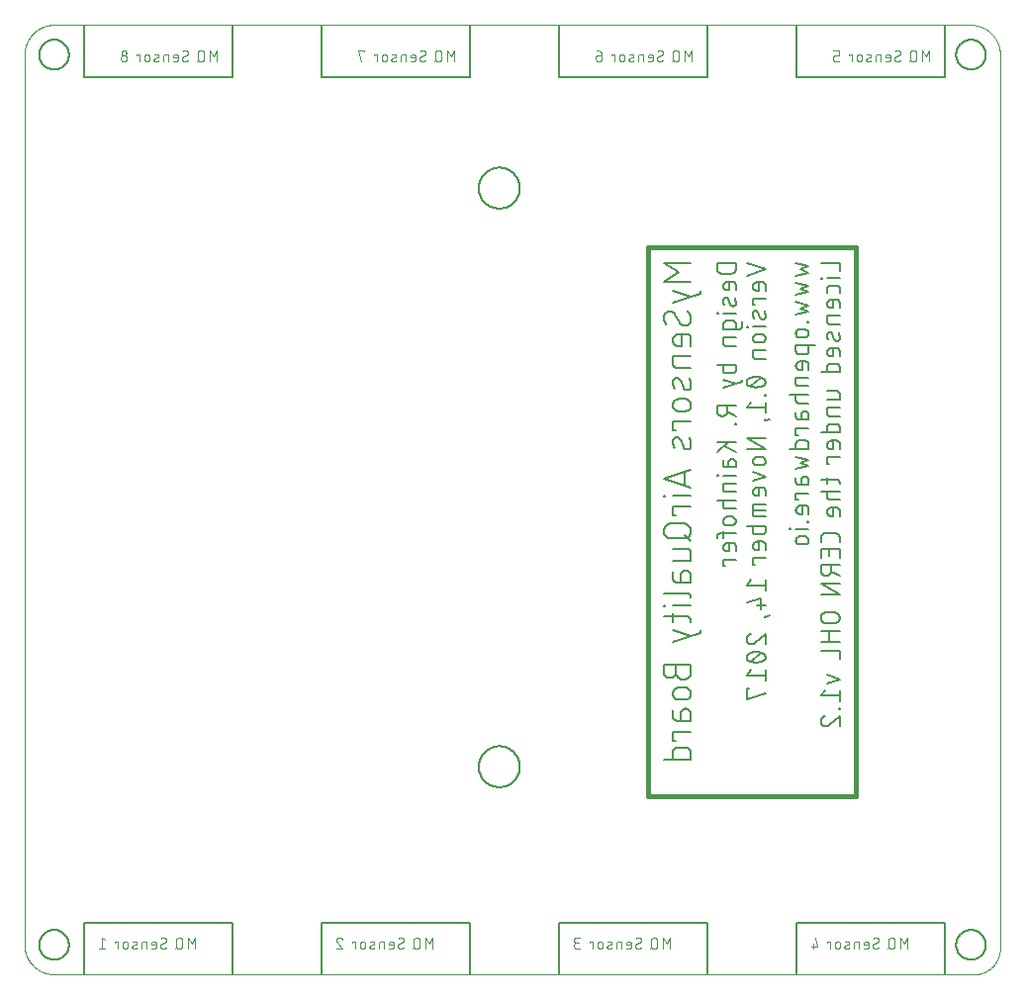
<source format=gbo>
G75*
%MOIN*%
%OFA0B0*%
%FSLAX25Y25*%
%IPPOS*%
%LPD*%
%AMOC8*
5,1,8,0,0,1.08239X$1,22.5*
%
%ADD10C,0.00000*%
%ADD11C,0.00600*%
%ADD12C,0.00800*%
%ADD13C,0.01600*%
%ADD14C,0.00300*%
D10*
X0013520Y0011600D02*
X0013520Y0311561D01*
X0013523Y0311803D01*
X0013532Y0312044D01*
X0013546Y0312285D01*
X0013567Y0312526D01*
X0013593Y0312766D01*
X0013625Y0313006D01*
X0013663Y0313245D01*
X0013706Y0313482D01*
X0013756Y0313719D01*
X0013811Y0313954D01*
X0013871Y0314188D01*
X0013938Y0314420D01*
X0014009Y0314651D01*
X0014087Y0314880D01*
X0014170Y0315107D01*
X0014258Y0315332D01*
X0014352Y0315555D01*
X0014451Y0315775D01*
X0014556Y0315993D01*
X0014665Y0316208D01*
X0014780Y0316421D01*
X0014900Y0316631D01*
X0015025Y0316837D01*
X0015155Y0317041D01*
X0015290Y0317242D01*
X0015430Y0317439D01*
X0015574Y0317633D01*
X0015723Y0317823D01*
X0015877Y0318009D01*
X0016035Y0318192D01*
X0016197Y0318371D01*
X0016364Y0318546D01*
X0016535Y0318717D01*
X0016710Y0318884D01*
X0016889Y0319046D01*
X0017072Y0319204D01*
X0017258Y0319358D01*
X0017448Y0319507D01*
X0017642Y0319651D01*
X0017839Y0319791D01*
X0018040Y0319926D01*
X0018244Y0320056D01*
X0018450Y0320181D01*
X0018660Y0320301D01*
X0018873Y0320416D01*
X0019088Y0320525D01*
X0019306Y0320630D01*
X0019526Y0320729D01*
X0019749Y0320823D01*
X0019974Y0320911D01*
X0020201Y0320994D01*
X0020430Y0321072D01*
X0020661Y0321143D01*
X0020893Y0321210D01*
X0021127Y0321270D01*
X0021362Y0321325D01*
X0021599Y0321375D01*
X0021836Y0321418D01*
X0022075Y0321456D01*
X0022315Y0321488D01*
X0022555Y0321514D01*
X0022796Y0321535D01*
X0023037Y0321549D01*
X0023278Y0321558D01*
X0023520Y0321561D01*
X0332260Y0321561D01*
X0332501Y0321558D01*
X0332741Y0321549D01*
X0332982Y0321535D01*
X0333221Y0321514D01*
X0333461Y0321488D01*
X0333699Y0321456D01*
X0333937Y0321419D01*
X0334174Y0321375D01*
X0334409Y0321326D01*
X0334644Y0321272D01*
X0334877Y0321211D01*
X0335108Y0321145D01*
X0335338Y0321073D01*
X0335566Y0320996D01*
X0335792Y0320914D01*
X0336016Y0320826D01*
X0336238Y0320732D01*
X0336458Y0320633D01*
X0336675Y0320529D01*
X0336889Y0320420D01*
X0337101Y0320306D01*
X0337310Y0320186D01*
X0337516Y0320062D01*
X0337719Y0319932D01*
X0337918Y0319798D01*
X0338115Y0319659D01*
X0338308Y0319515D01*
X0338497Y0319366D01*
X0338683Y0319213D01*
X0338865Y0319056D01*
X0339044Y0318894D01*
X0339218Y0318728D01*
X0339388Y0318558D01*
X0339554Y0318384D01*
X0339716Y0318205D01*
X0339873Y0318023D01*
X0340026Y0317837D01*
X0340175Y0317648D01*
X0340319Y0317455D01*
X0340458Y0317258D01*
X0340592Y0317059D01*
X0340722Y0316856D01*
X0340846Y0316650D01*
X0340966Y0316441D01*
X0341080Y0316229D01*
X0341189Y0316015D01*
X0341293Y0315798D01*
X0341392Y0315578D01*
X0341486Y0315356D01*
X0341574Y0315132D01*
X0341656Y0314906D01*
X0341733Y0314678D01*
X0341805Y0314448D01*
X0341871Y0314217D01*
X0341932Y0313984D01*
X0341986Y0313749D01*
X0342035Y0313514D01*
X0342079Y0313277D01*
X0342116Y0313039D01*
X0342148Y0312801D01*
X0342174Y0312561D01*
X0342195Y0312322D01*
X0342209Y0312081D01*
X0342218Y0311841D01*
X0342221Y0311600D01*
X0342220Y0311600D02*
X0342220Y0010301D01*
X0342221Y0010301D02*
X0342218Y0010091D01*
X0342211Y0009881D01*
X0342198Y0009671D01*
X0342180Y0009461D01*
X0342158Y0009252D01*
X0342130Y0009044D01*
X0342097Y0008836D01*
X0342059Y0008629D01*
X0342016Y0008423D01*
X0341968Y0008219D01*
X0341915Y0008015D01*
X0341858Y0007813D01*
X0341795Y0007612D01*
X0341728Y0007413D01*
X0341656Y0007216D01*
X0341579Y0007020D01*
X0341497Y0006826D01*
X0341411Y0006634D01*
X0341320Y0006445D01*
X0341224Y0006257D01*
X0341124Y0006072D01*
X0341020Y0005890D01*
X0340911Y0005710D01*
X0340798Y0005533D01*
X0340681Y0005358D01*
X0340559Y0005187D01*
X0340434Y0005018D01*
X0340304Y0004853D01*
X0340170Y0004690D01*
X0340033Y0004531D01*
X0339891Y0004375D01*
X0339746Y0004223D01*
X0339598Y0004075D01*
X0339446Y0003930D01*
X0339290Y0003788D01*
X0339131Y0003651D01*
X0338968Y0003517D01*
X0338803Y0003387D01*
X0338634Y0003262D01*
X0338463Y0003140D01*
X0338288Y0003023D01*
X0338111Y0002910D01*
X0337931Y0002801D01*
X0337749Y0002697D01*
X0337564Y0002597D01*
X0337376Y0002501D01*
X0337187Y0002410D01*
X0336995Y0002324D01*
X0336801Y0002242D01*
X0336605Y0002165D01*
X0336408Y0002093D01*
X0336209Y0002026D01*
X0336008Y0001963D01*
X0335806Y0001906D01*
X0335602Y0001853D01*
X0335398Y0001805D01*
X0335192Y0001762D01*
X0334985Y0001724D01*
X0334777Y0001691D01*
X0334569Y0001663D01*
X0334360Y0001641D01*
X0334150Y0001623D01*
X0333940Y0001610D01*
X0333730Y0001603D01*
X0333520Y0001600D01*
X0023520Y0001600D01*
X0023278Y0001603D01*
X0023037Y0001612D01*
X0022796Y0001626D01*
X0022555Y0001647D01*
X0022315Y0001673D01*
X0022075Y0001705D01*
X0021836Y0001743D01*
X0021599Y0001786D01*
X0021362Y0001836D01*
X0021127Y0001891D01*
X0020893Y0001951D01*
X0020661Y0002018D01*
X0020430Y0002089D01*
X0020201Y0002167D01*
X0019974Y0002250D01*
X0019749Y0002338D01*
X0019526Y0002432D01*
X0019306Y0002531D01*
X0019088Y0002636D01*
X0018873Y0002745D01*
X0018660Y0002860D01*
X0018450Y0002980D01*
X0018244Y0003105D01*
X0018040Y0003235D01*
X0017839Y0003370D01*
X0017642Y0003510D01*
X0017448Y0003654D01*
X0017258Y0003803D01*
X0017072Y0003957D01*
X0016889Y0004115D01*
X0016710Y0004277D01*
X0016535Y0004444D01*
X0016364Y0004615D01*
X0016197Y0004790D01*
X0016035Y0004969D01*
X0015877Y0005152D01*
X0015723Y0005338D01*
X0015574Y0005528D01*
X0015430Y0005722D01*
X0015290Y0005919D01*
X0015155Y0006120D01*
X0015025Y0006324D01*
X0014900Y0006530D01*
X0014780Y0006740D01*
X0014665Y0006953D01*
X0014556Y0007168D01*
X0014451Y0007386D01*
X0014352Y0007606D01*
X0014258Y0007829D01*
X0014170Y0008054D01*
X0014087Y0008281D01*
X0014009Y0008510D01*
X0013938Y0008741D01*
X0013871Y0008973D01*
X0013811Y0009207D01*
X0013756Y0009442D01*
X0013706Y0009679D01*
X0013663Y0009916D01*
X0013625Y0010155D01*
X0013593Y0010395D01*
X0013567Y0010635D01*
X0013546Y0010876D01*
X0013532Y0011117D01*
X0013523Y0011358D01*
X0013520Y0011600D01*
D11*
X0018520Y0011600D02*
X0018522Y0011741D01*
X0018528Y0011882D01*
X0018538Y0012022D01*
X0018552Y0012162D01*
X0018570Y0012302D01*
X0018591Y0012441D01*
X0018617Y0012580D01*
X0018646Y0012718D01*
X0018680Y0012854D01*
X0018717Y0012990D01*
X0018758Y0013125D01*
X0018803Y0013259D01*
X0018852Y0013391D01*
X0018904Y0013522D01*
X0018960Y0013651D01*
X0019020Y0013778D01*
X0019083Y0013904D01*
X0019149Y0014028D01*
X0019220Y0014151D01*
X0019293Y0014271D01*
X0019370Y0014389D01*
X0019450Y0014505D01*
X0019534Y0014618D01*
X0019620Y0014729D01*
X0019710Y0014838D01*
X0019803Y0014944D01*
X0019898Y0015047D01*
X0019997Y0015148D01*
X0020098Y0015246D01*
X0020202Y0015341D01*
X0020309Y0015433D01*
X0020418Y0015522D01*
X0020530Y0015607D01*
X0020644Y0015690D01*
X0020760Y0015770D01*
X0020879Y0015846D01*
X0021000Y0015918D01*
X0021122Y0015988D01*
X0021247Y0016053D01*
X0021373Y0016116D01*
X0021501Y0016174D01*
X0021631Y0016229D01*
X0021762Y0016281D01*
X0021895Y0016328D01*
X0022029Y0016372D01*
X0022164Y0016413D01*
X0022300Y0016449D01*
X0022437Y0016481D01*
X0022575Y0016510D01*
X0022713Y0016535D01*
X0022853Y0016555D01*
X0022993Y0016572D01*
X0023133Y0016585D01*
X0023274Y0016594D01*
X0023414Y0016599D01*
X0023555Y0016600D01*
X0023696Y0016597D01*
X0023837Y0016590D01*
X0023977Y0016579D01*
X0024117Y0016564D01*
X0024257Y0016545D01*
X0024396Y0016523D01*
X0024534Y0016496D01*
X0024672Y0016466D01*
X0024808Y0016431D01*
X0024944Y0016393D01*
X0025078Y0016351D01*
X0025212Y0016305D01*
X0025344Y0016256D01*
X0025474Y0016202D01*
X0025603Y0016145D01*
X0025730Y0016085D01*
X0025856Y0016021D01*
X0025979Y0015953D01*
X0026101Y0015882D01*
X0026221Y0015808D01*
X0026338Y0015730D01*
X0026453Y0015649D01*
X0026566Y0015565D01*
X0026677Y0015478D01*
X0026785Y0015387D01*
X0026890Y0015294D01*
X0026993Y0015197D01*
X0027093Y0015098D01*
X0027190Y0014996D01*
X0027284Y0014891D01*
X0027375Y0014784D01*
X0027463Y0014674D01*
X0027548Y0014562D01*
X0027630Y0014447D01*
X0027709Y0014330D01*
X0027784Y0014211D01*
X0027856Y0014090D01*
X0027924Y0013967D01*
X0027989Y0013842D01*
X0028051Y0013715D01*
X0028108Y0013586D01*
X0028163Y0013456D01*
X0028213Y0013325D01*
X0028260Y0013192D01*
X0028303Y0013058D01*
X0028342Y0012922D01*
X0028377Y0012786D01*
X0028409Y0012649D01*
X0028436Y0012511D01*
X0028460Y0012372D01*
X0028480Y0012232D01*
X0028496Y0012092D01*
X0028508Y0011952D01*
X0028516Y0011811D01*
X0028520Y0011670D01*
X0028520Y0011530D01*
X0028516Y0011389D01*
X0028508Y0011248D01*
X0028496Y0011108D01*
X0028480Y0010968D01*
X0028460Y0010828D01*
X0028436Y0010689D01*
X0028409Y0010551D01*
X0028377Y0010414D01*
X0028342Y0010278D01*
X0028303Y0010142D01*
X0028260Y0010008D01*
X0028213Y0009875D01*
X0028163Y0009744D01*
X0028108Y0009614D01*
X0028051Y0009485D01*
X0027989Y0009358D01*
X0027924Y0009233D01*
X0027856Y0009110D01*
X0027784Y0008989D01*
X0027709Y0008870D01*
X0027630Y0008753D01*
X0027548Y0008638D01*
X0027463Y0008526D01*
X0027375Y0008416D01*
X0027284Y0008309D01*
X0027190Y0008204D01*
X0027093Y0008102D01*
X0026993Y0008003D01*
X0026890Y0007906D01*
X0026785Y0007813D01*
X0026677Y0007722D01*
X0026566Y0007635D01*
X0026453Y0007551D01*
X0026338Y0007470D01*
X0026221Y0007392D01*
X0026101Y0007318D01*
X0025979Y0007247D01*
X0025856Y0007179D01*
X0025730Y0007115D01*
X0025603Y0007055D01*
X0025474Y0006998D01*
X0025344Y0006944D01*
X0025212Y0006895D01*
X0025078Y0006849D01*
X0024944Y0006807D01*
X0024808Y0006769D01*
X0024672Y0006734D01*
X0024534Y0006704D01*
X0024396Y0006677D01*
X0024257Y0006655D01*
X0024117Y0006636D01*
X0023977Y0006621D01*
X0023837Y0006610D01*
X0023696Y0006603D01*
X0023555Y0006600D01*
X0023414Y0006601D01*
X0023274Y0006606D01*
X0023133Y0006615D01*
X0022993Y0006628D01*
X0022853Y0006645D01*
X0022713Y0006665D01*
X0022575Y0006690D01*
X0022437Y0006719D01*
X0022300Y0006751D01*
X0022164Y0006787D01*
X0022029Y0006828D01*
X0021895Y0006872D01*
X0021762Y0006919D01*
X0021631Y0006971D01*
X0021501Y0007026D01*
X0021373Y0007084D01*
X0021247Y0007147D01*
X0021122Y0007212D01*
X0021000Y0007282D01*
X0020879Y0007354D01*
X0020760Y0007430D01*
X0020644Y0007510D01*
X0020530Y0007593D01*
X0020418Y0007678D01*
X0020309Y0007767D01*
X0020202Y0007859D01*
X0020098Y0007954D01*
X0019997Y0008052D01*
X0019898Y0008153D01*
X0019803Y0008256D01*
X0019710Y0008362D01*
X0019620Y0008471D01*
X0019534Y0008582D01*
X0019450Y0008695D01*
X0019370Y0008811D01*
X0019293Y0008929D01*
X0019220Y0009049D01*
X0019149Y0009172D01*
X0019083Y0009296D01*
X0019020Y0009422D01*
X0018960Y0009549D01*
X0018904Y0009678D01*
X0018852Y0009809D01*
X0018803Y0009941D01*
X0018758Y0010075D01*
X0018717Y0010210D01*
X0018680Y0010346D01*
X0018646Y0010482D01*
X0018617Y0010620D01*
X0018591Y0010759D01*
X0018570Y0010898D01*
X0018552Y0011038D01*
X0018538Y0011178D01*
X0018528Y0011318D01*
X0018522Y0011459D01*
X0018520Y0011600D01*
X0033520Y0019100D02*
X0033520Y0001600D01*
X0033520Y0019100D02*
X0083520Y0019100D01*
X0083520Y0001600D01*
X0113520Y0001600D02*
X0113520Y0019100D01*
X0163520Y0019100D01*
X0163520Y0001600D01*
X0193520Y0001600D02*
X0193520Y0019100D01*
X0243520Y0019100D01*
X0243520Y0001600D01*
X0273520Y0001600D02*
X0273520Y0019100D01*
X0323520Y0019100D01*
X0323520Y0001600D01*
X0327417Y0011600D02*
X0327419Y0011741D01*
X0327425Y0011882D01*
X0327435Y0012022D01*
X0327449Y0012162D01*
X0327467Y0012302D01*
X0327488Y0012441D01*
X0327514Y0012580D01*
X0327543Y0012718D01*
X0327577Y0012854D01*
X0327614Y0012990D01*
X0327655Y0013125D01*
X0327700Y0013259D01*
X0327749Y0013391D01*
X0327801Y0013522D01*
X0327857Y0013651D01*
X0327917Y0013778D01*
X0327980Y0013904D01*
X0328046Y0014028D01*
X0328117Y0014151D01*
X0328190Y0014271D01*
X0328267Y0014389D01*
X0328347Y0014505D01*
X0328431Y0014618D01*
X0328517Y0014729D01*
X0328607Y0014838D01*
X0328700Y0014944D01*
X0328795Y0015047D01*
X0328894Y0015148D01*
X0328995Y0015246D01*
X0329099Y0015341D01*
X0329206Y0015433D01*
X0329315Y0015522D01*
X0329427Y0015607D01*
X0329541Y0015690D01*
X0329657Y0015770D01*
X0329776Y0015846D01*
X0329897Y0015918D01*
X0330019Y0015988D01*
X0330144Y0016053D01*
X0330270Y0016116D01*
X0330398Y0016174D01*
X0330528Y0016229D01*
X0330659Y0016281D01*
X0330792Y0016328D01*
X0330926Y0016372D01*
X0331061Y0016413D01*
X0331197Y0016449D01*
X0331334Y0016481D01*
X0331472Y0016510D01*
X0331610Y0016535D01*
X0331750Y0016555D01*
X0331890Y0016572D01*
X0332030Y0016585D01*
X0332171Y0016594D01*
X0332311Y0016599D01*
X0332452Y0016600D01*
X0332593Y0016597D01*
X0332734Y0016590D01*
X0332874Y0016579D01*
X0333014Y0016564D01*
X0333154Y0016545D01*
X0333293Y0016523D01*
X0333431Y0016496D01*
X0333569Y0016466D01*
X0333705Y0016431D01*
X0333841Y0016393D01*
X0333975Y0016351D01*
X0334109Y0016305D01*
X0334241Y0016256D01*
X0334371Y0016202D01*
X0334500Y0016145D01*
X0334627Y0016085D01*
X0334753Y0016021D01*
X0334876Y0015953D01*
X0334998Y0015882D01*
X0335118Y0015808D01*
X0335235Y0015730D01*
X0335350Y0015649D01*
X0335463Y0015565D01*
X0335574Y0015478D01*
X0335682Y0015387D01*
X0335787Y0015294D01*
X0335890Y0015197D01*
X0335990Y0015098D01*
X0336087Y0014996D01*
X0336181Y0014891D01*
X0336272Y0014784D01*
X0336360Y0014674D01*
X0336445Y0014562D01*
X0336527Y0014447D01*
X0336606Y0014330D01*
X0336681Y0014211D01*
X0336753Y0014090D01*
X0336821Y0013967D01*
X0336886Y0013842D01*
X0336948Y0013715D01*
X0337005Y0013586D01*
X0337060Y0013456D01*
X0337110Y0013325D01*
X0337157Y0013192D01*
X0337200Y0013058D01*
X0337239Y0012922D01*
X0337274Y0012786D01*
X0337306Y0012649D01*
X0337333Y0012511D01*
X0337357Y0012372D01*
X0337377Y0012232D01*
X0337393Y0012092D01*
X0337405Y0011952D01*
X0337413Y0011811D01*
X0337417Y0011670D01*
X0337417Y0011530D01*
X0337413Y0011389D01*
X0337405Y0011248D01*
X0337393Y0011108D01*
X0337377Y0010968D01*
X0337357Y0010828D01*
X0337333Y0010689D01*
X0337306Y0010551D01*
X0337274Y0010414D01*
X0337239Y0010278D01*
X0337200Y0010142D01*
X0337157Y0010008D01*
X0337110Y0009875D01*
X0337060Y0009744D01*
X0337005Y0009614D01*
X0336948Y0009485D01*
X0336886Y0009358D01*
X0336821Y0009233D01*
X0336753Y0009110D01*
X0336681Y0008989D01*
X0336606Y0008870D01*
X0336527Y0008753D01*
X0336445Y0008638D01*
X0336360Y0008526D01*
X0336272Y0008416D01*
X0336181Y0008309D01*
X0336087Y0008204D01*
X0335990Y0008102D01*
X0335890Y0008003D01*
X0335787Y0007906D01*
X0335682Y0007813D01*
X0335574Y0007722D01*
X0335463Y0007635D01*
X0335350Y0007551D01*
X0335235Y0007470D01*
X0335118Y0007392D01*
X0334998Y0007318D01*
X0334876Y0007247D01*
X0334753Y0007179D01*
X0334627Y0007115D01*
X0334500Y0007055D01*
X0334371Y0006998D01*
X0334241Y0006944D01*
X0334109Y0006895D01*
X0333975Y0006849D01*
X0333841Y0006807D01*
X0333705Y0006769D01*
X0333569Y0006734D01*
X0333431Y0006704D01*
X0333293Y0006677D01*
X0333154Y0006655D01*
X0333014Y0006636D01*
X0332874Y0006621D01*
X0332734Y0006610D01*
X0332593Y0006603D01*
X0332452Y0006600D01*
X0332311Y0006601D01*
X0332171Y0006606D01*
X0332030Y0006615D01*
X0331890Y0006628D01*
X0331750Y0006645D01*
X0331610Y0006665D01*
X0331472Y0006690D01*
X0331334Y0006719D01*
X0331197Y0006751D01*
X0331061Y0006787D01*
X0330926Y0006828D01*
X0330792Y0006872D01*
X0330659Y0006919D01*
X0330528Y0006971D01*
X0330398Y0007026D01*
X0330270Y0007084D01*
X0330144Y0007147D01*
X0330019Y0007212D01*
X0329897Y0007282D01*
X0329776Y0007354D01*
X0329657Y0007430D01*
X0329541Y0007510D01*
X0329427Y0007593D01*
X0329315Y0007678D01*
X0329206Y0007767D01*
X0329099Y0007859D01*
X0328995Y0007954D01*
X0328894Y0008052D01*
X0328795Y0008153D01*
X0328700Y0008256D01*
X0328607Y0008362D01*
X0328517Y0008471D01*
X0328431Y0008582D01*
X0328347Y0008695D01*
X0328267Y0008811D01*
X0328190Y0008929D01*
X0328117Y0009049D01*
X0328046Y0009172D01*
X0327980Y0009296D01*
X0327917Y0009422D01*
X0327857Y0009549D01*
X0327801Y0009678D01*
X0327749Y0009809D01*
X0327700Y0009941D01*
X0327655Y0010075D01*
X0327614Y0010210D01*
X0327577Y0010346D01*
X0327543Y0010482D01*
X0327514Y0010620D01*
X0327488Y0010759D01*
X0327467Y0010898D01*
X0327449Y0011038D01*
X0327435Y0011178D01*
X0327425Y0011318D01*
X0327419Y0011459D01*
X0327417Y0011600D01*
X0288220Y0085136D02*
X0288220Y0088692D01*
X0284664Y0085670D01*
X0281819Y0086736D02*
X0281821Y0086825D01*
X0281827Y0086914D01*
X0281836Y0087003D01*
X0281850Y0087091D01*
X0281867Y0087178D01*
X0281888Y0087265D01*
X0281913Y0087351D01*
X0281941Y0087435D01*
X0281974Y0087518D01*
X0282009Y0087600D01*
X0282049Y0087680D01*
X0282091Y0087758D01*
X0282137Y0087835D01*
X0282186Y0087909D01*
X0282239Y0087981D01*
X0282294Y0088051D01*
X0282353Y0088118D01*
X0282414Y0088183D01*
X0282478Y0088245D01*
X0282545Y0088304D01*
X0282614Y0088360D01*
X0282686Y0088413D01*
X0282760Y0088463D01*
X0282836Y0088510D01*
X0282913Y0088553D01*
X0282993Y0088593D01*
X0283075Y0088630D01*
X0283157Y0088663D01*
X0283242Y0088692D01*
X0284665Y0085669D02*
X0284607Y0085612D01*
X0284546Y0085556D01*
X0284483Y0085504D01*
X0284418Y0085455D01*
X0284350Y0085409D01*
X0284280Y0085367D01*
X0284208Y0085327D01*
X0284135Y0085292D01*
X0284059Y0085259D01*
X0283983Y0085231D01*
X0283905Y0085206D01*
X0283826Y0085185D01*
X0283746Y0085167D01*
X0283665Y0085154D01*
X0283584Y0085144D01*
X0283502Y0085138D01*
X0283420Y0085136D01*
X0283341Y0085138D01*
X0283263Y0085144D01*
X0283185Y0085153D01*
X0283108Y0085167D01*
X0283031Y0085184D01*
X0282956Y0085205D01*
X0282881Y0085230D01*
X0282808Y0085258D01*
X0282736Y0085290D01*
X0282666Y0085325D01*
X0282597Y0085364D01*
X0282531Y0085406D01*
X0282467Y0085451D01*
X0282405Y0085499D01*
X0282346Y0085550D01*
X0282289Y0085605D01*
X0282234Y0085662D01*
X0282183Y0085721D01*
X0282135Y0085783D01*
X0282090Y0085847D01*
X0282048Y0085913D01*
X0282009Y0085982D01*
X0281974Y0086052D01*
X0281942Y0086124D01*
X0281914Y0086197D01*
X0281889Y0086272D01*
X0281868Y0086347D01*
X0281851Y0086424D01*
X0281837Y0086501D01*
X0281828Y0086579D01*
X0281822Y0086657D01*
X0281820Y0086736D01*
X0287864Y0091044D02*
X0288220Y0091044D01*
X0288220Y0091400D01*
X0287864Y0091400D01*
X0287864Y0091044D01*
X0288220Y0093752D02*
X0288220Y0097308D01*
X0288220Y0095530D02*
X0281820Y0095530D01*
X0283242Y0097308D01*
X0283953Y0099646D02*
X0288220Y0101068D01*
X0283953Y0102491D01*
X0288220Y0107785D02*
X0288220Y0110630D01*
X0281820Y0110630D01*
X0281820Y0113650D02*
X0288220Y0113650D01*
X0288220Y0117206D02*
X0281820Y0117206D01*
X0284664Y0117206D02*
X0284664Y0113650D01*
X0283597Y0120009D02*
X0286442Y0120009D01*
X0286525Y0120011D01*
X0286608Y0120017D01*
X0286691Y0120027D01*
X0286774Y0120040D01*
X0286855Y0120058D01*
X0286936Y0120079D01*
X0287015Y0120104D01*
X0287093Y0120133D01*
X0287170Y0120165D01*
X0287245Y0120201D01*
X0287319Y0120240D01*
X0287390Y0120283D01*
X0287460Y0120329D01*
X0287527Y0120379D01*
X0287592Y0120431D01*
X0287654Y0120486D01*
X0287714Y0120545D01*
X0287771Y0120606D01*
X0287825Y0120669D01*
X0287876Y0120735D01*
X0287923Y0120804D01*
X0287968Y0120874D01*
X0288009Y0120947D01*
X0288046Y0121021D01*
X0288081Y0121097D01*
X0288111Y0121175D01*
X0288138Y0121253D01*
X0288161Y0121334D01*
X0288181Y0121415D01*
X0288196Y0121497D01*
X0288208Y0121579D01*
X0288216Y0121662D01*
X0288220Y0121745D01*
X0288220Y0121829D01*
X0288216Y0121912D01*
X0288208Y0121995D01*
X0288196Y0122077D01*
X0288181Y0122159D01*
X0288161Y0122240D01*
X0288138Y0122321D01*
X0288111Y0122399D01*
X0288081Y0122477D01*
X0288046Y0122553D01*
X0288009Y0122627D01*
X0287968Y0122700D01*
X0287923Y0122770D01*
X0287876Y0122839D01*
X0287825Y0122905D01*
X0287771Y0122968D01*
X0287714Y0123029D01*
X0287654Y0123088D01*
X0287592Y0123143D01*
X0287527Y0123195D01*
X0287460Y0123245D01*
X0287390Y0123291D01*
X0287319Y0123334D01*
X0287245Y0123373D01*
X0287170Y0123409D01*
X0287093Y0123441D01*
X0287015Y0123470D01*
X0286936Y0123495D01*
X0286855Y0123516D01*
X0286774Y0123534D01*
X0286691Y0123547D01*
X0286608Y0123557D01*
X0286525Y0123563D01*
X0286442Y0123565D01*
X0283597Y0123565D01*
X0283514Y0123563D01*
X0283431Y0123557D01*
X0283348Y0123547D01*
X0283265Y0123534D01*
X0283184Y0123516D01*
X0283103Y0123495D01*
X0283024Y0123470D01*
X0282946Y0123441D01*
X0282869Y0123409D01*
X0282794Y0123373D01*
X0282720Y0123334D01*
X0282649Y0123291D01*
X0282579Y0123245D01*
X0282512Y0123195D01*
X0282447Y0123143D01*
X0282385Y0123088D01*
X0282325Y0123029D01*
X0282268Y0122968D01*
X0282214Y0122905D01*
X0282163Y0122839D01*
X0282116Y0122770D01*
X0282071Y0122700D01*
X0282030Y0122627D01*
X0281993Y0122553D01*
X0281958Y0122477D01*
X0281928Y0122399D01*
X0281901Y0122321D01*
X0281878Y0122240D01*
X0281858Y0122159D01*
X0281843Y0122077D01*
X0281831Y0121995D01*
X0281823Y0121912D01*
X0281819Y0121829D01*
X0281819Y0121745D01*
X0281823Y0121662D01*
X0281831Y0121579D01*
X0281843Y0121497D01*
X0281858Y0121415D01*
X0281878Y0121334D01*
X0281901Y0121253D01*
X0281928Y0121175D01*
X0281958Y0121097D01*
X0281993Y0121021D01*
X0282030Y0120947D01*
X0282071Y0120874D01*
X0282116Y0120804D01*
X0282163Y0120735D01*
X0282214Y0120669D01*
X0282268Y0120606D01*
X0282325Y0120545D01*
X0282385Y0120486D01*
X0282447Y0120431D01*
X0282512Y0120379D01*
X0282579Y0120329D01*
X0282649Y0120283D01*
X0282720Y0120240D01*
X0282794Y0120201D01*
X0282869Y0120165D01*
X0282946Y0120133D01*
X0283024Y0120104D01*
X0283103Y0120079D01*
X0283184Y0120058D01*
X0283265Y0120040D01*
X0283348Y0120027D01*
X0283431Y0120017D01*
X0283514Y0120011D01*
X0283597Y0120009D01*
X0281820Y0129651D02*
X0288220Y0129651D01*
X0281820Y0133206D01*
X0288220Y0133206D01*
X0288220Y0135974D02*
X0285375Y0137396D01*
X0285375Y0137751D02*
X0285375Y0139529D01*
X0285375Y0137751D02*
X0285373Y0137668D01*
X0285367Y0137585D01*
X0285357Y0137502D01*
X0285344Y0137419D01*
X0285326Y0137338D01*
X0285305Y0137257D01*
X0285280Y0137178D01*
X0285251Y0137100D01*
X0285219Y0137023D01*
X0285183Y0136948D01*
X0285144Y0136874D01*
X0285101Y0136803D01*
X0285055Y0136733D01*
X0285005Y0136666D01*
X0284953Y0136601D01*
X0284898Y0136539D01*
X0284839Y0136479D01*
X0284778Y0136422D01*
X0284715Y0136368D01*
X0284649Y0136317D01*
X0284580Y0136270D01*
X0284510Y0136225D01*
X0284437Y0136184D01*
X0284363Y0136147D01*
X0284287Y0136112D01*
X0284209Y0136082D01*
X0284131Y0136055D01*
X0284050Y0136032D01*
X0283969Y0136012D01*
X0283887Y0135997D01*
X0283805Y0135985D01*
X0283722Y0135977D01*
X0283639Y0135973D01*
X0283555Y0135973D01*
X0283472Y0135977D01*
X0283389Y0135985D01*
X0283307Y0135997D01*
X0283225Y0136012D01*
X0283144Y0136032D01*
X0283063Y0136055D01*
X0282985Y0136082D01*
X0282907Y0136112D01*
X0282831Y0136147D01*
X0282757Y0136184D01*
X0282684Y0136225D01*
X0282614Y0136270D01*
X0282545Y0136317D01*
X0282479Y0136368D01*
X0282416Y0136422D01*
X0282355Y0136479D01*
X0282296Y0136539D01*
X0282241Y0136601D01*
X0282189Y0136666D01*
X0282139Y0136733D01*
X0282093Y0136803D01*
X0282050Y0136874D01*
X0282011Y0136948D01*
X0281975Y0137023D01*
X0281943Y0137100D01*
X0281914Y0137178D01*
X0281889Y0137257D01*
X0281868Y0137338D01*
X0281850Y0137419D01*
X0281837Y0137502D01*
X0281827Y0137585D01*
X0281821Y0137668D01*
X0281819Y0137751D01*
X0281820Y0137751D02*
X0281820Y0139529D01*
X0288220Y0139529D01*
X0288220Y0142043D02*
X0288220Y0144887D01*
X0281820Y0144887D01*
X0281820Y0142043D01*
X0284664Y0142754D02*
X0284664Y0144887D01*
X0281820Y0147403D02*
X0281820Y0148826D01*
X0281822Y0148900D01*
X0281828Y0148975D01*
X0281838Y0149048D01*
X0281851Y0149122D01*
X0281868Y0149194D01*
X0281890Y0149265D01*
X0281914Y0149336D01*
X0281943Y0149404D01*
X0281975Y0149472D01*
X0282011Y0149537D01*
X0282049Y0149600D01*
X0282092Y0149662D01*
X0282137Y0149721D01*
X0282185Y0149778D01*
X0282237Y0149832D01*
X0282291Y0149883D01*
X0282347Y0149931D01*
X0282406Y0149976D01*
X0282468Y0150019D01*
X0282531Y0150057D01*
X0282596Y0150093D01*
X0282664Y0150125D01*
X0282732Y0150154D01*
X0282803Y0150178D01*
X0282874Y0150200D01*
X0282946Y0150217D01*
X0283020Y0150230D01*
X0283093Y0150240D01*
X0283168Y0150246D01*
X0283242Y0150248D01*
X0286797Y0150248D01*
X0286871Y0150246D01*
X0286946Y0150240D01*
X0287019Y0150230D01*
X0287093Y0150217D01*
X0287165Y0150200D01*
X0287236Y0150178D01*
X0287307Y0150154D01*
X0287375Y0150125D01*
X0287443Y0150093D01*
X0287508Y0150057D01*
X0287571Y0150019D01*
X0287633Y0149976D01*
X0287692Y0149931D01*
X0287749Y0149883D01*
X0287803Y0149832D01*
X0287854Y0149778D01*
X0287902Y0149721D01*
X0287947Y0149662D01*
X0287990Y0149600D01*
X0288028Y0149537D01*
X0288064Y0149472D01*
X0288096Y0149404D01*
X0288125Y0149336D01*
X0288149Y0149265D01*
X0288171Y0149194D01*
X0288188Y0149122D01*
X0288201Y0149048D01*
X0288211Y0148975D01*
X0288217Y0148900D01*
X0288219Y0148826D01*
X0288220Y0148826D02*
X0288220Y0147403D01*
X0288220Y0156058D02*
X0288220Y0157836D01*
X0288218Y0157900D01*
X0288212Y0157965D01*
X0288203Y0158028D01*
X0288189Y0158091D01*
X0288172Y0158153D01*
X0288151Y0158214D01*
X0288126Y0158274D01*
X0288098Y0158332D01*
X0288066Y0158388D01*
X0288031Y0158442D01*
X0287993Y0158494D01*
X0287952Y0158544D01*
X0287907Y0158590D01*
X0287861Y0158635D01*
X0287811Y0158676D01*
X0287759Y0158714D01*
X0287705Y0158749D01*
X0287649Y0158781D01*
X0287591Y0158809D01*
X0287531Y0158834D01*
X0287470Y0158855D01*
X0287408Y0158872D01*
X0287345Y0158886D01*
X0287282Y0158895D01*
X0287217Y0158901D01*
X0287153Y0158903D01*
X0285375Y0158903D01*
X0286086Y0158903D02*
X0286086Y0156058D01*
X0285375Y0156058D01*
X0285301Y0156060D01*
X0285226Y0156066D01*
X0285153Y0156076D01*
X0285079Y0156089D01*
X0285007Y0156106D01*
X0284936Y0156128D01*
X0284865Y0156152D01*
X0284797Y0156181D01*
X0284729Y0156213D01*
X0284664Y0156249D01*
X0284601Y0156287D01*
X0284539Y0156330D01*
X0284480Y0156375D01*
X0284423Y0156423D01*
X0284369Y0156474D01*
X0284318Y0156528D01*
X0284270Y0156585D01*
X0284225Y0156644D01*
X0284182Y0156706D01*
X0284144Y0156769D01*
X0284108Y0156834D01*
X0284076Y0156902D01*
X0284047Y0156970D01*
X0284023Y0157041D01*
X0284001Y0157112D01*
X0283984Y0157184D01*
X0283971Y0157258D01*
X0283961Y0157331D01*
X0283955Y0157406D01*
X0283953Y0157480D01*
X0283955Y0157554D01*
X0283961Y0157629D01*
X0283971Y0157702D01*
X0283984Y0157776D01*
X0284001Y0157848D01*
X0284023Y0157919D01*
X0284047Y0157990D01*
X0284076Y0158058D01*
X0284108Y0158126D01*
X0284144Y0158191D01*
X0284182Y0158254D01*
X0284225Y0158316D01*
X0284270Y0158375D01*
X0284318Y0158432D01*
X0284369Y0158486D01*
X0284423Y0158537D01*
X0284480Y0158585D01*
X0284539Y0158630D01*
X0284601Y0158673D01*
X0284664Y0158711D01*
X0284729Y0158747D01*
X0284797Y0158779D01*
X0284865Y0158808D01*
X0284936Y0158832D01*
X0285007Y0158854D01*
X0285079Y0158871D01*
X0285153Y0158884D01*
X0285226Y0158894D01*
X0285301Y0158900D01*
X0285375Y0158902D01*
X0285020Y0161597D02*
X0288220Y0161597D01*
X0288220Y0164441D02*
X0281820Y0164441D01*
X0283953Y0164441D02*
X0283953Y0162663D01*
X0283955Y0162599D01*
X0283961Y0162534D01*
X0283970Y0162471D01*
X0283984Y0162408D01*
X0284001Y0162346D01*
X0284022Y0162285D01*
X0284047Y0162225D01*
X0284075Y0162167D01*
X0284107Y0162111D01*
X0284142Y0162057D01*
X0284180Y0162005D01*
X0284221Y0161955D01*
X0284266Y0161909D01*
X0284312Y0161864D01*
X0284362Y0161823D01*
X0284414Y0161785D01*
X0284468Y0161750D01*
X0284524Y0161718D01*
X0284582Y0161690D01*
X0284642Y0161665D01*
X0284703Y0161644D01*
X0284765Y0161627D01*
X0284828Y0161613D01*
X0284891Y0161604D01*
X0284956Y0161598D01*
X0285020Y0161596D01*
X0283953Y0166921D02*
X0283953Y0169055D01*
X0281820Y0168343D02*
X0287153Y0168343D01*
X0287153Y0168344D02*
X0287217Y0168342D01*
X0287282Y0168336D01*
X0287345Y0168327D01*
X0287408Y0168313D01*
X0287470Y0168296D01*
X0287531Y0168275D01*
X0287591Y0168250D01*
X0287649Y0168222D01*
X0287705Y0168190D01*
X0287759Y0168155D01*
X0287811Y0168117D01*
X0287861Y0168076D01*
X0287907Y0168031D01*
X0287952Y0167985D01*
X0287993Y0167935D01*
X0288031Y0167883D01*
X0288066Y0167829D01*
X0288098Y0167773D01*
X0288126Y0167715D01*
X0288151Y0167655D01*
X0288172Y0167594D01*
X0288189Y0167532D01*
X0288203Y0167469D01*
X0288212Y0167406D01*
X0288218Y0167341D01*
X0288220Y0167277D01*
X0288220Y0166921D01*
X0284664Y0173762D02*
X0283953Y0173762D01*
X0283953Y0175895D01*
X0288220Y0175895D01*
X0288220Y0178623D02*
X0288220Y0180401D01*
X0288218Y0180465D01*
X0288212Y0180530D01*
X0288203Y0180593D01*
X0288189Y0180656D01*
X0288172Y0180718D01*
X0288151Y0180779D01*
X0288126Y0180839D01*
X0288098Y0180897D01*
X0288066Y0180953D01*
X0288031Y0181007D01*
X0287993Y0181059D01*
X0287952Y0181109D01*
X0287907Y0181155D01*
X0287861Y0181200D01*
X0287811Y0181241D01*
X0287759Y0181279D01*
X0287705Y0181314D01*
X0287649Y0181346D01*
X0287591Y0181374D01*
X0287531Y0181399D01*
X0287470Y0181420D01*
X0287408Y0181437D01*
X0287345Y0181451D01*
X0287282Y0181460D01*
X0287217Y0181466D01*
X0287153Y0181468D01*
X0287153Y0181467D02*
X0285375Y0181467D01*
X0286086Y0181467D02*
X0286086Y0178623D01*
X0285375Y0178623D01*
X0285301Y0178625D01*
X0285226Y0178631D01*
X0285153Y0178641D01*
X0285079Y0178654D01*
X0285007Y0178671D01*
X0284936Y0178693D01*
X0284865Y0178717D01*
X0284797Y0178746D01*
X0284729Y0178778D01*
X0284664Y0178814D01*
X0284601Y0178852D01*
X0284539Y0178895D01*
X0284480Y0178940D01*
X0284423Y0178988D01*
X0284369Y0179039D01*
X0284318Y0179093D01*
X0284270Y0179150D01*
X0284225Y0179209D01*
X0284182Y0179271D01*
X0284144Y0179334D01*
X0284108Y0179399D01*
X0284076Y0179467D01*
X0284047Y0179535D01*
X0284023Y0179606D01*
X0284001Y0179677D01*
X0283984Y0179749D01*
X0283971Y0179823D01*
X0283961Y0179896D01*
X0283955Y0179971D01*
X0283953Y0180045D01*
X0283955Y0180119D01*
X0283961Y0180194D01*
X0283971Y0180267D01*
X0283984Y0180341D01*
X0284001Y0180413D01*
X0284023Y0180484D01*
X0284047Y0180555D01*
X0284076Y0180623D01*
X0284108Y0180691D01*
X0284144Y0180756D01*
X0284182Y0180819D01*
X0284225Y0180881D01*
X0284270Y0180940D01*
X0284318Y0180997D01*
X0284369Y0181051D01*
X0284423Y0181102D01*
X0284480Y0181150D01*
X0284539Y0181195D01*
X0284601Y0181238D01*
X0284664Y0181276D01*
X0284729Y0181312D01*
X0284797Y0181344D01*
X0284865Y0181373D01*
X0284936Y0181397D01*
X0285007Y0181419D01*
X0285079Y0181436D01*
X0285153Y0181449D01*
X0285226Y0181459D01*
X0285301Y0181465D01*
X0285375Y0181467D01*
X0283953Y0184190D02*
X0283953Y0185968D01*
X0283955Y0186032D01*
X0283961Y0186097D01*
X0283970Y0186160D01*
X0283984Y0186223D01*
X0284001Y0186285D01*
X0284022Y0186346D01*
X0284047Y0186406D01*
X0284075Y0186464D01*
X0284107Y0186520D01*
X0284142Y0186574D01*
X0284180Y0186626D01*
X0284221Y0186676D01*
X0284266Y0186722D01*
X0284312Y0186767D01*
X0284362Y0186808D01*
X0284414Y0186846D01*
X0284468Y0186881D01*
X0284524Y0186913D01*
X0284582Y0186941D01*
X0284642Y0186966D01*
X0284703Y0186987D01*
X0284765Y0187004D01*
X0284828Y0187018D01*
X0284891Y0187027D01*
X0284956Y0187033D01*
X0285020Y0187035D01*
X0287153Y0187035D01*
X0287217Y0187033D01*
X0287282Y0187027D01*
X0287345Y0187018D01*
X0287408Y0187004D01*
X0287470Y0186987D01*
X0287531Y0186966D01*
X0287591Y0186941D01*
X0287649Y0186913D01*
X0287705Y0186881D01*
X0287759Y0186846D01*
X0287811Y0186808D01*
X0287861Y0186767D01*
X0287907Y0186722D01*
X0287952Y0186676D01*
X0287993Y0186626D01*
X0288031Y0186574D01*
X0288066Y0186520D01*
X0288098Y0186464D01*
X0288126Y0186406D01*
X0288151Y0186346D01*
X0288172Y0186285D01*
X0288189Y0186223D01*
X0288203Y0186160D01*
X0288212Y0186097D01*
X0288218Y0186032D01*
X0288220Y0185968D01*
X0288220Y0184190D01*
X0281820Y0184190D01*
X0277720Y0185580D02*
X0273453Y0185580D01*
X0273453Y0183446D01*
X0274164Y0183446D01*
X0274520Y0181539D02*
X0276653Y0181539D01*
X0276717Y0181537D01*
X0276782Y0181531D01*
X0276845Y0181522D01*
X0276908Y0181508D01*
X0276970Y0181491D01*
X0277031Y0181470D01*
X0277091Y0181445D01*
X0277149Y0181417D01*
X0277205Y0181385D01*
X0277259Y0181350D01*
X0277311Y0181312D01*
X0277361Y0181271D01*
X0277407Y0181226D01*
X0277452Y0181180D01*
X0277493Y0181130D01*
X0277531Y0181078D01*
X0277566Y0181024D01*
X0277598Y0180968D01*
X0277626Y0180910D01*
X0277651Y0180850D01*
X0277672Y0180789D01*
X0277689Y0180727D01*
X0277703Y0180664D01*
X0277712Y0180601D01*
X0277718Y0180536D01*
X0277720Y0180472D01*
X0277720Y0178695D01*
X0271320Y0178695D01*
X0273453Y0178695D02*
X0273453Y0180472D01*
X0273455Y0180536D01*
X0273461Y0180601D01*
X0273470Y0180664D01*
X0273484Y0180727D01*
X0273501Y0180789D01*
X0273522Y0180850D01*
X0273547Y0180910D01*
X0273575Y0180968D01*
X0273607Y0181024D01*
X0273642Y0181078D01*
X0273680Y0181130D01*
X0273721Y0181180D01*
X0273766Y0181226D01*
X0273812Y0181271D01*
X0273862Y0181312D01*
X0273914Y0181350D01*
X0273968Y0181385D01*
X0274024Y0181417D01*
X0274082Y0181445D01*
X0274142Y0181470D01*
X0274203Y0181491D01*
X0274265Y0181508D01*
X0274328Y0181522D01*
X0274391Y0181531D01*
X0274456Y0181537D01*
X0274520Y0181539D01*
X0273453Y0176067D02*
X0277720Y0175001D01*
X0274875Y0173934D01*
X0277720Y0172867D01*
X0273453Y0171801D01*
X0273453Y0169081D02*
X0273453Y0167658D01*
X0273455Y0167594D01*
X0273461Y0167529D01*
X0273470Y0167466D01*
X0273484Y0167403D01*
X0273501Y0167341D01*
X0273522Y0167280D01*
X0273547Y0167220D01*
X0273575Y0167162D01*
X0273607Y0167106D01*
X0273642Y0167052D01*
X0273680Y0167000D01*
X0273721Y0166950D01*
X0273766Y0166904D01*
X0273812Y0166859D01*
X0273862Y0166818D01*
X0273914Y0166780D01*
X0273968Y0166745D01*
X0274024Y0166713D01*
X0274082Y0166685D01*
X0274142Y0166660D01*
X0274203Y0166639D01*
X0274265Y0166622D01*
X0274328Y0166608D01*
X0274391Y0166599D01*
X0274456Y0166593D01*
X0274520Y0166591D01*
X0274520Y0166592D02*
X0277720Y0166592D01*
X0277720Y0168192D01*
X0277719Y0168192D02*
X0277717Y0168262D01*
X0277711Y0168331D01*
X0277701Y0168400D01*
X0277688Y0168469D01*
X0277670Y0168536D01*
X0277649Y0168603D01*
X0277624Y0168668D01*
X0277596Y0168732D01*
X0277564Y0168794D01*
X0277528Y0168854D01*
X0277490Y0168912D01*
X0277448Y0168968D01*
X0277403Y0169021D01*
X0277355Y0169072D01*
X0277304Y0169120D01*
X0277251Y0169165D01*
X0277195Y0169207D01*
X0277137Y0169245D01*
X0277077Y0169281D01*
X0277015Y0169313D01*
X0276951Y0169341D01*
X0276886Y0169366D01*
X0276819Y0169387D01*
X0276752Y0169405D01*
X0276683Y0169418D01*
X0276614Y0169428D01*
X0276545Y0169434D01*
X0276475Y0169436D01*
X0276405Y0169434D01*
X0276336Y0169428D01*
X0276267Y0169418D01*
X0276198Y0169405D01*
X0276131Y0169387D01*
X0276064Y0169366D01*
X0275999Y0169341D01*
X0275935Y0169313D01*
X0275873Y0169281D01*
X0275813Y0169245D01*
X0275755Y0169207D01*
X0275699Y0169165D01*
X0275646Y0169120D01*
X0275595Y0169072D01*
X0275547Y0169021D01*
X0275502Y0168968D01*
X0275460Y0168912D01*
X0275422Y0168854D01*
X0275386Y0168794D01*
X0275354Y0168732D01*
X0275326Y0168668D01*
X0275301Y0168603D01*
X0275280Y0168536D01*
X0275262Y0168469D01*
X0275249Y0168400D01*
X0275239Y0168331D01*
X0275233Y0168262D01*
X0275231Y0168192D01*
X0275231Y0166592D01*
X0273453Y0163630D02*
X0273453Y0161497D01*
X0274164Y0161497D01*
X0274875Y0159561D02*
X0276653Y0159561D01*
X0275586Y0159561D02*
X0275586Y0156716D01*
X0274875Y0156716D01*
X0274875Y0156717D02*
X0274801Y0156719D01*
X0274726Y0156725D01*
X0274653Y0156735D01*
X0274579Y0156748D01*
X0274507Y0156765D01*
X0274436Y0156787D01*
X0274365Y0156811D01*
X0274297Y0156840D01*
X0274229Y0156872D01*
X0274164Y0156908D01*
X0274101Y0156946D01*
X0274039Y0156989D01*
X0273980Y0157034D01*
X0273923Y0157082D01*
X0273869Y0157133D01*
X0273818Y0157187D01*
X0273770Y0157244D01*
X0273725Y0157303D01*
X0273682Y0157365D01*
X0273644Y0157428D01*
X0273608Y0157493D01*
X0273576Y0157561D01*
X0273547Y0157629D01*
X0273523Y0157700D01*
X0273501Y0157771D01*
X0273484Y0157843D01*
X0273471Y0157917D01*
X0273461Y0157990D01*
X0273455Y0158065D01*
X0273453Y0158139D01*
X0273455Y0158213D01*
X0273461Y0158288D01*
X0273471Y0158361D01*
X0273484Y0158435D01*
X0273501Y0158507D01*
X0273523Y0158578D01*
X0273547Y0158649D01*
X0273576Y0158717D01*
X0273608Y0158785D01*
X0273644Y0158850D01*
X0273682Y0158913D01*
X0273725Y0158975D01*
X0273770Y0159034D01*
X0273818Y0159091D01*
X0273869Y0159145D01*
X0273923Y0159196D01*
X0273980Y0159244D01*
X0274039Y0159289D01*
X0274101Y0159332D01*
X0274164Y0159370D01*
X0274229Y0159406D01*
X0274297Y0159438D01*
X0274365Y0159467D01*
X0274436Y0159491D01*
X0274507Y0159513D01*
X0274579Y0159530D01*
X0274653Y0159543D01*
X0274726Y0159553D01*
X0274801Y0159559D01*
X0274875Y0159561D01*
X0276653Y0159561D02*
X0276717Y0159559D01*
X0276782Y0159553D01*
X0276845Y0159544D01*
X0276908Y0159530D01*
X0276970Y0159513D01*
X0277031Y0159492D01*
X0277091Y0159467D01*
X0277149Y0159439D01*
X0277205Y0159407D01*
X0277259Y0159372D01*
X0277311Y0159334D01*
X0277361Y0159293D01*
X0277407Y0159248D01*
X0277452Y0159202D01*
X0277493Y0159152D01*
X0277531Y0159100D01*
X0277566Y0159046D01*
X0277598Y0158990D01*
X0277626Y0158932D01*
X0277651Y0158872D01*
X0277672Y0158811D01*
X0277689Y0158749D01*
X0277703Y0158686D01*
X0277712Y0158623D01*
X0277718Y0158558D01*
X0277720Y0158494D01*
X0277720Y0156716D01*
X0277720Y0154419D02*
X0277720Y0154063D01*
X0277364Y0154063D01*
X0277364Y0154419D01*
X0277720Y0154419D01*
X0277720Y0151780D02*
X0273453Y0151780D01*
X0271675Y0151602D02*
X0271675Y0151957D01*
X0271320Y0151957D01*
X0271320Y0151602D01*
X0271675Y0151602D01*
X0274875Y0149304D02*
X0276297Y0149304D01*
X0276371Y0149302D01*
X0276446Y0149296D01*
X0276519Y0149286D01*
X0276593Y0149273D01*
X0276665Y0149256D01*
X0276736Y0149234D01*
X0276807Y0149210D01*
X0276875Y0149181D01*
X0276943Y0149149D01*
X0277008Y0149113D01*
X0277071Y0149075D01*
X0277133Y0149032D01*
X0277192Y0148987D01*
X0277249Y0148939D01*
X0277303Y0148888D01*
X0277354Y0148834D01*
X0277402Y0148777D01*
X0277447Y0148718D01*
X0277490Y0148656D01*
X0277528Y0148593D01*
X0277564Y0148528D01*
X0277596Y0148460D01*
X0277625Y0148392D01*
X0277649Y0148321D01*
X0277671Y0148250D01*
X0277688Y0148178D01*
X0277701Y0148104D01*
X0277711Y0148031D01*
X0277717Y0147956D01*
X0277719Y0147882D01*
X0277717Y0147808D01*
X0277711Y0147733D01*
X0277701Y0147660D01*
X0277688Y0147586D01*
X0277671Y0147514D01*
X0277649Y0147443D01*
X0277625Y0147372D01*
X0277596Y0147304D01*
X0277564Y0147236D01*
X0277528Y0147171D01*
X0277490Y0147108D01*
X0277447Y0147046D01*
X0277402Y0146987D01*
X0277354Y0146930D01*
X0277303Y0146876D01*
X0277249Y0146825D01*
X0277192Y0146777D01*
X0277133Y0146732D01*
X0277071Y0146689D01*
X0277008Y0146651D01*
X0276943Y0146615D01*
X0276875Y0146583D01*
X0276807Y0146554D01*
X0276736Y0146530D01*
X0276665Y0146508D01*
X0276593Y0146491D01*
X0276519Y0146478D01*
X0276446Y0146468D01*
X0276371Y0146462D01*
X0276297Y0146460D01*
X0274875Y0146460D01*
X0274801Y0146462D01*
X0274726Y0146468D01*
X0274653Y0146478D01*
X0274579Y0146491D01*
X0274507Y0146508D01*
X0274436Y0146530D01*
X0274365Y0146554D01*
X0274297Y0146583D01*
X0274229Y0146615D01*
X0274164Y0146651D01*
X0274101Y0146689D01*
X0274039Y0146732D01*
X0273980Y0146777D01*
X0273923Y0146825D01*
X0273869Y0146876D01*
X0273818Y0146930D01*
X0273770Y0146987D01*
X0273725Y0147046D01*
X0273682Y0147108D01*
X0273644Y0147171D01*
X0273608Y0147236D01*
X0273576Y0147304D01*
X0273547Y0147372D01*
X0273523Y0147443D01*
X0273501Y0147514D01*
X0273484Y0147586D01*
X0273471Y0147660D01*
X0273461Y0147733D01*
X0273455Y0147808D01*
X0273453Y0147882D01*
X0273455Y0147956D01*
X0273461Y0148031D01*
X0273471Y0148104D01*
X0273484Y0148178D01*
X0273501Y0148250D01*
X0273523Y0148321D01*
X0273547Y0148392D01*
X0273576Y0148460D01*
X0273608Y0148528D01*
X0273644Y0148593D01*
X0273682Y0148656D01*
X0273725Y0148718D01*
X0273770Y0148777D01*
X0273818Y0148834D01*
X0273869Y0148888D01*
X0273923Y0148939D01*
X0273980Y0148987D01*
X0274039Y0149032D01*
X0274101Y0149075D01*
X0274164Y0149113D01*
X0274229Y0149149D01*
X0274297Y0149181D01*
X0274365Y0149210D01*
X0274436Y0149234D01*
X0274507Y0149256D01*
X0274579Y0149273D01*
X0274653Y0149286D01*
X0274726Y0149296D01*
X0274801Y0149302D01*
X0274875Y0149304D01*
X0263220Y0150985D02*
X0263220Y0152763D01*
X0256820Y0152763D01*
X0258953Y0152763D02*
X0258953Y0150985D01*
X0258955Y0150921D01*
X0258961Y0150856D01*
X0258970Y0150793D01*
X0258984Y0150730D01*
X0259001Y0150668D01*
X0259022Y0150607D01*
X0259047Y0150547D01*
X0259075Y0150489D01*
X0259107Y0150433D01*
X0259142Y0150379D01*
X0259180Y0150327D01*
X0259221Y0150277D01*
X0259266Y0150231D01*
X0259312Y0150186D01*
X0259362Y0150145D01*
X0259414Y0150107D01*
X0259468Y0150072D01*
X0259524Y0150040D01*
X0259582Y0150012D01*
X0259642Y0149987D01*
X0259703Y0149966D01*
X0259765Y0149949D01*
X0259828Y0149935D01*
X0259891Y0149926D01*
X0259956Y0149920D01*
X0260020Y0149918D01*
X0262153Y0149918D01*
X0262217Y0149920D01*
X0262282Y0149926D01*
X0262345Y0149935D01*
X0262408Y0149949D01*
X0262470Y0149966D01*
X0262531Y0149987D01*
X0262591Y0150012D01*
X0262649Y0150040D01*
X0262705Y0150072D01*
X0262759Y0150107D01*
X0262811Y0150145D01*
X0262861Y0150186D01*
X0262907Y0150231D01*
X0262952Y0150277D01*
X0262993Y0150327D01*
X0263031Y0150379D01*
X0263066Y0150433D01*
X0263098Y0150489D01*
X0263126Y0150547D01*
X0263151Y0150607D01*
X0263172Y0150668D01*
X0263189Y0150730D01*
X0263203Y0150793D01*
X0263212Y0150856D01*
X0263218Y0150921D01*
X0263220Y0150985D01*
X0262153Y0147458D02*
X0260375Y0147458D01*
X0261086Y0147458D02*
X0261086Y0144614D01*
X0260375Y0144614D01*
X0260301Y0144616D01*
X0260226Y0144622D01*
X0260153Y0144632D01*
X0260079Y0144645D01*
X0260007Y0144662D01*
X0259936Y0144684D01*
X0259865Y0144708D01*
X0259797Y0144737D01*
X0259729Y0144769D01*
X0259664Y0144805D01*
X0259601Y0144843D01*
X0259539Y0144886D01*
X0259480Y0144931D01*
X0259423Y0144979D01*
X0259369Y0145030D01*
X0259318Y0145084D01*
X0259270Y0145141D01*
X0259225Y0145200D01*
X0259182Y0145262D01*
X0259144Y0145325D01*
X0259108Y0145390D01*
X0259076Y0145458D01*
X0259047Y0145526D01*
X0259023Y0145597D01*
X0259001Y0145668D01*
X0258984Y0145740D01*
X0258971Y0145814D01*
X0258961Y0145887D01*
X0258955Y0145962D01*
X0258953Y0146036D01*
X0258955Y0146110D01*
X0258961Y0146185D01*
X0258971Y0146258D01*
X0258984Y0146332D01*
X0259001Y0146404D01*
X0259023Y0146475D01*
X0259047Y0146546D01*
X0259076Y0146614D01*
X0259108Y0146682D01*
X0259144Y0146747D01*
X0259182Y0146810D01*
X0259225Y0146872D01*
X0259270Y0146931D01*
X0259318Y0146988D01*
X0259369Y0147042D01*
X0259423Y0147093D01*
X0259480Y0147141D01*
X0259539Y0147186D01*
X0259601Y0147229D01*
X0259664Y0147267D01*
X0259729Y0147303D01*
X0259797Y0147335D01*
X0259865Y0147364D01*
X0259936Y0147388D01*
X0260007Y0147410D01*
X0260079Y0147427D01*
X0260153Y0147440D01*
X0260226Y0147450D01*
X0260301Y0147456D01*
X0260375Y0147458D01*
X0262153Y0147458D02*
X0262217Y0147456D01*
X0262282Y0147450D01*
X0262345Y0147441D01*
X0262408Y0147427D01*
X0262470Y0147410D01*
X0262531Y0147389D01*
X0262591Y0147364D01*
X0262649Y0147336D01*
X0262705Y0147304D01*
X0262759Y0147269D01*
X0262811Y0147231D01*
X0262861Y0147190D01*
X0262907Y0147145D01*
X0262952Y0147099D01*
X0262993Y0147049D01*
X0263031Y0146997D01*
X0263066Y0146943D01*
X0263098Y0146887D01*
X0263126Y0146829D01*
X0263151Y0146769D01*
X0263172Y0146708D01*
X0263189Y0146646D01*
X0263203Y0146583D01*
X0263212Y0146520D01*
X0263218Y0146455D01*
X0263220Y0146391D01*
X0263220Y0144614D01*
X0263220Y0141886D02*
X0258953Y0141886D01*
X0258953Y0139753D01*
X0259664Y0139753D01*
X0258242Y0134480D02*
X0256820Y0132702D01*
X0263220Y0132702D01*
X0263220Y0134480D02*
X0263220Y0130924D01*
X0261797Y0128326D02*
X0261797Y0124770D01*
X0260375Y0125837D02*
X0263220Y0125837D01*
X0261797Y0128326D02*
X0256820Y0126904D01*
X0262864Y0122439D02*
X0262864Y0122083D01*
X0263220Y0122083D01*
X0264642Y0122617D01*
X0263220Y0122439D02*
X0262864Y0122439D01*
X0263220Y0122439D02*
X0263220Y0122083D01*
X0263220Y0116428D02*
X0263220Y0112873D01*
X0261797Y0109918D02*
X0258242Y0107074D01*
X0257708Y0107251D02*
X0257642Y0107276D01*
X0257577Y0107304D01*
X0257513Y0107336D01*
X0257452Y0107371D01*
X0257392Y0107410D01*
X0257334Y0107451D01*
X0257279Y0107496D01*
X0257227Y0107544D01*
X0257177Y0107594D01*
X0257129Y0107647D01*
X0257085Y0107702D01*
X0257044Y0107760D01*
X0257006Y0107820D01*
X0256971Y0107882D01*
X0256940Y0107946D01*
X0256912Y0108011D01*
X0256887Y0108078D01*
X0256867Y0108145D01*
X0256850Y0108214D01*
X0256836Y0108284D01*
X0256827Y0108354D01*
X0256821Y0108425D01*
X0256819Y0108496D01*
X0256821Y0108567D01*
X0256827Y0108638D01*
X0256836Y0108708D01*
X0256850Y0108778D01*
X0256867Y0108847D01*
X0256887Y0108914D01*
X0256912Y0108981D01*
X0256940Y0109046D01*
X0256971Y0109110D01*
X0257006Y0109172D01*
X0257044Y0109232D01*
X0257085Y0109290D01*
X0257129Y0109345D01*
X0257177Y0109398D01*
X0257227Y0109448D01*
X0257279Y0109496D01*
X0257334Y0109541D01*
X0257392Y0109582D01*
X0257452Y0109621D01*
X0257513Y0109656D01*
X0257577Y0109688D01*
X0257642Y0109716D01*
X0257708Y0109741D01*
X0257709Y0107252D02*
X0257836Y0107192D01*
X0257965Y0107136D01*
X0258095Y0107083D01*
X0258227Y0107033D01*
X0258360Y0106987D01*
X0258494Y0106945D01*
X0258629Y0106906D01*
X0258766Y0106870D01*
X0258903Y0106839D01*
X0259041Y0106811D01*
X0259179Y0106786D01*
X0259318Y0106766D01*
X0259458Y0106749D01*
X0259598Y0106736D01*
X0259739Y0106727D01*
X0259879Y0106721D01*
X0260020Y0106719D01*
X0260020Y0110274D02*
X0259879Y0110272D01*
X0259739Y0110266D01*
X0259598Y0110257D01*
X0259458Y0110244D01*
X0259318Y0110227D01*
X0259179Y0110207D01*
X0259041Y0110182D01*
X0258903Y0110154D01*
X0258766Y0110123D01*
X0258629Y0110087D01*
X0258494Y0110048D01*
X0258360Y0110006D01*
X0258227Y0109960D01*
X0258095Y0109910D01*
X0257965Y0109857D01*
X0257836Y0109801D01*
X0257709Y0109741D01*
X0260020Y0106719D02*
X0260161Y0106721D01*
X0260301Y0106727D01*
X0260442Y0106736D01*
X0260582Y0106749D01*
X0260722Y0106766D01*
X0260861Y0106786D01*
X0260999Y0106811D01*
X0261137Y0106839D01*
X0261274Y0106870D01*
X0261411Y0106906D01*
X0261546Y0106945D01*
X0261680Y0106987D01*
X0261813Y0107033D01*
X0261945Y0107083D01*
X0262075Y0107136D01*
X0262204Y0107192D01*
X0262331Y0107252D01*
X0262331Y0107251D02*
X0262397Y0107276D01*
X0262462Y0107304D01*
X0262526Y0107336D01*
X0262587Y0107371D01*
X0262647Y0107410D01*
X0262705Y0107451D01*
X0262760Y0107496D01*
X0262812Y0107544D01*
X0262862Y0107594D01*
X0262910Y0107647D01*
X0262954Y0107703D01*
X0262995Y0107760D01*
X0263033Y0107820D01*
X0263068Y0107882D01*
X0263099Y0107946D01*
X0263127Y0108011D01*
X0263152Y0108078D01*
X0263172Y0108145D01*
X0263189Y0108214D01*
X0263203Y0108284D01*
X0263212Y0108354D01*
X0263218Y0108425D01*
X0263220Y0108496D01*
X0263218Y0108567D01*
X0263212Y0108638D01*
X0263203Y0108708D01*
X0263189Y0108778D01*
X0263172Y0108847D01*
X0263152Y0108914D01*
X0263127Y0108981D01*
X0263099Y0109046D01*
X0263068Y0109110D01*
X0263033Y0109172D01*
X0262995Y0109232D01*
X0262954Y0109290D01*
X0262910Y0109345D01*
X0262862Y0109398D01*
X0262812Y0109448D01*
X0262760Y0109496D01*
X0262705Y0109541D01*
X0262647Y0109582D01*
X0262587Y0109621D01*
X0262526Y0109656D01*
X0262462Y0109688D01*
X0262397Y0109716D01*
X0262331Y0109741D01*
X0262204Y0109801D01*
X0262075Y0109857D01*
X0261945Y0109910D01*
X0261813Y0109960D01*
X0261680Y0110006D01*
X0261546Y0110048D01*
X0261411Y0110087D01*
X0261274Y0110123D01*
X0261137Y0110154D01*
X0260999Y0110182D01*
X0260861Y0110207D01*
X0260722Y0110227D01*
X0260582Y0110244D01*
X0260442Y0110257D01*
X0260301Y0110266D01*
X0260161Y0110272D01*
X0260020Y0110274D01*
X0259664Y0113406D02*
X0263220Y0116428D01*
X0258242Y0116429D02*
X0258157Y0116400D01*
X0258075Y0116367D01*
X0257993Y0116330D01*
X0257913Y0116290D01*
X0257836Y0116247D01*
X0257760Y0116200D01*
X0257686Y0116150D01*
X0257614Y0116097D01*
X0257545Y0116041D01*
X0257478Y0115982D01*
X0257414Y0115920D01*
X0257353Y0115855D01*
X0257294Y0115788D01*
X0257239Y0115718D01*
X0257186Y0115646D01*
X0257137Y0115572D01*
X0257091Y0115495D01*
X0257049Y0115417D01*
X0257009Y0115337D01*
X0256974Y0115255D01*
X0256941Y0115172D01*
X0256913Y0115088D01*
X0256888Y0115002D01*
X0256867Y0114915D01*
X0256850Y0114828D01*
X0256836Y0114740D01*
X0256827Y0114651D01*
X0256821Y0114562D01*
X0256819Y0114473D01*
X0256820Y0114473D02*
X0256822Y0114394D01*
X0256828Y0114316D01*
X0256837Y0114238D01*
X0256851Y0114161D01*
X0256868Y0114084D01*
X0256889Y0114009D01*
X0256914Y0113934D01*
X0256942Y0113861D01*
X0256974Y0113789D01*
X0257009Y0113719D01*
X0257048Y0113650D01*
X0257090Y0113584D01*
X0257135Y0113520D01*
X0257183Y0113458D01*
X0257234Y0113399D01*
X0257289Y0113342D01*
X0257346Y0113287D01*
X0257405Y0113236D01*
X0257467Y0113188D01*
X0257531Y0113143D01*
X0257597Y0113101D01*
X0257666Y0113062D01*
X0257736Y0113027D01*
X0257808Y0112995D01*
X0257881Y0112967D01*
X0257956Y0112942D01*
X0258031Y0112921D01*
X0258108Y0112904D01*
X0258185Y0112890D01*
X0258263Y0112881D01*
X0258341Y0112875D01*
X0258420Y0112873D01*
X0258420Y0112872D02*
X0258502Y0112874D01*
X0258584Y0112880D01*
X0258665Y0112890D01*
X0258746Y0112903D01*
X0258826Y0112921D01*
X0258905Y0112942D01*
X0258983Y0112967D01*
X0259059Y0112995D01*
X0259135Y0113028D01*
X0259208Y0113063D01*
X0259280Y0113103D01*
X0259350Y0113145D01*
X0259418Y0113191D01*
X0259483Y0113240D01*
X0259546Y0113292D01*
X0259607Y0113348D01*
X0259665Y0113405D01*
X0258242Y0104120D02*
X0256820Y0102342D01*
X0263220Y0102342D01*
X0263220Y0104120D02*
X0263220Y0100564D01*
X0263220Y0096188D02*
X0256820Y0094410D01*
X0256820Y0097966D01*
X0257531Y0097966D01*
X0249664Y0139288D02*
X0248953Y0139288D01*
X0248953Y0141421D01*
X0253220Y0141421D01*
X0253220Y0144149D02*
X0253220Y0145926D01*
X0253218Y0145990D01*
X0253212Y0146055D01*
X0253203Y0146118D01*
X0253189Y0146181D01*
X0253172Y0146243D01*
X0253151Y0146304D01*
X0253126Y0146364D01*
X0253098Y0146422D01*
X0253066Y0146478D01*
X0253031Y0146532D01*
X0252993Y0146584D01*
X0252952Y0146634D01*
X0252907Y0146680D01*
X0252861Y0146725D01*
X0252811Y0146766D01*
X0252759Y0146804D01*
X0252705Y0146839D01*
X0252649Y0146871D01*
X0252591Y0146899D01*
X0252531Y0146924D01*
X0252470Y0146945D01*
X0252408Y0146962D01*
X0252345Y0146976D01*
X0252282Y0146985D01*
X0252217Y0146991D01*
X0252153Y0146993D01*
X0250375Y0146993D01*
X0251086Y0146993D02*
X0251086Y0144149D01*
X0250375Y0144149D01*
X0250301Y0144151D01*
X0250226Y0144157D01*
X0250153Y0144167D01*
X0250079Y0144180D01*
X0250007Y0144197D01*
X0249936Y0144219D01*
X0249865Y0144243D01*
X0249797Y0144272D01*
X0249729Y0144304D01*
X0249664Y0144340D01*
X0249601Y0144378D01*
X0249539Y0144421D01*
X0249480Y0144466D01*
X0249423Y0144514D01*
X0249369Y0144565D01*
X0249318Y0144619D01*
X0249270Y0144676D01*
X0249225Y0144735D01*
X0249182Y0144797D01*
X0249144Y0144860D01*
X0249108Y0144925D01*
X0249076Y0144993D01*
X0249047Y0145061D01*
X0249023Y0145132D01*
X0249001Y0145203D01*
X0248984Y0145275D01*
X0248971Y0145349D01*
X0248961Y0145422D01*
X0248955Y0145497D01*
X0248953Y0145571D01*
X0248955Y0145645D01*
X0248961Y0145720D01*
X0248971Y0145793D01*
X0248984Y0145867D01*
X0249001Y0145939D01*
X0249023Y0146010D01*
X0249047Y0146081D01*
X0249076Y0146149D01*
X0249108Y0146217D01*
X0249144Y0146282D01*
X0249182Y0146345D01*
X0249225Y0146407D01*
X0249270Y0146466D01*
X0249318Y0146523D01*
X0249369Y0146577D01*
X0249423Y0146628D01*
X0249480Y0146676D01*
X0249539Y0146721D01*
X0249601Y0146764D01*
X0249664Y0146802D01*
X0249729Y0146838D01*
X0249797Y0146870D01*
X0249865Y0146899D01*
X0249936Y0146923D01*
X0250007Y0146945D01*
X0250079Y0146962D01*
X0250153Y0146975D01*
X0250226Y0146985D01*
X0250301Y0146991D01*
X0250375Y0146993D01*
X0248953Y0148709D02*
X0248953Y0150842D01*
X0247886Y0150131D02*
X0253220Y0150131D01*
X0251797Y0152969D02*
X0250375Y0152969D01*
X0250375Y0152970D02*
X0250301Y0152972D01*
X0250226Y0152978D01*
X0250153Y0152988D01*
X0250079Y0153001D01*
X0250007Y0153018D01*
X0249936Y0153040D01*
X0249865Y0153064D01*
X0249797Y0153093D01*
X0249729Y0153125D01*
X0249664Y0153161D01*
X0249601Y0153199D01*
X0249539Y0153242D01*
X0249480Y0153287D01*
X0249423Y0153335D01*
X0249369Y0153386D01*
X0249318Y0153440D01*
X0249270Y0153497D01*
X0249225Y0153556D01*
X0249182Y0153618D01*
X0249144Y0153681D01*
X0249108Y0153746D01*
X0249076Y0153814D01*
X0249047Y0153882D01*
X0249023Y0153953D01*
X0249001Y0154024D01*
X0248984Y0154096D01*
X0248971Y0154170D01*
X0248961Y0154243D01*
X0248955Y0154318D01*
X0248953Y0154392D01*
X0248955Y0154466D01*
X0248961Y0154541D01*
X0248971Y0154614D01*
X0248984Y0154688D01*
X0249001Y0154760D01*
X0249023Y0154831D01*
X0249047Y0154902D01*
X0249076Y0154970D01*
X0249108Y0155038D01*
X0249144Y0155103D01*
X0249182Y0155166D01*
X0249225Y0155228D01*
X0249270Y0155287D01*
X0249318Y0155344D01*
X0249369Y0155398D01*
X0249423Y0155449D01*
X0249480Y0155497D01*
X0249539Y0155542D01*
X0249601Y0155585D01*
X0249664Y0155623D01*
X0249729Y0155659D01*
X0249797Y0155691D01*
X0249865Y0155720D01*
X0249936Y0155744D01*
X0250007Y0155766D01*
X0250079Y0155783D01*
X0250153Y0155796D01*
X0250226Y0155806D01*
X0250301Y0155812D01*
X0250375Y0155814D01*
X0251797Y0155814D01*
X0251871Y0155812D01*
X0251946Y0155806D01*
X0252019Y0155796D01*
X0252093Y0155783D01*
X0252165Y0155766D01*
X0252236Y0155744D01*
X0252307Y0155720D01*
X0252375Y0155691D01*
X0252443Y0155659D01*
X0252508Y0155623D01*
X0252571Y0155585D01*
X0252633Y0155542D01*
X0252692Y0155497D01*
X0252749Y0155449D01*
X0252803Y0155398D01*
X0252854Y0155344D01*
X0252902Y0155287D01*
X0252947Y0155228D01*
X0252990Y0155166D01*
X0253028Y0155103D01*
X0253064Y0155038D01*
X0253096Y0154970D01*
X0253125Y0154902D01*
X0253149Y0154831D01*
X0253171Y0154760D01*
X0253188Y0154688D01*
X0253201Y0154614D01*
X0253211Y0154541D01*
X0253217Y0154466D01*
X0253219Y0154392D01*
X0253217Y0154318D01*
X0253211Y0154243D01*
X0253201Y0154170D01*
X0253188Y0154096D01*
X0253171Y0154024D01*
X0253149Y0153953D01*
X0253125Y0153882D01*
X0253096Y0153814D01*
X0253064Y0153746D01*
X0253028Y0153681D01*
X0252990Y0153618D01*
X0252947Y0153556D01*
X0252902Y0153497D01*
X0252854Y0153440D01*
X0252803Y0153386D01*
X0252749Y0153335D01*
X0252692Y0153287D01*
X0252633Y0153242D01*
X0252571Y0153199D01*
X0252508Y0153161D01*
X0252443Y0153125D01*
X0252375Y0153093D01*
X0252307Y0153064D01*
X0252236Y0153040D01*
X0252165Y0153018D01*
X0252093Y0153001D01*
X0252019Y0152988D01*
X0251946Y0152978D01*
X0251871Y0152972D01*
X0251797Y0152970D01*
X0247886Y0150131D02*
X0247822Y0150129D01*
X0247757Y0150123D01*
X0247694Y0150114D01*
X0247631Y0150100D01*
X0247569Y0150083D01*
X0247508Y0150062D01*
X0247448Y0150037D01*
X0247390Y0150009D01*
X0247334Y0149977D01*
X0247280Y0149942D01*
X0247228Y0149904D01*
X0247178Y0149863D01*
X0247132Y0149818D01*
X0247087Y0149772D01*
X0247046Y0149722D01*
X0247008Y0149670D01*
X0246973Y0149616D01*
X0246941Y0149560D01*
X0246913Y0149502D01*
X0246888Y0149442D01*
X0246867Y0149381D01*
X0246850Y0149319D01*
X0246836Y0149256D01*
X0246827Y0149193D01*
X0246821Y0149128D01*
X0246819Y0149064D01*
X0246820Y0149064D02*
X0246820Y0148709D01*
X0250020Y0158508D02*
X0253220Y0158508D01*
X0253220Y0161352D02*
X0246820Y0161352D01*
X0248953Y0161352D02*
X0248953Y0159575D01*
X0248955Y0159511D01*
X0248961Y0159446D01*
X0248970Y0159383D01*
X0248984Y0159320D01*
X0249001Y0159258D01*
X0249022Y0159197D01*
X0249047Y0159137D01*
X0249075Y0159079D01*
X0249107Y0159023D01*
X0249142Y0158969D01*
X0249180Y0158917D01*
X0249221Y0158867D01*
X0249266Y0158821D01*
X0249312Y0158776D01*
X0249362Y0158735D01*
X0249414Y0158697D01*
X0249468Y0158662D01*
X0249524Y0158630D01*
X0249582Y0158602D01*
X0249642Y0158577D01*
X0249703Y0158556D01*
X0249765Y0158539D01*
X0249828Y0158525D01*
X0249891Y0158516D01*
X0249956Y0158510D01*
X0250020Y0158508D01*
X0250020Y0164252D02*
X0253220Y0164252D01*
X0253220Y0167096D02*
X0248953Y0167096D01*
X0248953Y0165318D01*
X0248955Y0165254D01*
X0248961Y0165189D01*
X0248970Y0165126D01*
X0248984Y0165063D01*
X0249001Y0165001D01*
X0249022Y0164940D01*
X0249047Y0164880D01*
X0249075Y0164822D01*
X0249107Y0164766D01*
X0249142Y0164712D01*
X0249180Y0164660D01*
X0249221Y0164610D01*
X0249266Y0164564D01*
X0249312Y0164519D01*
X0249362Y0164478D01*
X0249414Y0164440D01*
X0249468Y0164405D01*
X0249524Y0164373D01*
X0249582Y0164345D01*
X0249642Y0164320D01*
X0249703Y0164299D01*
X0249765Y0164282D01*
X0249828Y0164268D01*
X0249891Y0164259D01*
X0249956Y0164253D01*
X0250020Y0164251D01*
X0248953Y0169777D02*
X0253220Y0169777D01*
X0253220Y0172486D02*
X0250020Y0172486D01*
X0250731Y0172486D02*
X0250731Y0174086D01*
X0250020Y0172486D02*
X0249956Y0172488D01*
X0249891Y0172494D01*
X0249828Y0172503D01*
X0249765Y0172517D01*
X0249703Y0172534D01*
X0249642Y0172555D01*
X0249582Y0172580D01*
X0249524Y0172608D01*
X0249468Y0172640D01*
X0249414Y0172675D01*
X0249362Y0172713D01*
X0249312Y0172754D01*
X0249266Y0172799D01*
X0249221Y0172845D01*
X0249180Y0172895D01*
X0249142Y0172947D01*
X0249107Y0173001D01*
X0249075Y0173057D01*
X0249047Y0173115D01*
X0249022Y0173175D01*
X0249001Y0173236D01*
X0248984Y0173298D01*
X0248970Y0173361D01*
X0248961Y0173424D01*
X0248955Y0173489D01*
X0248953Y0173553D01*
X0248953Y0174975D01*
X0250731Y0174086D02*
X0250733Y0174156D01*
X0250739Y0174225D01*
X0250749Y0174294D01*
X0250762Y0174363D01*
X0250780Y0174430D01*
X0250801Y0174497D01*
X0250826Y0174562D01*
X0250854Y0174626D01*
X0250886Y0174688D01*
X0250922Y0174748D01*
X0250960Y0174806D01*
X0251002Y0174862D01*
X0251047Y0174915D01*
X0251095Y0174966D01*
X0251146Y0175014D01*
X0251199Y0175059D01*
X0251255Y0175101D01*
X0251313Y0175139D01*
X0251373Y0175175D01*
X0251435Y0175207D01*
X0251499Y0175235D01*
X0251564Y0175260D01*
X0251631Y0175281D01*
X0251698Y0175299D01*
X0251767Y0175312D01*
X0251836Y0175322D01*
X0251905Y0175328D01*
X0251975Y0175330D01*
X0252045Y0175328D01*
X0252114Y0175322D01*
X0252183Y0175312D01*
X0252252Y0175299D01*
X0252319Y0175281D01*
X0252386Y0175260D01*
X0252451Y0175235D01*
X0252515Y0175207D01*
X0252577Y0175175D01*
X0252637Y0175139D01*
X0252695Y0175101D01*
X0252751Y0175059D01*
X0252804Y0175014D01*
X0252855Y0174966D01*
X0252903Y0174915D01*
X0252948Y0174862D01*
X0252990Y0174806D01*
X0253028Y0174748D01*
X0253064Y0174688D01*
X0253096Y0174626D01*
X0253124Y0174562D01*
X0253149Y0174497D01*
X0253170Y0174430D01*
X0253188Y0174363D01*
X0253201Y0174294D01*
X0253211Y0174225D01*
X0253217Y0174156D01*
X0253219Y0174086D01*
X0253220Y0174086D02*
X0253220Y0172486D01*
X0253220Y0177557D02*
X0249309Y0179690D01*
X0250731Y0181113D02*
X0246820Y0177557D01*
X0246820Y0181113D02*
X0253220Y0181113D01*
X0256820Y0182276D02*
X0263220Y0178721D01*
X0256820Y0178721D01*
X0256820Y0182276D02*
X0263220Y0182276D01*
X0263220Y0188137D02*
X0264642Y0188670D01*
X0263220Y0188492D02*
X0262864Y0188492D01*
X0262864Y0188137D01*
X0263220Y0188137D01*
X0263220Y0188492D01*
X0263220Y0190823D02*
X0263220Y0194379D01*
X0263220Y0192601D02*
X0256820Y0192601D01*
X0258242Y0194379D01*
X0260020Y0202994D02*
X0260161Y0202992D01*
X0260301Y0202986D01*
X0260442Y0202977D01*
X0260582Y0202964D01*
X0260722Y0202947D01*
X0260861Y0202927D01*
X0260999Y0202902D01*
X0261137Y0202874D01*
X0261274Y0202843D01*
X0261411Y0202807D01*
X0261546Y0202768D01*
X0261680Y0202726D01*
X0261813Y0202680D01*
X0261945Y0202630D01*
X0262075Y0202577D01*
X0262204Y0202521D01*
X0262331Y0202461D01*
X0261797Y0202639D02*
X0258242Y0199795D01*
X0257708Y0199972D02*
X0257642Y0199997D01*
X0257577Y0200025D01*
X0257513Y0200057D01*
X0257452Y0200092D01*
X0257392Y0200131D01*
X0257334Y0200172D01*
X0257279Y0200217D01*
X0257227Y0200265D01*
X0257177Y0200315D01*
X0257129Y0200368D01*
X0257085Y0200423D01*
X0257044Y0200481D01*
X0257006Y0200541D01*
X0256971Y0200603D01*
X0256940Y0200667D01*
X0256912Y0200732D01*
X0256887Y0200799D01*
X0256867Y0200866D01*
X0256850Y0200935D01*
X0256836Y0201005D01*
X0256827Y0201075D01*
X0256821Y0201146D01*
X0256819Y0201217D01*
X0256821Y0201288D01*
X0256827Y0201359D01*
X0256836Y0201429D01*
X0256850Y0201499D01*
X0256867Y0201568D01*
X0256887Y0201635D01*
X0256912Y0201702D01*
X0256940Y0201767D01*
X0256971Y0201831D01*
X0257006Y0201893D01*
X0257044Y0201953D01*
X0257085Y0202011D01*
X0257129Y0202066D01*
X0257177Y0202119D01*
X0257227Y0202169D01*
X0257279Y0202217D01*
X0257334Y0202262D01*
X0257392Y0202303D01*
X0257452Y0202342D01*
X0257513Y0202377D01*
X0257577Y0202409D01*
X0257642Y0202437D01*
X0257708Y0202462D01*
X0255353Y0201969D02*
X0255353Y0201258D01*
X0248953Y0199125D01*
X0248953Y0201969D02*
X0253220Y0200547D01*
X0252153Y0204224D02*
X0250020Y0204224D01*
X0249956Y0204226D01*
X0249891Y0204232D01*
X0249828Y0204241D01*
X0249765Y0204255D01*
X0249703Y0204272D01*
X0249642Y0204293D01*
X0249582Y0204318D01*
X0249524Y0204346D01*
X0249468Y0204378D01*
X0249414Y0204413D01*
X0249362Y0204451D01*
X0249312Y0204492D01*
X0249266Y0204537D01*
X0249221Y0204583D01*
X0249180Y0204633D01*
X0249142Y0204685D01*
X0249107Y0204739D01*
X0249075Y0204795D01*
X0249047Y0204853D01*
X0249022Y0204913D01*
X0249001Y0204974D01*
X0248984Y0205036D01*
X0248970Y0205099D01*
X0248961Y0205162D01*
X0248955Y0205227D01*
X0248953Y0205291D01*
X0248953Y0207068D01*
X0246820Y0207068D02*
X0253220Y0207068D01*
X0253220Y0205291D01*
X0253218Y0205227D01*
X0253212Y0205162D01*
X0253203Y0205099D01*
X0253189Y0205036D01*
X0253172Y0204974D01*
X0253151Y0204913D01*
X0253126Y0204853D01*
X0253098Y0204795D01*
X0253066Y0204739D01*
X0253031Y0204685D01*
X0252993Y0204633D01*
X0252952Y0204583D01*
X0252907Y0204537D01*
X0252861Y0204492D01*
X0252811Y0204451D01*
X0252759Y0204413D01*
X0252705Y0204378D01*
X0252649Y0204346D01*
X0252591Y0204318D01*
X0252531Y0204293D01*
X0252470Y0204272D01*
X0252408Y0204255D01*
X0252345Y0204241D01*
X0252282Y0204232D01*
X0252217Y0204226D01*
X0252153Y0204224D01*
X0260020Y0199439D02*
X0260161Y0199441D01*
X0260301Y0199447D01*
X0260442Y0199456D01*
X0260582Y0199469D01*
X0260722Y0199486D01*
X0260861Y0199506D01*
X0260999Y0199531D01*
X0261137Y0199559D01*
X0261274Y0199590D01*
X0261411Y0199626D01*
X0261546Y0199665D01*
X0261680Y0199707D01*
X0261813Y0199753D01*
X0261945Y0199803D01*
X0262075Y0199856D01*
X0262204Y0199912D01*
X0262331Y0199972D01*
X0263220Y0201217D02*
X0263218Y0201288D01*
X0263212Y0201359D01*
X0263203Y0201429D01*
X0263189Y0201499D01*
X0263172Y0201568D01*
X0263152Y0201635D01*
X0263127Y0201702D01*
X0263099Y0201767D01*
X0263068Y0201831D01*
X0263033Y0201893D01*
X0262995Y0201953D01*
X0262954Y0202011D01*
X0262910Y0202066D01*
X0262862Y0202119D01*
X0262812Y0202169D01*
X0262760Y0202217D01*
X0262705Y0202262D01*
X0262647Y0202303D01*
X0262587Y0202342D01*
X0262526Y0202377D01*
X0262462Y0202409D01*
X0262397Y0202437D01*
X0262331Y0202462D01*
X0263220Y0201217D02*
X0263218Y0201146D01*
X0263212Y0201075D01*
X0263203Y0201005D01*
X0263189Y0200935D01*
X0263172Y0200866D01*
X0263152Y0200799D01*
X0263127Y0200732D01*
X0263099Y0200667D01*
X0263068Y0200603D01*
X0263033Y0200541D01*
X0262995Y0200481D01*
X0262954Y0200424D01*
X0262910Y0200368D01*
X0262862Y0200315D01*
X0262812Y0200265D01*
X0262760Y0200217D01*
X0262705Y0200172D01*
X0262647Y0200131D01*
X0262587Y0200092D01*
X0262526Y0200057D01*
X0262462Y0200025D01*
X0262397Y0199997D01*
X0262331Y0199972D01*
X0262864Y0197087D02*
X0262864Y0196731D01*
X0263220Y0196731D01*
X0263220Y0197087D01*
X0262864Y0197087D01*
X0260020Y0202995D02*
X0259879Y0202993D01*
X0259739Y0202987D01*
X0259598Y0202978D01*
X0259458Y0202965D01*
X0259318Y0202948D01*
X0259179Y0202928D01*
X0259041Y0202903D01*
X0258903Y0202875D01*
X0258766Y0202844D01*
X0258629Y0202808D01*
X0258494Y0202769D01*
X0258360Y0202727D01*
X0258227Y0202681D01*
X0258095Y0202631D01*
X0257965Y0202578D01*
X0257836Y0202522D01*
X0257709Y0202462D01*
X0257709Y0199972D02*
X0257836Y0199912D01*
X0257965Y0199856D01*
X0258095Y0199803D01*
X0258227Y0199753D01*
X0258360Y0199707D01*
X0258494Y0199665D01*
X0258629Y0199626D01*
X0258766Y0199590D01*
X0258903Y0199559D01*
X0259041Y0199531D01*
X0259179Y0199506D01*
X0259318Y0199486D01*
X0259458Y0199469D01*
X0259598Y0199456D01*
X0259739Y0199447D01*
X0259879Y0199441D01*
X0260020Y0199439D01*
X0253220Y0193263D02*
X0246820Y0193263D01*
X0246820Y0191485D01*
X0246819Y0191485D02*
X0246821Y0191402D01*
X0246827Y0191319D01*
X0246837Y0191236D01*
X0246850Y0191153D01*
X0246868Y0191072D01*
X0246889Y0190991D01*
X0246914Y0190912D01*
X0246943Y0190834D01*
X0246975Y0190757D01*
X0247011Y0190682D01*
X0247050Y0190608D01*
X0247093Y0190537D01*
X0247139Y0190467D01*
X0247189Y0190400D01*
X0247241Y0190335D01*
X0247296Y0190273D01*
X0247355Y0190213D01*
X0247416Y0190156D01*
X0247479Y0190102D01*
X0247545Y0190051D01*
X0247614Y0190004D01*
X0247684Y0189959D01*
X0247757Y0189918D01*
X0247831Y0189881D01*
X0247907Y0189846D01*
X0247985Y0189816D01*
X0248063Y0189789D01*
X0248144Y0189766D01*
X0248225Y0189746D01*
X0248307Y0189731D01*
X0248389Y0189719D01*
X0248472Y0189711D01*
X0248555Y0189707D01*
X0248639Y0189707D01*
X0248722Y0189711D01*
X0248805Y0189719D01*
X0248887Y0189731D01*
X0248969Y0189746D01*
X0249050Y0189766D01*
X0249131Y0189789D01*
X0249209Y0189816D01*
X0249287Y0189846D01*
X0249363Y0189881D01*
X0249437Y0189918D01*
X0249510Y0189959D01*
X0249580Y0190004D01*
X0249649Y0190051D01*
X0249715Y0190102D01*
X0249778Y0190156D01*
X0249839Y0190213D01*
X0249898Y0190273D01*
X0249953Y0190335D01*
X0250005Y0190400D01*
X0250055Y0190467D01*
X0250101Y0190537D01*
X0250144Y0190608D01*
X0250183Y0190682D01*
X0250219Y0190757D01*
X0250251Y0190834D01*
X0250280Y0190912D01*
X0250305Y0190991D01*
X0250326Y0191072D01*
X0250344Y0191153D01*
X0250357Y0191236D01*
X0250367Y0191319D01*
X0250373Y0191402D01*
X0250375Y0191485D01*
X0250375Y0193263D01*
X0250375Y0191129D02*
X0253220Y0189707D01*
X0253220Y0187391D02*
X0253220Y0187035D01*
X0252864Y0187035D01*
X0252864Y0187391D01*
X0253220Y0187391D01*
X0260375Y0175972D02*
X0261797Y0175972D01*
X0261797Y0175971D02*
X0261871Y0175969D01*
X0261946Y0175963D01*
X0262019Y0175953D01*
X0262093Y0175940D01*
X0262165Y0175923D01*
X0262236Y0175901D01*
X0262307Y0175877D01*
X0262375Y0175848D01*
X0262443Y0175816D01*
X0262508Y0175780D01*
X0262571Y0175742D01*
X0262633Y0175699D01*
X0262692Y0175654D01*
X0262749Y0175606D01*
X0262803Y0175555D01*
X0262854Y0175501D01*
X0262902Y0175444D01*
X0262947Y0175385D01*
X0262990Y0175323D01*
X0263028Y0175260D01*
X0263064Y0175195D01*
X0263096Y0175127D01*
X0263125Y0175059D01*
X0263149Y0174988D01*
X0263171Y0174917D01*
X0263188Y0174845D01*
X0263201Y0174771D01*
X0263211Y0174698D01*
X0263217Y0174623D01*
X0263219Y0174549D01*
X0263217Y0174475D01*
X0263211Y0174400D01*
X0263201Y0174327D01*
X0263188Y0174253D01*
X0263171Y0174181D01*
X0263149Y0174110D01*
X0263125Y0174039D01*
X0263096Y0173971D01*
X0263064Y0173903D01*
X0263028Y0173838D01*
X0262990Y0173775D01*
X0262947Y0173713D01*
X0262902Y0173654D01*
X0262854Y0173597D01*
X0262803Y0173543D01*
X0262749Y0173492D01*
X0262692Y0173444D01*
X0262633Y0173399D01*
X0262571Y0173356D01*
X0262508Y0173318D01*
X0262443Y0173282D01*
X0262375Y0173250D01*
X0262307Y0173221D01*
X0262236Y0173197D01*
X0262165Y0173175D01*
X0262093Y0173158D01*
X0262019Y0173145D01*
X0261946Y0173135D01*
X0261871Y0173129D01*
X0261797Y0173127D01*
X0260375Y0173127D01*
X0260301Y0173129D01*
X0260226Y0173135D01*
X0260153Y0173145D01*
X0260079Y0173158D01*
X0260007Y0173175D01*
X0259936Y0173197D01*
X0259865Y0173221D01*
X0259797Y0173250D01*
X0259729Y0173282D01*
X0259664Y0173318D01*
X0259601Y0173356D01*
X0259539Y0173399D01*
X0259480Y0173444D01*
X0259423Y0173492D01*
X0259369Y0173543D01*
X0259318Y0173597D01*
X0259270Y0173654D01*
X0259225Y0173713D01*
X0259182Y0173775D01*
X0259144Y0173838D01*
X0259108Y0173903D01*
X0259076Y0173971D01*
X0259047Y0174039D01*
X0259023Y0174110D01*
X0259001Y0174181D01*
X0258984Y0174253D01*
X0258971Y0174327D01*
X0258961Y0174400D01*
X0258955Y0174475D01*
X0258953Y0174549D01*
X0258955Y0174623D01*
X0258961Y0174698D01*
X0258971Y0174771D01*
X0258984Y0174845D01*
X0259001Y0174917D01*
X0259023Y0174988D01*
X0259047Y0175059D01*
X0259076Y0175127D01*
X0259108Y0175195D01*
X0259144Y0175260D01*
X0259182Y0175323D01*
X0259225Y0175385D01*
X0259270Y0175444D01*
X0259318Y0175501D01*
X0259369Y0175555D01*
X0259423Y0175606D01*
X0259480Y0175654D01*
X0259539Y0175699D01*
X0259601Y0175742D01*
X0259664Y0175780D01*
X0259729Y0175816D01*
X0259797Y0175848D01*
X0259865Y0175877D01*
X0259936Y0175901D01*
X0260007Y0175923D01*
X0260079Y0175940D01*
X0260153Y0175953D01*
X0260226Y0175963D01*
X0260301Y0175969D01*
X0260375Y0175971D01*
X0258953Y0170843D02*
X0263220Y0169421D01*
X0258953Y0167999D01*
X0260375Y0165715D02*
X0262153Y0165715D01*
X0261086Y0165715D02*
X0261086Y0162871D01*
X0260375Y0162871D01*
X0260301Y0162873D01*
X0260226Y0162879D01*
X0260153Y0162889D01*
X0260079Y0162902D01*
X0260007Y0162919D01*
X0259936Y0162941D01*
X0259865Y0162965D01*
X0259797Y0162994D01*
X0259729Y0163026D01*
X0259664Y0163062D01*
X0259601Y0163100D01*
X0259539Y0163143D01*
X0259480Y0163188D01*
X0259423Y0163236D01*
X0259369Y0163287D01*
X0259318Y0163341D01*
X0259270Y0163398D01*
X0259225Y0163457D01*
X0259182Y0163519D01*
X0259144Y0163582D01*
X0259108Y0163647D01*
X0259076Y0163715D01*
X0259047Y0163783D01*
X0259023Y0163854D01*
X0259001Y0163925D01*
X0258984Y0163997D01*
X0258971Y0164071D01*
X0258961Y0164144D01*
X0258955Y0164219D01*
X0258953Y0164293D01*
X0258955Y0164367D01*
X0258961Y0164442D01*
X0258971Y0164515D01*
X0258984Y0164589D01*
X0259001Y0164661D01*
X0259023Y0164732D01*
X0259047Y0164803D01*
X0259076Y0164871D01*
X0259108Y0164939D01*
X0259144Y0165004D01*
X0259182Y0165067D01*
X0259225Y0165129D01*
X0259270Y0165188D01*
X0259318Y0165245D01*
X0259369Y0165299D01*
X0259423Y0165350D01*
X0259480Y0165398D01*
X0259539Y0165443D01*
X0259601Y0165486D01*
X0259664Y0165524D01*
X0259729Y0165560D01*
X0259797Y0165592D01*
X0259865Y0165621D01*
X0259936Y0165645D01*
X0260007Y0165667D01*
X0260079Y0165684D01*
X0260153Y0165697D01*
X0260226Y0165707D01*
X0260301Y0165713D01*
X0260375Y0165715D01*
X0262153Y0165715D02*
X0262217Y0165713D01*
X0262282Y0165707D01*
X0262345Y0165698D01*
X0262408Y0165684D01*
X0262470Y0165667D01*
X0262531Y0165646D01*
X0262591Y0165621D01*
X0262649Y0165593D01*
X0262705Y0165561D01*
X0262759Y0165526D01*
X0262811Y0165488D01*
X0262861Y0165447D01*
X0262907Y0165402D01*
X0262952Y0165356D01*
X0262993Y0165306D01*
X0263031Y0165254D01*
X0263066Y0165200D01*
X0263098Y0165144D01*
X0263126Y0165086D01*
X0263151Y0165026D01*
X0263172Y0164965D01*
X0263189Y0164903D01*
X0263203Y0164840D01*
X0263212Y0164777D01*
X0263218Y0164712D01*
X0263220Y0164648D01*
X0263220Y0162871D01*
X0263220Y0160067D02*
X0258953Y0160067D01*
X0258953Y0156867D01*
X0258953Y0157934D02*
X0263220Y0157934D01*
X0263220Y0155800D02*
X0260020Y0155800D01*
X0259956Y0155802D01*
X0259891Y0155808D01*
X0259828Y0155817D01*
X0259765Y0155831D01*
X0259703Y0155848D01*
X0259642Y0155869D01*
X0259582Y0155894D01*
X0259524Y0155922D01*
X0259468Y0155954D01*
X0259414Y0155989D01*
X0259362Y0156027D01*
X0259312Y0156068D01*
X0259266Y0156113D01*
X0259221Y0156159D01*
X0259180Y0156209D01*
X0259142Y0156261D01*
X0259107Y0156315D01*
X0259075Y0156371D01*
X0259047Y0156429D01*
X0259022Y0156489D01*
X0259001Y0156550D01*
X0258984Y0156612D01*
X0258970Y0156675D01*
X0258961Y0156738D01*
X0258955Y0156803D01*
X0258953Y0156867D01*
X0273453Y0163630D02*
X0277720Y0163630D01*
X0277720Y0188541D02*
X0274520Y0188541D01*
X0275231Y0188541D02*
X0275231Y0190141D01*
X0274520Y0188541D02*
X0274456Y0188543D01*
X0274391Y0188549D01*
X0274328Y0188558D01*
X0274265Y0188572D01*
X0274203Y0188589D01*
X0274142Y0188610D01*
X0274082Y0188635D01*
X0274024Y0188663D01*
X0273968Y0188695D01*
X0273914Y0188730D01*
X0273862Y0188768D01*
X0273812Y0188809D01*
X0273766Y0188854D01*
X0273721Y0188900D01*
X0273680Y0188950D01*
X0273642Y0189002D01*
X0273607Y0189056D01*
X0273575Y0189112D01*
X0273547Y0189170D01*
X0273522Y0189230D01*
X0273501Y0189291D01*
X0273484Y0189353D01*
X0273470Y0189416D01*
X0273461Y0189479D01*
X0273455Y0189544D01*
X0273453Y0189608D01*
X0273453Y0191030D01*
X0275231Y0190141D02*
X0275233Y0190211D01*
X0275239Y0190280D01*
X0275249Y0190349D01*
X0275262Y0190418D01*
X0275280Y0190485D01*
X0275301Y0190552D01*
X0275326Y0190617D01*
X0275354Y0190681D01*
X0275386Y0190743D01*
X0275422Y0190803D01*
X0275460Y0190861D01*
X0275502Y0190917D01*
X0275547Y0190970D01*
X0275595Y0191021D01*
X0275646Y0191069D01*
X0275699Y0191114D01*
X0275755Y0191156D01*
X0275813Y0191194D01*
X0275873Y0191230D01*
X0275935Y0191262D01*
X0275999Y0191290D01*
X0276064Y0191315D01*
X0276131Y0191336D01*
X0276198Y0191354D01*
X0276267Y0191367D01*
X0276336Y0191377D01*
X0276405Y0191383D01*
X0276475Y0191385D01*
X0276545Y0191383D01*
X0276614Y0191377D01*
X0276683Y0191367D01*
X0276752Y0191354D01*
X0276819Y0191336D01*
X0276886Y0191315D01*
X0276951Y0191290D01*
X0277015Y0191262D01*
X0277077Y0191230D01*
X0277137Y0191194D01*
X0277195Y0191156D01*
X0277251Y0191114D01*
X0277304Y0191069D01*
X0277355Y0191021D01*
X0277403Y0190970D01*
X0277448Y0190917D01*
X0277490Y0190861D01*
X0277528Y0190803D01*
X0277564Y0190743D01*
X0277596Y0190681D01*
X0277624Y0190617D01*
X0277649Y0190552D01*
X0277670Y0190485D01*
X0277688Y0190418D01*
X0277701Y0190349D01*
X0277711Y0190280D01*
X0277717Y0190211D01*
X0277719Y0190141D01*
X0277720Y0190141D02*
X0277720Y0188541D01*
X0277720Y0194051D02*
X0274520Y0194051D01*
X0274456Y0194053D01*
X0274391Y0194059D01*
X0274328Y0194068D01*
X0274265Y0194082D01*
X0274203Y0194099D01*
X0274142Y0194120D01*
X0274082Y0194145D01*
X0274024Y0194173D01*
X0273968Y0194205D01*
X0273914Y0194240D01*
X0273862Y0194278D01*
X0273812Y0194319D01*
X0273766Y0194364D01*
X0273721Y0194410D01*
X0273680Y0194460D01*
X0273642Y0194512D01*
X0273607Y0194566D01*
X0273575Y0194622D01*
X0273547Y0194680D01*
X0273522Y0194740D01*
X0273501Y0194801D01*
X0273484Y0194863D01*
X0273470Y0194926D01*
X0273461Y0194989D01*
X0273455Y0195054D01*
X0273453Y0195118D01*
X0273453Y0196895D01*
X0271320Y0196895D02*
X0277720Y0196895D01*
X0277720Y0199795D02*
X0274520Y0199795D01*
X0274520Y0199794D02*
X0274456Y0199796D01*
X0274391Y0199802D01*
X0274328Y0199811D01*
X0274265Y0199825D01*
X0274203Y0199842D01*
X0274142Y0199863D01*
X0274082Y0199888D01*
X0274024Y0199916D01*
X0273968Y0199948D01*
X0273914Y0199983D01*
X0273862Y0200021D01*
X0273812Y0200062D01*
X0273766Y0200107D01*
X0273721Y0200153D01*
X0273680Y0200203D01*
X0273642Y0200255D01*
X0273607Y0200309D01*
X0273575Y0200365D01*
X0273547Y0200423D01*
X0273522Y0200483D01*
X0273501Y0200544D01*
X0273484Y0200606D01*
X0273470Y0200669D01*
X0273461Y0200732D01*
X0273455Y0200797D01*
X0273453Y0200861D01*
X0273453Y0202639D01*
X0277720Y0202639D01*
X0277720Y0205333D02*
X0277720Y0207111D01*
X0277718Y0207175D01*
X0277712Y0207240D01*
X0277703Y0207303D01*
X0277689Y0207366D01*
X0277672Y0207428D01*
X0277651Y0207489D01*
X0277626Y0207549D01*
X0277598Y0207607D01*
X0277566Y0207663D01*
X0277531Y0207717D01*
X0277493Y0207769D01*
X0277452Y0207819D01*
X0277407Y0207865D01*
X0277361Y0207910D01*
X0277311Y0207951D01*
X0277259Y0207989D01*
X0277205Y0208024D01*
X0277149Y0208056D01*
X0277091Y0208084D01*
X0277031Y0208109D01*
X0276970Y0208130D01*
X0276908Y0208147D01*
X0276845Y0208161D01*
X0276782Y0208170D01*
X0276717Y0208176D01*
X0276653Y0208178D01*
X0274875Y0208178D01*
X0275586Y0208178D02*
X0275586Y0205333D01*
X0274875Y0205333D01*
X0274801Y0205335D01*
X0274726Y0205341D01*
X0274653Y0205351D01*
X0274579Y0205364D01*
X0274507Y0205381D01*
X0274436Y0205403D01*
X0274365Y0205427D01*
X0274297Y0205456D01*
X0274229Y0205488D01*
X0274164Y0205524D01*
X0274101Y0205562D01*
X0274039Y0205605D01*
X0273980Y0205650D01*
X0273923Y0205698D01*
X0273869Y0205749D01*
X0273818Y0205803D01*
X0273770Y0205860D01*
X0273725Y0205919D01*
X0273682Y0205981D01*
X0273644Y0206044D01*
X0273608Y0206109D01*
X0273576Y0206177D01*
X0273547Y0206245D01*
X0273523Y0206316D01*
X0273501Y0206387D01*
X0273484Y0206459D01*
X0273471Y0206533D01*
X0273461Y0206606D01*
X0273455Y0206681D01*
X0273453Y0206755D01*
X0273455Y0206829D01*
X0273461Y0206904D01*
X0273471Y0206977D01*
X0273484Y0207051D01*
X0273501Y0207123D01*
X0273523Y0207194D01*
X0273547Y0207265D01*
X0273576Y0207333D01*
X0273608Y0207401D01*
X0273644Y0207466D01*
X0273682Y0207529D01*
X0273725Y0207591D01*
X0273770Y0207650D01*
X0273818Y0207707D01*
X0273869Y0207761D01*
X0273923Y0207812D01*
X0273980Y0207860D01*
X0274039Y0207905D01*
X0274101Y0207948D01*
X0274164Y0207986D01*
X0274229Y0208022D01*
X0274297Y0208054D01*
X0274365Y0208083D01*
X0274436Y0208107D01*
X0274507Y0208129D01*
X0274579Y0208146D01*
X0274653Y0208159D01*
X0274726Y0208169D01*
X0274801Y0208175D01*
X0274875Y0208177D01*
X0274520Y0210638D02*
X0276653Y0210638D01*
X0276717Y0210640D01*
X0276782Y0210646D01*
X0276845Y0210655D01*
X0276908Y0210669D01*
X0276970Y0210686D01*
X0277031Y0210707D01*
X0277091Y0210732D01*
X0277149Y0210760D01*
X0277205Y0210792D01*
X0277259Y0210827D01*
X0277311Y0210865D01*
X0277361Y0210906D01*
X0277407Y0210951D01*
X0277452Y0210997D01*
X0277493Y0211047D01*
X0277531Y0211099D01*
X0277566Y0211153D01*
X0277598Y0211209D01*
X0277626Y0211267D01*
X0277651Y0211327D01*
X0277672Y0211388D01*
X0277689Y0211450D01*
X0277703Y0211513D01*
X0277712Y0211576D01*
X0277718Y0211641D01*
X0277720Y0211705D01*
X0277720Y0213482D01*
X0279853Y0213482D02*
X0273453Y0213482D01*
X0273453Y0211705D01*
X0273455Y0211641D01*
X0273461Y0211576D01*
X0273470Y0211513D01*
X0273484Y0211450D01*
X0273501Y0211388D01*
X0273522Y0211327D01*
X0273547Y0211267D01*
X0273575Y0211209D01*
X0273607Y0211153D01*
X0273642Y0211099D01*
X0273680Y0211047D01*
X0273721Y0210997D01*
X0273766Y0210951D01*
X0273812Y0210906D01*
X0273862Y0210865D01*
X0273914Y0210827D01*
X0273968Y0210792D01*
X0274024Y0210760D01*
X0274082Y0210732D01*
X0274142Y0210707D01*
X0274203Y0210686D01*
X0274265Y0210669D01*
X0274328Y0210655D01*
X0274391Y0210646D01*
X0274456Y0210640D01*
X0274520Y0210638D01*
X0274875Y0216205D02*
X0276297Y0216205D01*
X0276297Y0216206D02*
X0276371Y0216208D01*
X0276446Y0216214D01*
X0276519Y0216224D01*
X0276593Y0216237D01*
X0276665Y0216254D01*
X0276736Y0216276D01*
X0276807Y0216300D01*
X0276875Y0216329D01*
X0276943Y0216361D01*
X0277008Y0216397D01*
X0277071Y0216435D01*
X0277133Y0216478D01*
X0277192Y0216523D01*
X0277249Y0216571D01*
X0277303Y0216622D01*
X0277354Y0216676D01*
X0277402Y0216733D01*
X0277447Y0216792D01*
X0277490Y0216854D01*
X0277528Y0216917D01*
X0277564Y0216982D01*
X0277596Y0217050D01*
X0277625Y0217118D01*
X0277649Y0217189D01*
X0277671Y0217260D01*
X0277688Y0217332D01*
X0277701Y0217406D01*
X0277711Y0217479D01*
X0277717Y0217554D01*
X0277719Y0217628D01*
X0277717Y0217702D01*
X0277711Y0217777D01*
X0277701Y0217850D01*
X0277688Y0217924D01*
X0277671Y0217996D01*
X0277649Y0218067D01*
X0277625Y0218138D01*
X0277596Y0218206D01*
X0277564Y0218274D01*
X0277528Y0218339D01*
X0277490Y0218402D01*
X0277447Y0218464D01*
X0277402Y0218523D01*
X0277354Y0218580D01*
X0277303Y0218634D01*
X0277249Y0218685D01*
X0277192Y0218733D01*
X0277133Y0218778D01*
X0277071Y0218821D01*
X0277008Y0218859D01*
X0276943Y0218895D01*
X0276875Y0218927D01*
X0276807Y0218956D01*
X0276736Y0218980D01*
X0276665Y0219002D01*
X0276593Y0219019D01*
X0276519Y0219032D01*
X0276446Y0219042D01*
X0276371Y0219048D01*
X0276297Y0219050D01*
X0274875Y0219050D01*
X0274801Y0219048D01*
X0274726Y0219042D01*
X0274653Y0219032D01*
X0274579Y0219019D01*
X0274507Y0219002D01*
X0274436Y0218980D01*
X0274365Y0218956D01*
X0274297Y0218927D01*
X0274229Y0218895D01*
X0274164Y0218859D01*
X0274101Y0218821D01*
X0274039Y0218778D01*
X0273980Y0218733D01*
X0273923Y0218685D01*
X0273869Y0218634D01*
X0273818Y0218580D01*
X0273770Y0218523D01*
X0273725Y0218464D01*
X0273682Y0218402D01*
X0273644Y0218339D01*
X0273608Y0218274D01*
X0273576Y0218206D01*
X0273547Y0218138D01*
X0273523Y0218067D01*
X0273501Y0217996D01*
X0273484Y0217924D01*
X0273471Y0217850D01*
X0273461Y0217777D01*
X0273455Y0217702D01*
X0273453Y0217628D01*
X0273455Y0217554D01*
X0273461Y0217479D01*
X0273471Y0217406D01*
X0273484Y0217332D01*
X0273501Y0217260D01*
X0273523Y0217189D01*
X0273547Y0217118D01*
X0273576Y0217050D01*
X0273608Y0216982D01*
X0273644Y0216917D01*
X0273682Y0216854D01*
X0273725Y0216792D01*
X0273770Y0216733D01*
X0273818Y0216676D01*
X0273869Y0216622D01*
X0273923Y0216571D01*
X0273980Y0216523D01*
X0274039Y0216478D01*
X0274101Y0216435D01*
X0274164Y0216397D01*
X0274229Y0216361D01*
X0274297Y0216329D01*
X0274365Y0216300D01*
X0274436Y0216276D01*
X0274507Y0216254D01*
X0274579Y0216237D01*
X0274653Y0216224D01*
X0274726Y0216214D01*
X0274801Y0216208D01*
X0274875Y0216206D01*
X0277364Y0221347D02*
X0277720Y0221347D01*
X0277720Y0221703D01*
X0277364Y0221703D01*
X0277364Y0221347D01*
X0277720Y0224971D02*
X0273453Y0223905D01*
X0274875Y0226038D02*
X0277720Y0224971D01*
X0277720Y0227105D02*
X0273453Y0228171D01*
X0273453Y0230469D02*
X0277720Y0231536D01*
X0274875Y0232602D01*
X0277720Y0233669D01*
X0273453Y0234736D01*
X0273453Y0237033D02*
X0277720Y0238100D01*
X0274875Y0239167D01*
X0277720Y0240233D01*
X0273453Y0241300D01*
X0281820Y0241300D02*
X0288220Y0241300D01*
X0288220Y0238456D01*
X0288220Y0236252D02*
X0283953Y0236252D01*
X0282175Y0236074D02*
X0282175Y0236430D01*
X0281820Y0236430D01*
X0281820Y0236074D01*
X0282175Y0236074D01*
X0285020Y0233770D02*
X0287153Y0233770D01*
X0287217Y0233768D01*
X0287282Y0233762D01*
X0287345Y0233753D01*
X0287408Y0233739D01*
X0287470Y0233722D01*
X0287531Y0233701D01*
X0287591Y0233676D01*
X0287649Y0233648D01*
X0287705Y0233616D01*
X0287759Y0233581D01*
X0287811Y0233543D01*
X0287861Y0233502D01*
X0287907Y0233457D01*
X0287952Y0233411D01*
X0287993Y0233361D01*
X0288031Y0233309D01*
X0288066Y0233255D01*
X0288098Y0233199D01*
X0288126Y0233141D01*
X0288151Y0233081D01*
X0288172Y0233020D01*
X0288189Y0232958D01*
X0288203Y0232895D01*
X0288212Y0232832D01*
X0288218Y0232767D01*
X0288220Y0232703D01*
X0288220Y0231281D01*
X0287153Y0229058D02*
X0285375Y0229058D01*
X0286086Y0229058D02*
X0286086Y0226214D01*
X0285375Y0226214D01*
X0285301Y0226216D01*
X0285226Y0226222D01*
X0285153Y0226232D01*
X0285079Y0226245D01*
X0285007Y0226262D01*
X0284936Y0226284D01*
X0284865Y0226308D01*
X0284797Y0226337D01*
X0284729Y0226369D01*
X0284664Y0226405D01*
X0284601Y0226443D01*
X0284539Y0226486D01*
X0284480Y0226531D01*
X0284423Y0226579D01*
X0284369Y0226630D01*
X0284318Y0226684D01*
X0284270Y0226741D01*
X0284225Y0226800D01*
X0284182Y0226862D01*
X0284144Y0226925D01*
X0284108Y0226990D01*
X0284076Y0227058D01*
X0284047Y0227126D01*
X0284023Y0227197D01*
X0284001Y0227268D01*
X0283984Y0227340D01*
X0283971Y0227414D01*
X0283961Y0227487D01*
X0283955Y0227562D01*
X0283953Y0227636D01*
X0283955Y0227710D01*
X0283961Y0227785D01*
X0283971Y0227858D01*
X0283984Y0227932D01*
X0284001Y0228004D01*
X0284023Y0228075D01*
X0284047Y0228146D01*
X0284076Y0228214D01*
X0284108Y0228282D01*
X0284144Y0228347D01*
X0284182Y0228410D01*
X0284225Y0228472D01*
X0284270Y0228531D01*
X0284318Y0228588D01*
X0284369Y0228642D01*
X0284423Y0228693D01*
X0284480Y0228741D01*
X0284539Y0228786D01*
X0284601Y0228829D01*
X0284664Y0228867D01*
X0284729Y0228903D01*
X0284797Y0228935D01*
X0284865Y0228964D01*
X0284936Y0228988D01*
X0285007Y0229010D01*
X0285079Y0229027D01*
X0285153Y0229040D01*
X0285226Y0229050D01*
X0285301Y0229056D01*
X0285375Y0229058D01*
X0287153Y0229059D02*
X0287217Y0229057D01*
X0287282Y0229051D01*
X0287345Y0229042D01*
X0287408Y0229028D01*
X0287470Y0229011D01*
X0287531Y0228990D01*
X0287591Y0228965D01*
X0287649Y0228937D01*
X0287705Y0228905D01*
X0287759Y0228870D01*
X0287811Y0228832D01*
X0287861Y0228791D01*
X0287907Y0228746D01*
X0287952Y0228700D01*
X0287993Y0228650D01*
X0288031Y0228598D01*
X0288066Y0228544D01*
X0288098Y0228488D01*
X0288126Y0228430D01*
X0288151Y0228370D01*
X0288172Y0228309D01*
X0288189Y0228247D01*
X0288203Y0228184D01*
X0288212Y0228121D01*
X0288218Y0228056D01*
X0288220Y0227992D01*
X0288220Y0226214D01*
X0288220Y0223520D02*
X0283953Y0223520D01*
X0283953Y0221742D01*
X0283955Y0221678D01*
X0283961Y0221613D01*
X0283970Y0221550D01*
X0283984Y0221487D01*
X0284001Y0221425D01*
X0284022Y0221364D01*
X0284047Y0221304D01*
X0284075Y0221246D01*
X0284107Y0221190D01*
X0284142Y0221136D01*
X0284180Y0221084D01*
X0284221Y0221034D01*
X0284266Y0220988D01*
X0284312Y0220943D01*
X0284362Y0220902D01*
X0284414Y0220864D01*
X0284468Y0220829D01*
X0284524Y0220797D01*
X0284582Y0220769D01*
X0284642Y0220744D01*
X0284703Y0220723D01*
X0284765Y0220706D01*
X0284828Y0220692D01*
X0284891Y0220683D01*
X0284956Y0220677D01*
X0285020Y0220675D01*
X0288220Y0220675D01*
X0283952Y0217092D02*
X0283956Y0216974D01*
X0283963Y0216857D01*
X0283973Y0216739D01*
X0283987Y0216622D01*
X0284004Y0216506D01*
X0284024Y0216390D01*
X0284048Y0216274D01*
X0284075Y0216159D01*
X0284106Y0216045D01*
X0284140Y0215933D01*
X0284177Y0215821D01*
X0284218Y0215710D01*
X0284261Y0215600D01*
X0284308Y0215492D01*
X0283953Y0217092D02*
X0283954Y0217151D01*
X0283959Y0217211D01*
X0283968Y0217269D01*
X0283980Y0217328D01*
X0283997Y0217385D01*
X0284016Y0217441D01*
X0284040Y0217496D01*
X0284067Y0217549D01*
X0284097Y0217600D01*
X0284131Y0217649D01*
X0284167Y0217696D01*
X0284207Y0217740D01*
X0284249Y0217782D01*
X0284294Y0217821D01*
X0284342Y0217857D01*
X0284391Y0217890D01*
X0284443Y0217919D01*
X0284496Y0217946D01*
X0284551Y0217968D01*
X0284608Y0217987D01*
X0284665Y0218003D01*
X0284723Y0218014D01*
X0284782Y0218022D01*
X0284842Y0218026D01*
X0284901Y0218027D01*
X0284961Y0218023D01*
X0285020Y0218016D01*
X0285078Y0218004D01*
X0285136Y0217989D01*
X0285192Y0217971D01*
X0285247Y0217948D01*
X0285301Y0217923D01*
X0285353Y0217893D01*
X0285403Y0217861D01*
X0285450Y0217825D01*
X0285496Y0217787D01*
X0285538Y0217745D01*
X0285578Y0217701D01*
X0285615Y0217655D01*
X0285649Y0217606D01*
X0285680Y0217555D01*
X0285707Y0217502D01*
X0285731Y0217447D01*
X0285731Y0217448D02*
X0286442Y0215670D01*
X0286466Y0215615D01*
X0286493Y0215562D01*
X0286524Y0215511D01*
X0286558Y0215462D01*
X0286595Y0215416D01*
X0286635Y0215372D01*
X0286677Y0215330D01*
X0286723Y0215292D01*
X0286770Y0215256D01*
X0286820Y0215224D01*
X0286872Y0215194D01*
X0286926Y0215169D01*
X0286981Y0215146D01*
X0287037Y0215128D01*
X0287095Y0215113D01*
X0287153Y0215101D01*
X0287212Y0215094D01*
X0287272Y0215090D01*
X0287331Y0215091D01*
X0287391Y0215095D01*
X0287450Y0215103D01*
X0287508Y0215114D01*
X0287565Y0215130D01*
X0287622Y0215149D01*
X0287677Y0215171D01*
X0287730Y0215198D01*
X0287782Y0215227D01*
X0287831Y0215260D01*
X0287879Y0215296D01*
X0287924Y0215335D01*
X0287966Y0215377D01*
X0288006Y0215421D01*
X0288042Y0215468D01*
X0288076Y0215517D01*
X0288106Y0215568D01*
X0288133Y0215621D01*
X0288157Y0215676D01*
X0288176Y0215732D01*
X0288193Y0215789D01*
X0288205Y0215848D01*
X0288214Y0215906D01*
X0288219Y0215966D01*
X0288220Y0216025D01*
X0287153Y0212648D02*
X0285375Y0212648D01*
X0286086Y0212648D02*
X0286086Y0209803D01*
X0285375Y0209803D01*
X0285301Y0209805D01*
X0285226Y0209811D01*
X0285153Y0209821D01*
X0285079Y0209834D01*
X0285007Y0209851D01*
X0284936Y0209873D01*
X0284865Y0209897D01*
X0284797Y0209926D01*
X0284729Y0209958D01*
X0284664Y0209994D01*
X0284601Y0210032D01*
X0284539Y0210075D01*
X0284480Y0210120D01*
X0284423Y0210168D01*
X0284369Y0210219D01*
X0284318Y0210273D01*
X0284270Y0210330D01*
X0284225Y0210389D01*
X0284182Y0210451D01*
X0284144Y0210514D01*
X0284108Y0210579D01*
X0284076Y0210647D01*
X0284047Y0210715D01*
X0284023Y0210786D01*
X0284001Y0210857D01*
X0283984Y0210929D01*
X0283971Y0211003D01*
X0283961Y0211076D01*
X0283955Y0211151D01*
X0283953Y0211225D01*
X0283955Y0211299D01*
X0283961Y0211374D01*
X0283971Y0211447D01*
X0283984Y0211521D01*
X0284001Y0211593D01*
X0284023Y0211664D01*
X0284047Y0211735D01*
X0284076Y0211803D01*
X0284108Y0211871D01*
X0284144Y0211936D01*
X0284182Y0211999D01*
X0284225Y0212061D01*
X0284270Y0212120D01*
X0284318Y0212177D01*
X0284369Y0212231D01*
X0284423Y0212282D01*
X0284480Y0212330D01*
X0284539Y0212375D01*
X0284601Y0212418D01*
X0284664Y0212456D01*
X0284729Y0212492D01*
X0284797Y0212524D01*
X0284865Y0212553D01*
X0284936Y0212577D01*
X0285007Y0212599D01*
X0285079Y0212616D01*
X0285153Y0212629D01*
X0285226Y0212639D01*
X0285301Y0212645D01*
X0285375Y0212647D01*
X0287153Y0212648D02*
X0287217Y0212646D01*
X0287282Y0212640D01*
X0287345Y0212631D01*
X0287408Y0212617D01*
X0287470Y0212600D01*
X0287531Y0212579D01*
X0287591Y0212554D01*
X0287649Y0212526D01*
X0287705Y0212494D01*
X0287759Y0212459D01*
X0287811Y0212421D01*
X0287861Y0212380D01*
X0287907Y0212335D01*
X0287952Y0212289D01*
X0287993Y0212239D01*
X0288031Y0212187D01*
X0288066Y0212133D01*
X0288098Y0212077D01*
X0288126Y0212019D01*
X0288151Y0211959D01*
X0288172Y0211898D01*
X0288189Y0211836D01*
X0288203Y0211773D01*
X0288212Y0211710D01*
X0288218Y0211645D01*
X0288220Y0211581D01*
X0288220Y0209803D01*
X0287153Y0207343D02*
X0285020Y0207343D01*
X0284956Y0207341D01*
X0284891Y0207335D01*
X0284828Y0207326D01*
X0284765Y0207312D01*
X0284703Y0207295D01*
X0284642Y0207274D01*
X0284582Y0207249D01*
X0284524Y0207221D01*
X0284468Y0207189D01*
X0284414Y0207154D01*
X0284362Y0207116D01*
X0284312Y0207075D01*
X0284266Y0207030D01*
X0284221Y0206984D01*
X0284180Y0206934D01*
X0284142Y0206882D01*
X0284107Y0206828D01*
X0284075Y0206772D01*
X0284047Y0206714D01*
X0284022Y0206654D01*
X0284001Y0206593D01*
X0283984Y0206531D01*
X0283970Y0206468D01*
X0283961Y0206405D01*
X0283955Y0206340D01*
X0283953Y0206276D01*
X0283953Y0204499D01*
X0281820Y0204499D02*
X0288220Y0204499D01*
X0288220Y0206276D01*
X0288218Y0206340D01*
X0288212Y0206405D01*
X0288203Y0206468D01*
X0288189Y0206531D01*
X0288172Y0206593D01*
X0288151Y0206654D01*
X0288126Y0206714D01*
X0288098Y0206772D01*
X0288066Y0206828D01*
X0288031Y0206882D01*
X0287993Y0206934D01*
X0287952Y0206984D01*
X0287907Y0207030D01*
X0287861Y0207075D01*
X0287811Y0207116D01*
X0287759Y0207154D01*
X0287705Y0207189D01*
X0287649Y0207221D01*
X0287591Y0207249D01*
X0287531Y0207274D01*
X0287470Y0207295D01*
X0287408Y0207312D01*
X0287345Y0207326D01*
X0287282Y0207335D01*
X0287217Y0207341D01*
X0287153Y0207343D01*
X0288219Y0216025D02*
X0288215Y0216179D01*
X0288207Y0216332D01*
X0288195Y0216485D01*
X0288179Y0216638D01*
X0288160Y0216790D01*
X0288136Y0216942D01*
X0288109Y0217093D01*
X0288077Y0217243D01*
X0288042Y0217393D01*
X0288003Y0217542D01*
X0287960Y0217689D01*
X0287914Y0217836D01*
X0287864Y0217981D01*
X0277720Y0227105D02*
X0274875Y0226038D01*
X0283953Y0231281D02*
X0283953Y0232703D01*
X0283955Y0232767D01*
X0283961Y0232832D01*
X0283970Y0232895D01*
X0283984Y0232958D01*
X0284001Y0233020D01*
X0284022Y0233081D01*
X0284047Y0233141D01*
X0284075Y0233199D01*
X0284107Y0233255D01*
X0284142Y0233309D01*
X0284180Y0233361D01*
X0284221Y0233411D01*
X0284266Y0233457D01*
X0284312Y0233502D01*
X0284362Y0233543D01*
X0284414Y0233581D01*
X0284468Y0233616D01*
X0284524Y0233648D01*
X0284582Y0233676D01*
X0284642Y0233701D01*
X0284703Y0233722D01*
X0284765Y0233739D01*
X0284828Y0233753D01*
X0284891Y0233762D01*
X0284956Y0233768D01*
X0285020Y0233770D01*
X0263220Y0233778D02*
X0263220Y0232001D01*
X0263220Y0233778D02*
X0263218Y0233842D01*
X0263212Y0233907D01*
X0263203Y0233970D01*
X0263189Y0234033D01*
X0263172Y0234095D01*
X0263151Y0234156D01*
X0263126Y0234216D01*
X0263098Y0234274D01*
X0263066Y0234330D01*
X0263031Y0234384D01*
X0262993Y0234436D01*
X0262952Y0234486D01*
X0262907Y0234532D01*
X0262861Y0234577D01*
X0262811Y0234618D01*
X0262759Y0234656D01*
X0262705Y0234691D01*
X0262649Y0234723D01*
X0262591Y0234751D01*
X0262531Y0234776D01*
X0262470Y0234797D01*
X0262408Y0234814D01*
X0262345Y0234828D01*
X0262282Y0234837D01*
X0262217Y0234843D01*
X0262153Y0234845D01*
X0260375Y0234845D01*
X0261086Y0234845D02*
X0261086Y0232001D01*
X0260375Y0232001D01*
X0260301Y0232003D01*
X0260226Y0232009D01*
X0260153Y0232019D01*
X0260079Y0232032D01*
X0260007Y0232049D01*
X0259936Y0232071D01*
X0259865Y0232095D01*
X0259797Y0232124D01*
X0259729Y0232156D01*
X0259664Y0232192D01*
X0259601Y0232230D01*
X0259539Y0232273D01*
X0259480Y0232318D01*
X0259423Y0232366D01*
X0259369Y0232417D01*
X0259318Y0232471D01*
X0259270Y0232528D01*
X0259225Y0232587D01*
X0259182Y0232649D01*
X0259144Y0232712D01*
X0259108Y0232777D01*
X0259076Y0232845D01*
X0259047Y0232913D01*
X0259023Y0232984D01*
X0259001Y0233055D01*
X0258984Y0233127D01*
X0258971Y0233201D01*
X0258961Y0233274D01*
X0258955Y0233349D01*
X0258953Y0233423D01*
X0258955Y0233497D01*
X0258961Y0233572D01*
X0258971Y0233645D01*
X0258984Y0233719D01*
X0259001Y0233791D01*
X0259023Y0233862D01*
X0259047Y0233933D01*
X0259076Y0234001D01*
X0259108Y0234069D01*
X0259144Y0234134D01*
X0259182Y0234197D01*
X0259225Y0234259D01*
X0259270Y0234318D01*
X0259318Y0234375D01*
X0259369Y0234429D01*
X0259423Y0234480D01*
X0259480Y0234528D01*
X0259539Y0234573D01*
X0259601Y0234616D01*
X0259664Y0234654D01*
X0259729Y0234690D01*
X0259797Y0234722D01*
X0259865Y0234751D01*
X0259936Y0234775D01*
X0260007Y0234797D01*
X0260079Y0234814D01*
X0260153Y0234827D01*
X0260226Y0234837D01*
X0260301Y0234843D01*
X0260375Y0234845D01*
X0256820Y0237033D02*
X0263220Y0239167D01*
X0256820Y0241300D01*
X0253220Y0241300D02*
X0253220Y0239522D01*
X0253220Y0241300D02*
X0246820Y0241300D01*
X0246820Y0239522D01*
X0246819Y0239522D02*
X0246821Y0239440D01*
X0246827Y0239358D01*
X0246836Y0239276D01*
X0246849Y0239195D01*
X0246866Y0239115D01*
X0246887Y0239035D01*
X0246911Y0238957D01*
X0246939Y0238880D01*
X0246970Y0238804D01*
X0247005Y0238729D01*
X0247044Y0238657D01*
X0247085Y0238586D01*
X0247130Y0238517D01*
X0247178Y0238451D01*
X0247229Y0238386D01*
X0247283Y0238324D01*
X0247340Y0238265D01*
X0247399Y0238208D01*
X0247461Y0238154D01*
X0247526Y0238103D01*
X0247592Y0238055D01*
X0247661Y0238010D01*
X0247732Y0237969D01*
X0247804Y0237930D01*
X0247879Y0237895D01*
X0247955Y0237864D01*
X0248032Y0237836D01*
X0248110Y0237812D01*
X0248190Y0237791D01*
X0248270Y0237774D01*
X0248351Y0237761D01*
X0248433Y0237752D01*
X0248515Y0237746D01*
X0248597Y0237744D01*
X0251442Y0237744D01*
X0251524Y0237746D01*
X0251606Y0237752D01*
X0251688Y0237761D01*
X0251769Y0237774D01*
X0251849Y0237791D01*
X0251929Y0237812D01*
X0252007Y0237836D01*
X0252084Y0237864D01*
X0252160Y0237895D01*
X0252235Y0237930D01*
X0252307Y0237969D01*
X0252378Y0238010D01*
X0252447Y0238055D01*
X0252513Y0238103D01*
X0252578Y0238154D01*
X0252640Y0238208D01*
X0252699Y0238265D01*
X0252756Y0238324D01*
X0252810Y0238386D01*
X0252861Y0238451D01*
X0252909Y0238517D01*
X0252954Y0238586D01*
X0252995Y0238657D01*
X0253034Y0238729D01*
X0253069Y0238804D01*
X0253100Y0238880D01*
X0253128Y0238957D01*
X0253152Y0239035D01*
X0253173Y0239115D01*
X0253190Y0239195D01*
X0253203Y0239276D01*
X0253212Y0239358D01*
X0253218Y0239440D01*
X0253220Y0239522D01*
X0252153Y0234996D02*
X0250375Y0234996D01*
X0251086Y0234996D02*
X0251086Y0232151D01*
X0250375Y0232151D01*
X0250301Y0232153D01*
X0250226Y0232159D01*
X0250153Y0232169D01*
X0250079Y0232182D01*
X0250007Y0232199D01*
X0249936Y0232221D01*
X0249865Y0232245D01*
X0249797Y0232274D01*
X0249729Y0232306D01*
X0249664Y0232342D01*
X0249601Y0232380D01*
X0249539Y0232423D01*
X0249480Y0232468D01*
X0249423Y0232516D01*
X0249369Y0232567D01*
X0249318Y0232621D01*
X0249270Y0232678D01*
X0249225Y0232737D01*
X0249182Y0232799D01*
X0249144Y0232862D01*
X0249108Y0232927D01*
X0249076Y0232995D01*
X0249047Y0233063D01*
X0249023Y0233134D01*
X0249001Y0233205D01*
X0248984Y0233277D01*
X0248971Y0233351D01*
X0248961Y0233424D01*
X0248955Y0233499D01*
X0248953Y0233573D01*
X0248955Y0233647D01*
X0248961Y0233722D01*
X0248971Y0233795D01*
X0248984Y0233869D01*
X0249001Y0233941D01*
X0249023Y0234012D01*
X0249047Y0234083D01*
X0249076Y0234151D01*
X0249108Y0234219D01*
X0249144Y0234284D01*
X0249182Y0234347D01*
X0249225Y0234409D01*
X0249270Y0234468D01*
X0249318Y0234525D01*
X0249369Y0234579D01*
X0249423Y0234630D01*
X0249480Y0234678D01*
X0249539Y0234723D01*
X0249601Y0234766D01*
X0249664Y0234804D01*
X0249729Y0234840D01*
X0249797Y0234872D01*
X0249865Y0234901D01*
X0249936Y0234925D01*
X0250007Y0234947D01*
X0250079Y0234964D01*
X0250153Y0234977D01*
X0250226Y0234987D01*
X0250301Y0234993D01*
X0250375Y0234995D01*
X0252153Y0234996D02*
X0252217Y0234994D01*
X0252282Y0234988D01*
X0252345Y0234979D01*
X0252408Y0234965D01*
X0252470Y0234948D01*
X0252531Y0234927D01*
X0252591Y0234902D01*
X0252649Y0234874D01*
X0252705Y0234842D01*
X0252759Y0234807D01*
X0252811Y0234769D01*
X0252861Y0234728D01*
X0252907Y0234683D01*
X0252952Y0234637D01*
X0252993Y0234587D01*
X0253031Y0234535D01*
X0253066Y0234481D01*
X0253098Y0234425D01*
X0253126Y0234367D01*
X0253151Y0234307D01*
X0253172Y0234246D01*
X0253189Y0234184D01*
X0253203Y0234121D01*
X0253212Y0234058D01*
X0253218Y0233993D01*
X0253220Y0233929D01*
X0253220Y0232151D01*
X0248952Y0228773D02*
X0248956Y0228655D01*
X0248963Y0228538D01*
X0248973Y0228420D01*
X0248987Y0228303D01*
X0249004Y0228187D01*
X0249024Y0228071D01*
X0249048Y0227955D01*
X0249075Y0227840D01*
X0249106Y0227726D01*
X0249140Y0227614D01*
X0249177Y0227502D01*
X0249218Y0227391D01*
X0249261Y0227281D01*
X0249308Y0227173D01*
X0248953Y0228773D02*
X0248954Y0228832D01*
X0248959Y0228892D01*
X0248968Y0228950D01*
X0248980Y0229009D01*
X0248997Y0229066D01*
X0249016Y0229122D01*
X0249040Y0229177D01*
X0249067Y0229230D01*
X0249097Y0229281D01*
X0249131Y0229330D01*
X0249167Y0229377D01*
X0249207Y0229421D01*
X0249249Y0229463D01*
X0249294Y0229502D01*
X0249342Y0229538D01*
X0249391Y0229571D01*
X0249443Y0229600D01*
X0249496Y0229627D01*
X0249551Y0229649D01*
X0249608Y0229668D01*
X0249665Y0229684D01*
X0249723Y0229695D01*
X0249782Y0229703D01*
X0249842Y0229707D01*
X0249901Y0229708D01*
X0249961Y0229704D01*
X0250020Y0229697D01*
X0250078Y0229685D01*
X0250136Y0229670D01*
X0250192Y0229652D01*
X0250247Y0229629D01*
X0250301Y0229604D01*
X0250353Y0229574D01*
X0250403Y0229542D01*
X0250450Y0229506D01*
X0250496Y0229468D01*
X0250538Y0229426D01*
X0250578Y0229382D01*
X0250615Y0229336D01*
X0250649Y0229287D01*
X0250680Y0229236D01*
X0250707Y0229183D01*
X0250731Y0229128D01*
X0250731Y0229129D02*
X0251442Y0227351D01*
X0251466Y0227296D01*
X0251493Y0227243D01*
X0251524Y0227192D01*
X0251558Y0227143D01*
X0251595Y0227097D01*
X0251635Y0227053D01*
X0251677Y0227011D01*
X0251723Y0226973D01*
X0251770Y0226937D01*
X0251820Y0226905D01*
X0251872Y0226875D01*
X0251926Y0226850D01*
X0251981Y0226827D01*
X0252037Y0226809D01*
X0252095Y0226794D01*
X0252153Y0226782D01*
X0252212Y0226775D01*
X0252272Y0226771D01*
X0252331Y0226772D01*
X0252391Y0226776D01*
X0252450Y0226784D01*
X0252508Y0226795D01*
X0252565Y0226811D01*
X0252622Y0226830D01*
X0252677Y0226852D01*
X0252730Y0226879D01*
X0252782Y0226908D01*
X0252831Y0226941D01*
X0252879Y0226977D01*
X0252924Y0227016D01*
X0252966Y0227058D01*
X0253006Y0227102D01*
X0253042Y0227149D01*
X0253076Y0227198D01*
X0253106Y0227249D01*
X0253133Y0227302D01*
X0253157Y0227357D01*
X0253176Y0227413D01*
X0253193Y0227470D01*
X0253205Y0227529D01*
X0253214Y0227587D01*
X0253219Y0227647D01*
X0253220Y0227706D01*
X0253220Y0224342D02*
X0248953Y0224342D01*
X0247175Y0224165D02*
X0247175Y0224520D01*
X0246820Y0224520D01*
X0246820Y0224165D01*
X0247175Y0224165D01*
X0253219Y0227706D02*
X0253215Y0227860D01*
X0253207Y0228013D01*
X0253195Y0228166D01*
X0253179Y0228319D01*
X0253160Y0228471D01*
X0253136Y0228623D01*
X0253109Y0228774D01*
X0253077Y0228924D01*
X0253042Y0229074D01*
X0253003Y0229223D01*
X0252960Y0229370D01*
X0252914Y0229517D01*
X0252864Y0229662D01*
X0258953Y0229273D02*
X0258953Y0227140D01*
X0259664Y0227140D01*
X0258953Y0229273D02*
X0263220Y0229273D01*
X0258952Y0224315D02*
X0258956Y0224197D01*
X0258963Y0224080D01*
X0258973Y0223962D01*
X0258987Y0223845D01*
X0259004Y0223729D01*
X0259024Y0223613D01*
X0259048Y0223497D01*
X0259075Y0223382D01*
X0259106Y0223268D01*
X0259140Y0223156D01*
X0259177Y0223044D01*
X0259218Y0222933D01*
X0259261Y0222823D01*
X0259308Y0222715D01*
X0258953Y0224315D02*
X0258954Y0224374D01*
X0258959Y0224434D01*
X0258968Y0224492D01*
X0258980Y0224551D01*
X0258997Y0224608D01*
X0259016Y0224664D01*
X0259040Y0224719D01*
X0259067Y0224772D01*
X0259097Y0224823D01*
X0259131Y0224872D01*
X0259167Y0224919D01*
X0259207Y0224963D01*
X0259249Y0225005D01*
X0259294Y0225044D01*
X0259342Y0225080D01*
X0259391Y0225113D01*
X0259443Y0225142D01*
X0259496Y0225169D01*
X0259551Y0225191D01*
X0259608Y0225210D01*
X0259665Y0225226D01*
X0259723Y0225237D01*
X0259782Y0225245D01*
X0259842Y0225249D01*
X0259901Y0225250D01*
X0259961Y0225246D01*
X0260020Y0225239D01*
X0260078Y0225227D01*
X0260136Y0225212D01*
X0260192Y0225194D01*
X0260247Y0225171D01*
X0260301Y0225146D01*
X0260353Y0225116D01*
X0260403Y0225084D01*
X0260450Y0225048D01*
X0260496Y0225010D01*
X0260538Y0224968D01*
X0260578Y0224924D01*
X0260615Y0224878D01*
X0260649Y0224829D01*
X0260680Y0224778D01*
X0260707Y0224725D01*
X0260731Y0224670D01*
X0261442Y0222893D01*
X0261466Y0222838D01*
X0261493Y0222785D01*
X0261524Y0222734D01*
X0261558Y0222685D01*
X0261595Y0222639D01*
X0261635Y0222595D01*
X0261677Y0222553D01*
X0261723Y0222515D01*
X0261770Y0222479D01*
X0261820Y0222447D01*
X0261872Y0222417D01*
X0261926Y0222392D01*
X0261981Y0222369D01*
X0262037Y0222351D01*
X0262095Y0222336D01*
X0262153Y0222324D01*
X0262212Y0222317D01*
X0262272Y0222313D01*
X0262331Y0222314D01*
X0262391Y0222318D01*
X0262450Y0222326D01*
X0262508Y0222337D01*
X0262565Y0222353D01*
X0262622Y0222372D01*
X0262677Y0222394D01*
X0262730Y0222421D01*
X0262782Y0222450D01*
X0262831Y0222483D01*
X0262879Y0222519D01*
X0262924Y0222558D01*
X0262966Y0222600D01*
X0263006Y0222644D01*
X0263042Y0222691D01*
X0263076Y0222740D01*
X0263106Y0222791D01*
X0263133Y0222844D01*
X0263157Y0222899D01*
X0263176Y0222955D01*
X0263193Y0223012D01*
X0263205Y0223071D01*
X0263214Y0223129D01*
X0263219Y0223189D01*
X0263220Y0223248D01*
X0263220Y0219884D02*
X0258953Y0219884D01*
X0257175Y0219706D02*
X0257175Y0220062D01*
X0256820Y0220062D01*
X0256820Y0219706D01*
X0257175Y0219706D01*
X0255353Y0220118D02*
X0255353Y0221540D01*
X0255353Y0220118D02*
X0255351Y0220054D01*
X0255345Y0219989D01*
X0255336Y0219926D01*
X0255322Y0219863D01*
X0255305Y0219801D01*
X0255284Y0219740D01*
X0255259Y0219680D01*
X0255231Y0219622D01*
X0255199Y0219566D01*
X0255164Y0219512D01*
X0255126Y0219460D01*
X0255085Y0219410D01*
X0255040Y0219364D01*
X0254994Y0219319D01*
X0254944Y0219278D01*
X0254892Y0219240D01*
X0254838Y0219205D01*
X0254782Y0219173D01*
X0254724Y0219145D01*
X0254664Y0219120D01*
X0254603Y0219099D01*
X0254541Y0219082D01*
X0254478Y0219068D01*
X0254415Y0219059D01*
X0254350Y0219053D01*
X0254286Y0219051D01*
X0248953Y0219051D01*
X0248953Y0220829D01*
X0248955Y0220893D01*
X0248961Y0220958D01*
X0248970Y0221021D01*
X0248984Y0221084D01*
X0249001Y0221146D01*
X0249022Y0221207D01*
X0249047Y0221267D01*
X0249075Y0221325D01*
X0249107Y0221381D01*
X0249142Y0221435D01*
X0249180Y0221487D01*
X0249221Y0221537D01*
X0249266Y0221583D01*
X0249312Y0221628D01*
X0249362Y0221669D01*
X0249414Y0221707D01*
X0249468Y0221742D01*
X0249524Y0221774D01*
X0249582Y0221802D01*
X0249642Y0221827D01*
X0249703Y0221848D01*
X0249765Y0221865D01*
X0249828Y0221879D01*
X0249891Y0221888D01*
X0249956Y0221894D01*
X0250020Y0221896D01*
X0252153Y0221896D01*
X0252217Y0221894D01*
X0252282Y0221888D01*
X0252345Y0221879D01*
X0252408Y0221865D01*
X0252470Y0221848D01*
X0252531Y0221827D01*
X0252591Y0221802D01*
X0252649Y0221774D01*
X0252705Y0221742D01*
X0252759Y0221707D01*
X0252811Y0221669D01*
X0252861Y0221628D01*
X0252907Y0221583D01*
X0252952Y0221537D01*
X0252993Y0221487D01*
X0253031Y0221435D01*
X0253066Y0221381D01*
X0253098Y0221325D01*
X0253126Y0221267D01*
X0253151Y0221207D01*
X0253172Y0221146D01*
X0253189Y0221084D01*
X0253203Y0221021D01*
X0253212Y0220958D01*
X0253218Y0220893D01*
X0253220Y0220829D01*
X0253220Y0219051D01*
X0253220Y0216123D02*
X0248953Y0216123D01*
X0248953Y0214345D01*
X0248955Y0214281D01*
X0248961Y0214216D01*
X0248970Y0214153D01*
X0248984Y0214090D01*
X0249001Y0214028D01*
X0249022Y0213967D01*
X0249047Y0213907D01*
X0249075Y0213849D01*
X0249107Y0213793D01*
X0249142Y0213739D01*
X0249180Y0213687D01*
X0249221Y0213637D01*
X0249266Y0213591D01*
X0249312Y0213546D01*
X0249362Y0213505D01*
X0249414Y0213467D01*
X0249468Y0213432D01*
X0249524Y0213400D01*
X0249582Y0213372D01*
X0249642Y0213347D01*
X0249703Y0213326D01*
X0249765Y0213309D01*
X0249828Y0213295D01*
X0249891Y0213286D01*
X0249956Y0213280D01*
X0250020Y0213278D01*
X0250020Y0213279D02*
X0253220Y0213279D01*
X0258953Y0211870D02*
X0258953Y0210092D01*
X0258955Y0210028D01*
X0258961Y0209963D01*
X0258970Y0209900D01*
X0258984Y0209837D01*
X0259001Y0209775D01*
X0259022Y0209714D01*
X0259047Y0209654D01*
X0259075Y0209596D01*
X0259107Y0209540D01*
X0259142Y0209486D01*
X0259180Y0209434D01*
X0259221Y0209384D01*
X0259266Y0209338D01*
X0259312Y0209293D01*
X0259362Y0209252D01*
X0259414Y0209214D01*
X0259468Y0209179D01*
X0259524Y0209147D01*
X0259582Y0209119D01*
X0259642Y0209094D01*
X0259703Y0209073D01*
X0259765Y0209056D01*
X0259828Y0209042D01*
X0259891Y0209033D01*
X0259956Y0209027D01*
X0260020Y0209025D01*
X0260020Y0209026D02*
X0263220Y0209026D01*
X0263220Y0211870D02*
X0258953Y0211870D01*
X0260375Y0214564D02*
X0261797Y0214564D01*
X0261797Y0214565D02*
X0261871Y0214567D01*
X0261946Y0214573D01*
X0262019Y0214583D01*
X0262093Y0214596D01*
X0262165Y0214613D01*
X0262236Y0214635D01*
X0262307Y0214659D01*
X0262375Y0214688D01*
X0262443Y0214720D01*
X0262508Y0214756D01*
X0262571Y0214794D01*
X0262633Y0214837D01*
X0262692Y0214882D01*
X0262749Y0214930D01*
X0262803Y0214981D01*
X0262854Y0215035D01*
X0262902Y0215092D01*
X0262947Y0215151D01*
X0262990Y0215213D01*
X0263028Y0215276D01*
X0263064Y0215341D01*
X0263096Y0215409D01*
X0263125Y0215477D01*
X0263149Y0215548D01*
X0263171Y0215619D01*
X0263188Y0215691D01*
X0263201Y0215765D01*
X0263211Y0215838D01*
X0263217Y0215913D01*
X0263219Y0215987D01*
X0263217Y0216061D01*
X0263211Y0216136D01*
X0263201Y0216209D01*
X0263188Y0216283D01*
X0263171Y0216355D01*
X0263149Y0216426D01*
X0263125Y0216497D01*
X0263096Y0216565D01*
X0263064Y0216633D01*
X0263028Y0216698D01*
X0262990Y0216761D01*
X0262947Y0216823D01*
X0262902Y0216882D01*
X0262854Y0216939D01*
X0262803Y0216993D01*
X0262749Y0217044D01*
X0262692Y0217092D01*
X0262633Y0217137D01*
X0262571Y0217180D01*
X0262508Y0217218D01*
X0262443Y0217254D01*
X0262375Y0217286D01*
X0262307Y0217315D01*
X0262236Y0217339D01*
X0262165Y0217361D01*
X0262093Y0217378D01*
X0262019Y0217391D01*
X0261946Y0217401D01*
X0261871Y0217407D01*
X0261797Y0217409D01*
X0260375Y0217409D01*
X0260301Y0217407D01*
X0260226Y0217401D01*
X0260153Y0217391D01*
X0260079Y0217378D01*
X0260007Y0217361D01*
X0259936Y0217339D01*
X0259865Y0217315D01*
X0259797Y0217286D01*
X0259729Y0217254D01*
X0259664Y0217218D01*
X0259601Y0217180D01*
X0259539Y0217137D01*
X0259480Y0217092D01*
X0259423Y0217044D01*
X0259369Y0216993D01*
X0259318Y0216939D01*
X0259270Y0216882D01*
X0259225Y0216823D01*
X0259182Y0216761D01*
X0259144Y0216698D01*
X0259108Y0216633D01*
X0259076Y0216565D01*
X0259047Y0216497D01*
X0259023Y0216426D01*
X0259001Y0216355D01*
X0258984Y0216283D01*
X0258971Y0216209D01*
X0258961Y0216136D01*
X0258955Y0216061D01*
X0258953Y0215987D01*
X0258955Y0215913D01*
X0258961Y0215838D01*
X0258971Y0215765D01*
X0258984Y0215691D01*
X0259001Y0215619D01*
X0259023Y0215548D01*
X0259047Y0215477D01*
X0259076Y0215409D01*
X0259108Y0215341D01*
X0259144Y0215276D01*
X0259182Y0215213D01*
X0259225Y0215151D01*
X0259270Y0215092D01*
X0259318Y0215035D01*
X0259369Y0214981D01*
X0259423Y0214930D01*
X0259480Y0214882D01*
X0259539Y0214837D01*
X0259601Y0214794D01*
X0259664Y0214756D01*
X0259729Y0214720D01*
X0259797Y0214688D01*
X0259865Y0214659D01*
X0259936Y0214635D01*
X0260007Y0214613D01*
X0260079Y0214596D01*
X0260153Y0214583D01*
X0260226Y0214573D01*
X0260301Y0214567D01*
X0260375Y0214565D01*
X0263219Y0223248D02*
X0263215Y0223402D01*
X0263207Y0223555D01*
X0263195Y0223708D01*
X0263179Y0223861D01*
X0263160Y0224013D01*
X0263136Y0224165D01*
X0263109Y0224316D01*
X0263077Y0224466D01*
X0263042Y0224616D01*
X0263003Y0224765D01*
X0262960Y0224912D01*
X0262914Y0225059D01*
X0262864Y0225204D01*
X0283953Y0198288D02*
X0287153Y0198288D01*
X0287153Y0198289D02*
X0287217Y0198287D01*
X0287282Y0198281D01*
X0287345Y0198272D01*
X0287408Y0198258D01*
X0287470Y0198241D01*
X0287531Y0198220D01*
X0287591Y0198195D01*
X0287649Y0198167D01*
X0287705Y0198135D01*
X0287759Y0198100D01*
X0287811Y0198062D01*
X0287861Y0198021D01*
X0287907Y0197976D01*
X0287952Y0197930D01*
X0287993Y0197880D01*
X0288031Y0197828D01*
X0288066Y0197774D01*
X0288098Y0197718D01*
X0288126Y0197660D01*
X0288151Y0197600D01*
X0288172Y0197539D01*
X0288189Y0197477D01*
X0288203Y0197414D01*
X0288212Y0197351D01*
X0288218Y0197286D01*
X0288220Y0197222D01*
X0288220Y0195444D01*
X0283953Y0195444D01*
X0283953Y0192545D02*
X0283953Y0190767D01*
X0283955Y0190703D01*
X0283961Y0190638D01*
X0283970Y0190575D01*
X0283984Y0190512D01*
X0284001Y0190450D01*
X0284022Y0190389D01*
X0284047Y0190329D01*
X0284075Y0190271D01*
X0284107Y0190215D01*
X0284142Y0190161D01*
X0284180Y0190109D01*
X0284221Y0190059D01*
X0284266Y0190013D01*
X0284312Y0189968D01*
X0284362Y0189927D01*
X0284414Y0189889D01*
X0284468Y0189854D01*
X0284524Y0189822D01*
X0284582Y0189794D01*
X0284642Y0189769D01*
X0284703Y0189748D01*
X0284765Y0189731D01*
X0284828Y0189717D01*
X0284891Y0189708D01*
X0284956Y0189702D01*
X0285020Y0189700D01*
X0288220Y0189700D01*
X0288220Y0192545D02*
X0283953Y0192545D01*
X0247175Y0169954D02*
X0247175Y0169599D01*
X0246820Y0169599D01*
X0246820Y0169954D01*
X0247175Y0169954D01*
X0166630Y0266600D02*
X0166632Y0266769D01*
X0166638Y0266938D01*
X0166649Y0267107D01*
X0166663Y0267275D01*
X0166682Y0267443D01*
X0166705Y0267611D01*
X0166731Y0267778D01*
X0166762Y0267944D01*
X0166797Y0268110D01*
X0166836Y0268274D01*
X0166880Y0268438D01*
X0166927Y0268600D01*
X0166978Y0268761D01*
X0167033Y0268921D01*
X0167092Y0269080D01*
X0167154Y0269237D01*
X0167221Y0269392D01*
X0167292Y0269546D01*
X0167366Y0269698D01*
X0167444Y0269848D01*
X0167525Y0269996D01*
X0167610Y0270142D01*
X0167699Y0270286D01*
X0167791Y0270428D01*
X0167887Y0270567D01*
X0167986Y0270704D01*
X0168088Y0270839D01*
X0168194Y0270971D01*
X0168303Y0271100D01*
X0168415Y0271227D01*
X0168530Y0271351D01*
X0168648Y0271472D01*
X0168769Y0271590D01*
X0168893Y0271705D01*
X0169020Y0271817D01*
X0169149Y0271926D01*
X0169281Y0272032D01*
X0169416Y0272134D01*
X0169553Y0272233D01*
X0169692Y0272329D01*
X0169834Y0272421D01*
X0169978Y0272510D01*
X0170124Y0272595D01*
X0170272Y0272676D01*
X0170422Y0272754D01*
X0170574Y0272828D01*
X0170728Y0272899D01*
X0170883Y0272966D01*
X0171040Y0273028D01*
X0171199Y0273087D01*
X0171359Y0273142D01*
X0171520Y0273193D01*
X0171682Y0273240D01*
X0171846Y0273284D01*
X0172010Y0273323D01*
X0172176Y0273358D01*
X0172342Y0273389D01*
X0172509Y0273415D01*
X0172677Y0273438D01*
X0172845Y0273457D01*
X0173013Y0273471D01*
X0173182Y0273482D01*
X0173351Y0273488D01*
X0173520Y0273490D01*
X0173689Y0273488D01*
X0173858Y0273482D01*
X0174027Y0273471D01*
X0174195Y0273457D01*
X0174363Y0273438D01*
X0174531Y0273415D01*
X0174698Y0273389D01*
X0174864Y0273358D01*
X0175030Y0273323D01*
X0175194Y0273284D01*
X0175358Y0273240D01*
X0175520Y0273193D01*
X0175681Y0273142D01*
X0175841Y0273087D01*
X0176000Y0273028D01*
X0176157Y0272966D01*
X0176312Y0272899D01*
X0176466Y0272828D01*
X0176618Y0272754D01*
X0176768Y0272676D01*
X0176916Y0272595D01*
X0177062Y0272510D01*
X0177206Y0272421D01*
X0177348Y0272329D01*
X0177487Y0272233D01*
X0177624Y0272134D01*
X0177759Y0272032D01*
X0177891Y0271926D01*
X0178020Y0271817D01*
X0178147Y0271705D01*
X0178271Y0271590D01*
X0178392Y0271472D01*
X0178510Y0271351D01*
X0178625Y0271227D01*
X0178737Y0271100D01*
X0178846Y0270971D01*
X0178952Y0270839D01*
X0179054Y0270704D01*
X0179153Y0270567D01*
X0179249Y0270428D01*
X0179341Y0270286D01*
X0179430Y0270142D01*
X0179515Y0269996D01*
X0179596Y0269848D01*
X0179674Y0269698D01*
X0179748Y0269546D01*
X0179819Y0269392D01*
X0179886Y0269237D01*
X0179948Y0269080D01*
X0180007Y0268921D01*
X0180062Y0268761D01*
X0180113Y0268600D01*
X0180160Y0268438D01*
X0180204Y0268274D01*
X0180243Y0268110D01*
X0180278Y0267944D01*
X0180309Y0267778D01*
X0180335Y0267611D01*
X0180358Y0267443D01*
X0180377Y0267275D01*
X0180391Y0267107D01*
X0180402Y0266938D01*
X0180408Y0266769D01*
X0180410Y0266600D01*
X0180408Y0266431D01*
X0180402Y0266262D01*
X0180391Y0266093D01*
X0180377Y0265925D01*
X0180358Y0265757D01*
X0180335Y0265589D01*
X0180309Y0265422D01*
X0180278Y0265256D01*
X0180243Y0265090D01*
X0180204Y0264926D01*
X0180160Y0264762D01*
X0180113Y0264600D01*
X0180062Y0264439D01*
X0180007Y0264279D01*
X0179948Y0264120D01*
X0179886Y0263963D01*
X0179819Y0263808D01*
X0179748Y0263654D01*
X0179674Y0263502D01*
X0179596Y0263352D01*
X0179515Y0263204D01*
X0179430Y0263058D01*
X0179341Y0262914D01*
X0179249Y0262772D01*
X0179153Y0262633D01*
X0179054Y0262496D01*
X0178952Y0262361D01*
X0178846Y0262229D01*
X0178737Y0262100D01*
X0178625Y0261973D01*
X0178510Y0261849D01*
X0178392Y0261728D01*
X0178271Y0261610D01*
X0178147Y0261495D01*
X0178020Y0261383D01*
X0177891Y0261274D01*
X0177759Y0261168D01*
X0177624Y0261066D01*
X0177487Y0260967D01*
X0177348Y0260871D01*
X0177206Y0260779D01*
X0177062Y0260690D01*
X0176916Y0260605D01*
X0176768Y0260524D01*
X0176618Y0260446D01*
X0176466Y0260372D01*
X0176312Y0260301D01*
X0176157Y0260234D01*
X0176000Y0260172D01*
X0175841Y0260113D01*
X0175681Y0260058D01*
X0175520Y0260007D01*
X0175358Y0259960D01*
X0175194Y0259916D01*
X0175030Y0259877D01*
X0174864Y0259842D01*
X0174698Y0259811D01*
X0174531Y0259785D01*
X0174363Y0259762D01*
X0174195Y0259743D01*
X0174027Y0259729D01*
X0173858Y0259718D01*
X0173689Y0259712D01*
X0173520Y0259710D01*
X0173351Y0259712D01*
X0173182Y0259718D01*
X0173013Y0259729D01*
X0172845Y0259743D01*
X0172677Y0259762D01*
X0172509Y0259785D01*
X0172342Y0259811D01*
X0172176Y0259842D01*
X0172010Y0259877D01*
X0171846Y0259916D01*
X0171682Y0259960D01*
X0171520Y0260007D01*
X0171359Y0260058D01*
X0171199Y0260113D01*
X0171040Y0260172D01*
X0170883Y0260234D01*
X0170728Y0260301D01*
X0170574Y0260372D01*
X0170422Y0260446D01*
X0170272Y0260524D01*
X0170124Y0260605D01*
X0169978Y0260690D01*
X0169834Y0260779D01*
X0169692Y0260871D01*
X0169553Y0260967D01*
X0169416Y0261066D01*
X0169281Y0261168D01*
X0169149Y0261274D01*
X0169020Y0261383D01*
X0168893Y0261495D01*
X0168769Y0261610D01*
X0168648Y0261728D01*
X0168530Y0261849D01*
X0168415Y0261973D01*
X0168303Y0262100D01*
X0168194Y0262229D01*
X0168088Y0262361D01*
X0167986Y0262496D01*
X0167887Y0262633D01*
X0167791Y0262772D01*
X0167699Y0262914D01*
X0167610Y0263058D01*
X0167525Y0263204D01*
X0167444Y0263352D01*
X0167366Y0263502D01*
X0167292Y0263654D01*
X0167221Y0263808D01*
X0167154Y0263963D01*
X0167092Y0264120D01*
X0167033Y0264279D01*
X0166978Y0264439D01*
X0166927Y0264600D01*
X0166880Y0264762D01*
X0166836Y0264926D01*
X0166797Y0265090D01*
X0166762Y0265256D01*
X0166731Y0265422D01*
X0166705Y0265589D01*
X0166682Y0265757D01*
X0166663Y0265925D01*
X0166649Y0266093D01*
X0166638Y0266262D01*
X0166632Y0266431D01*
X0166630Y0266600D01*
X0163520Y0304100D02*
X0163520Y0321600D01*
X0163520Y0304100D02*
X0113520Y0304100D01*
X0113520Y0321600D01*
X0083520Y0321600D02*
X0083520Y0304100D01*
X0033520Y0304100D01*
X0033520Y0321600D01*
X0018520Y0311600D02*
X0018522Y0311741D01*
X0018528Y0311882D01*
X0018538Y0312022D01*
X0018552Y0312162D01*
X0018570Y0312302D01*
X0018591Y0312441D01*
X0018617Y0312580D01*
X0018646Y0312718D01*
X0018680Y0312854D01*
X0018717Y0312990D01*
X0018758Y0313125D01*
X0018803Y0313259D01*
X0018852Y0313391D01*
X0018904Y0313522D01*
X0018960Y0313651D01*
X0019020Y0313778D01*
X0019083Y0313904D01*
X0019149Y0314028D01*
X0019220Y0314151D01*
X0019293Y0314271D01*
X0019370Y0314389D01*
X0019450Y0314505D01*
X0019534Y0314618D01*
X0019620Y0314729D01*
X0019710Y0314838D01*
X0019803Y0314944D01*
X0019898Y0315047D01*
X0019997Y0315148D01*
X0020098Y0315246D01*
X0020202Y0315341D01*
X0020309Y0315433D01*
X0020418Y0315522D01*
X0020530Y0315607D01*
X0020644Y0315690D01*
X0020760Y0315770D01*
X0020879Y0315846D01*
X0021000Y0315918D01*
X0021122Y0315988D01*
X0021247Y0316053D01*
X0021373Y0316116D01*
X0021501Y0316174D01*
X0021631Y0316229D01*
X0021762Y0316281D01*
X0021895Y0316328D01*
X0022029Y0316372D01*
X0022164Y0316413D01*
X0022300Y0316449D01*
X0022437Y0316481D01*
X0022575Y0316510D01*
X0022713Y0316535D01*
X0022853Y0316555D01*
X0022993Y0316572D01*
X0023133Y0316585D01*
X0023274Y0316594D01*
X0023414Y0316599D01*
X0023555Y0316600D01*
X0023696Y0316597D01*
X0023837Y0316590D01*
X0023977Y0316579D01*
X0024117Y0316564D01*
X0024257Y0316545D01*
X0024396Y0316523D01*
X0024534Y0316496D01*
X0024672Y0316466D01*
X0024808Y0316431D01*
X0024944Y0316393D01*
X0025078Y0316351D01*
X0025212Y0316305D01*
X0025344Y0316256D01*
X0025474Y0316202D01*
X0025603Y0316145D01*
X0025730Y0316085D01*
X0025856Y0316021D01*
X0025979Y0315953D01*
X0026101Y0315882D01*
X0026221Y0315808D01*
X0026338Y0315730D01*
X0026453Y0315649D01*
X0026566Y0315565D01*
X0026677Y0315478D01*
X0026785Y0315387D01*
X0026890Y0315294D01*
X0026993Y0315197D01*
X0027093Y0315098D01*
X0027190Y0314996D01*
X0027284Y0314891D01*
X0027375Y0314784D01*
X0027463Y0314674D01*
X0027548Y0314562D01*
X0027630Y0314447D01*
X0027709Y0314330D01*
X0027784Y0314211D01*
X0027856Y0314090D01*
X0027924Y0313967D01*
X0027989Y0313842D01*
X0028051Y0313715D01*
X0028108Y0313586D01*
X0028163Y0313456D01*
X0028213Y0313325D01*
X0028260Y0313192D01*
X0028303Y0313058D01*
X0028342Y0312922D01*
X0028377Y0312786D01*
X0028409Y0312649D01*
X0028436Y0312511D01*
X0028460Y0312372D01*
X0028480Y0312232D01*
X0028496Y0312092D01*
X0028508Y0311952D01*
X0028516Y0311811D01*
X0028520Y0311670D01*
X0028520Y0311530D01*
X0028516Y0311389D01*
X0028508Y0311248D01*
X0028496Y0311108D01*
X0028480Y0310968D01*
X0028460Y0310828D01*
X0028436Y0310689D01*
X0028409Y0310551D01*
X0028377Y0310414D01*
X0028342Y0310278D01*
X0028303Y0310142D01*
X0028260Y0310008D01*
X0028213Y0309875D01*
X0028163Y0309744D01*
X0028108Y0309614D01*
X0028051Y0309485D01*
X0027989Y0309358D01*
X0027924Y0309233D01*
X0027856Y0309110D01*
X0027784Y0308989D01*
X0027709Y0308870D01*
X0027630Y0308753D01*
X0027548Y0308638D01*
X0027463Y0308526D01*
X0027375Y0308416D01*
X0027284Y0308309D01*
X0027190Y0308204D01*
X0027093Y0308102D01*
X0026993Y0308003D01*
X0026890Y0307906D01*
X0026785Y0307813D01*
X0026677Y0307722D01*
X0026566Y0307635D01*
X0026453Y0307551D01*
X0026338Y0307470D01*
X0026221Y0307392D01*
X0026101Y0307318D01*
X0025979Y0307247D01*
X0025856Y0307179D01*
X0025730Y0307115D01*
X0025603Y0307055D01*
X0025474Y0306998D01*
X0025344Y0306944D01*
X0025212Y0306895D01*
X0025078Y0306849D01*
X0024944Y0306807D01*
X0024808Y0306769D01*
X0024672Y0306734D01*
X0024534Y0306704D01*
X0024396Y0306677D01*
X0024257Y0306655D01*
X0024117Y0306636D01*
X0023977Y0306621D01*
X0023837Y0306610D01*
X0023696Y0306603D01*
X0023555Y0306600D01*
X0023414Y0306601D01*
X0023274Y0306606D01*
X0023133Y0306615D01*
X0022993Y0306628D01*
X0022853Y0306645D01*
X0022713Y0306665D01*
X0022575Y0306690D01*
X0022437Y0306719D01*
X0022300Y0306751D01*
X0022164Y0306787D01*
X0022029Y0306828D01*
X0021895Y0306872D01*
X0021762Y0306919D01*
X0021631Y0306971D01*
X0021501Y0307026D01*
X0021373Y0307084D01*
X0021247Y0307147D01*
X0021122Y0307212D01*
X0021000Y0307282D01*
X0020879Y0307354D01*
X0020760Y0307430D01*
X0020644Y0307510D01*
X0020530Y0307593D01*
X0020418Y0307678D01*
X0020309Y0307767D01*
X0020202Y0307859D01*
X0020098Y0307954D01*
X0019997Y0308052D01*
X0019898Y0308153D01*
X0019803Y0308256D01*
X0019710Y0308362D01*
X0019620Y0308471D01*
X0019534Y0308582D01*
X0019450Y0308695D01*
X0019370Y0308811D01*
X0019293Y0308929D01*
X0019220Y0309049D01*
X0019149Y0309172D01*
X0019083Y0309296D01*
X0019020Y0309422D01*
X0018960Y0309549D01*
X0018904Y0309678D01*
X0018852Y0309809D01*
X0018803Y0309941D01*
X0018758Y0310075D01*
X0018717Y0310210D01*
X0018680Y0310346D01*
X0018646Y0310482D01*
X0018617Y0310620D01*
X0018591Y0310759D01*
X0018570Y0310898D01*
X0018552Y0311038D01*
X0018538Y0311178D01*
X0018528Y0311318D01*
X0018522Y0311459D01*
X0018520Y0311600D01*
X0193520Y0304100D02*
X0193520Y0321600D01*
X0193520Y0304100D02*
X0243520Y0304100D01*
X0243520Y0321600D01*
X0273520Y0321600D02*
X0273520Y0304100D01*
X0323520Y0304100D01*
X0323520Y0321600D01*
X0327417Y0311600D02*
X0327419Y0311741D01*
X0327425Y0311882D01*
X0327435Y0312022D01*
X0327449Y0312162D01*
X0327467Y0312302D01*
X0327488Y0312441D01*
X0327514Y0312580D01*
X0327543Y0312718D01*
X0327577Y0312854D01*
X0327614Y0312990D01*
X0327655Y0313125D01*
X0327700Y0313259D01*
X0327749Y0313391D01*
X0327801Y0313522D01*
X0327857Y0313651D01*
X0327917Y0313778D01*
X0327980Y0313904D01*
X0328046Y0314028D01*
X0328117Y0314151D01*
X0328190Y0314271D01*
X0328267Y0314389D01*
X0328347Y0314505D01*
X0328431Y0314618D01*
X0328517Y0314729D01*
X0328607Y0314838D01*
X0328700Y0314944D01*
X0328795Y0315047D01*
X0328894Y0315148D01*
X0328995Y0315246D01*
X0329099Y0315341D01*
X0329206Y0315433D01*
X0329315Y0315522D01*
X0329427Y0315607D01*
X0329541Y0315690D01*
X0329657Y0315770D01*
X0329776Y0315846D01*
X0329897Y0315918D01*
X0330019Y0315988D01*
X0330144Y0316053D01*
X0330270Y0316116D01*
X0330398Y0316174D01*
X0330528Y0316229D01*
X0330659Y0316281D01*
X0330792Y0316328D01*
X0330926Y0316372D01*
X0331061Y0316413D01*
X0331197Y0316449D01*
X0331334Y0316481D01*
X0331472Y0316510D01*
X0331610Y0316535D01*
X0331750Y0316555D01*
X0331890Y0316572D01*
X0332030Y0316585D01*
X0332171Y0316594D01*
X0332311Y0316599D01*
X0332452Y0316600D01*
X0332593Y0316597D01*
X0332734Y0316590D01*
X0332874Y0316579D01*
X0333014Y0316564D01*
X0333154Y0316545D01*
X0333293Y0316523D01*
X0333431Y0316496D01*
X0333569Y0316466D01*
X0333705Y0316431D01*
X0333841Y0316393D01*
X0333975Y0316351D01*
X0334109Y0316305D01*
X0334241Y0316256D01*
X0334371Y0316202D01*
X0334500Y0316145D01*
X0334627Y0316085D01*
X0334753Y0316021D01*
X0334876Y0315953D01*
X0334998Y0315882D01*
X0335118Y0315808D01*
X0335235Y0315730D01*
X0335350Y0315649D01*
X0335463Y0315565D01*
X0335574Y0315478D01*
X0335682Y0315387D01*
X0335787Y0315294D01*
X0335890Y0315197D01*
X0335990Y0315098D01*
X0336087Y0314996D01*
X0336181Y0314891D01*
X0336272Y0314784D01*
X0336360Y0314674D01*
X0336445Y0314562D01*
X0336527Y0314447D01*
X0336606Y0314330D01*
X0336681Y0314211D01*
X0336753Y0314090D01*
X0336821Y0313967D01*
X0336886Y0313842D01*
X0336948Y0313715D01*
X0337005Y0313586D01*
X0337060Y0313456D01*
X0337110Y0313325D01*
X0337157Y0313192D01*
X0337200Y0313058D01*
X0337239Y0312922D01*
X0337274Y0312786D01*
X0337306Y0312649D01*
X0337333Y0312511D01*
X0337357Y0312372D01*
X0337377Y0312232D01*
X0337393Y0312092D01*
X0337405Y0311952D01*
X0337413Y0311811D01*
X0337417Y0311670D01*
X0337417Y0311530D01*
X0337413Y0311389D01*
X0337405Y0311248D01*
X0337393Y0311108D01*
X0337377Y0310968D01*
X0337357Y0310828D01*
X0337333Y0310689D01*
X0337306Y0310551D01*
X0337274Y0310414D01*
X0337239Y0310278D01*
X0337200Y0310142D01*
X0337157Y0310008D01*
X0337110Y0309875D01*
X0337060Y0309744D01*
X0337005Y0309614D01*
X0336948Y0309485D01*
X0336886Y0309358D01*
X0336821Y0309233D01*
X0336753Y0309110D01*
X0336681Y0308989D01*
X0336606Y0308870D01*
X0336527Y0308753D01*
X0336445Y0308638D01*
X0336360Y0308526D01*
X0336272Y0308416D01*
X0336181Y0308309D01*
X0336087Y0308204D01*
X0335990Y0308102D01*
X0335890Y0308003D01*
X0335787Y0307906D01*
X0335682Y0307813D01*
X0335574Y0307722D01*
X0335463Y0307635D01*
X0335350Y0307551D01*
X0335235Y0307470D01*
X0335118Y0307392D01*
X0334998Y0307318D01*
X0334876Y0307247D01*
X0334753Y0307179D01*
X0334627Y0307115D01*
X0334500Y0307055D01*
X0334371Y0306998D01*
X0334241Y0306944D01*
X0334109Y0306895D01*
X0333975Y0306849D01*
X0333841Y0306807D01*
X0333705Y0306769D01*
X0333569Y0306734D01*
X0333431Y0306704D01*
X0333293Y0306677D01*
X0333154Y0306655D01*
X0333014Y0306636D01*
X0332874Y0306621D01*
X0332734Y0306610D01*
X0332593Y0306603D01*
X0332452Y0306600D01*
X0332311Y0306601D01*
X0332171Y0306606D01*
X0332030Y0306615D01*
X0331890Y0306628D01*
X0331750Y0306645D01*
X0331610Y0306665D01*
X0331472Y0306690D01*
X0331334Y0306719D01*
X0331197Y0306751D01*
X0331061Y0306787D01*
X0330926Y0306828D01*
X0330792Y0306872D01*
X0330659Y0306919D01*
X0330528Y0306971D01*
X0330398Y0307026D01*
X0330270Y0307084D01*
X0330144Y0307147D01*
X0330019Y0307212D01*
X0329897Y0307282D01*
X0329776Y0307354D01*
X0329657Y0307430D01*
X0329541Y0307510D01*
X0329427Y0307593D01*
X0329315Y0307678D01*
X0329206Y0307767D01*
X0329099Y0307859D01*
X0328995Y0307954D01*
X0328894Y0308052D01*
X0328795Y0308153D01*
X0328700Y0308256D01*
X0328607Y0308362D01*
X0328517Y0308471D01*
X0328431Y0308582D01*
X0328347Y0308695D01*
X0328267Y0308811D01*
X0328190Y0308929D01*
X0328117Y0309049D01*
X0328046Y0309172D01*
X0327980Y0309296D01*
X0327917Y0309422D01*
X0327857Y0309549D01*
X0327801Y0309678D01*
X0327749Y0309809D01*
X0327700Y0309941D01*
X0327655Y0310075D01*
X0327614Y0310210D01*
X0327577Y0310346D01*
X0327543Y0310482D01*
X0327514Y0310620D01*
X0327488Y0310759D01*
X0327467Y0310898D01*
X0327449Y0311038D01*
X0327435Y0311178D01*
X0327425Y0311318D01*
X0327419Y0311459D01*
X0327417Y0311600D01*
X0166630Y0071600D02*
X0166632Y0071769D01*
X0166638Y0071938D01*
X0166649Y0072107D01*
X0166663Y0072275D01*
X0166682Y0072443D01*
X0166705Y0072611D01*
X0166731Y0072778D01*
X0166762Y0072944D01*
X0166797Y0073110D01*
X0166836Y0073274D01*
X0166880Y0073438D01*
X0166927Y0073600D01*
X0166978Y0073761D01*
X0167033Y0073921D01*
X0167092Y0074080D01*
X0167154Y0074237D01*
X0167221Y0074392D01*
X0167292Y0074546D01*
X0167366Y0074698D01*
X0167444Y0074848D01*
X0167525Y0074996D01*
X0167610Y0075142D01*
X0167699Y0075286D01*
X0167791Y0075428D01*
X0167887Y0075567D01*
X0167986Y0075704D01*
X0168088Y0075839D01*
X0168194Y0075971D01*
X0168303Y0076100D01*
X0168415Y0076227D01*
X0168530Y0076351D01*
X0168648Y0076472D01*
X0168769Y0076590D01*
X0168893Y0076705D01*
X0169020Y0076817D01*
X0169149Y0076926D01*
X0169281Y0077032D01*
X0169416Y0077134D01*
X0169553Y0077233D01*
X0169692Y0077329D01*
X0169834Y0077421D01*
X0169978Y0077510D01*
X0170124Y0077595D01*
X0170272Y0077676D01*
X0170422Y0077754D01*
X0170574Y0077828D01*
X0170728Y0077899D01*
X0170883Y0077966D01*
X0171040Y0078028D01*
X0171199Y0078087D01*
X0171359Y0078142D01*
X0171520Y0078193D01*
X0171682Y0078240D01*
X0171846Y0078284D01*
X0172010Y0078323D01*
X0172176Y0078358D01*
X0172342Y0078389D01*
X0172509Y0078415D01*
X0172677Y0078438D01*
X0172845Y0078457D01*
X0173013Y0078471D01*
X0173182Y0078482D01*
X0173351Y0078488D01*
X0173520Y0078490D01*
X0173689Y0078488D01*
X0173858Y0078482D01*
X0174027Y0078471D01*
X0174195Y0078457D01*
X0174363Y0078438D01*
X0174531Y0078415D01*
X0174698Y0078389D01*
X0174864Y0078358D01*
X0175030Y0078323D01*
X0175194Y0078284D01*
X0175358Y0078240D01*
X0175520Y0078193D01*
X0175681Y0078142D01*
X0175841Y0078087D01*
X0176000Y0078028D01*
X0176157Y0077966D01*
X0176312Y0077899D01*
X0176466Y0077828D01*
X0176618Y0077754D01*
X0176768Y0077676D01*
X0176916Y0077595D01*
X0177062Y0077510D01*
X0177206Y0077421D01*
X0177348Y0077329D01*
X0177487Y0077233D01*
X0177624Y0077134D01*
X0177759Y0077032D01*
X0177891Y0076926D01*
X0178020Y0076817D01*
X0178147Y0076705D01*
X0178271Y0076590D01*
X0178392Y0076472D01*
X0178510Y0076351D01*
X0178625Y0076227D01*
X0178737Y0076100D01*
X0178846Y0075971D01*
X0178952Y0075839D01*
X0179054Y0075704D01*
X0179153Y0075567D01*
X0179249Y0075428D01*
X0179341Y0075286D01*
X0179430Y0075142D01*
X0179515Y0074996D01*
X0179596Y0074848D01*
X0179674Y0074698D01*
X0179748Y0074546D01*
X0179819Y0074392D01*
X0179886Y0074237D01*
X0179948Y0074080D01*
X0180007Y0073921D01*
X0180062Y0073761D01*
X0180113Y0073600D01*
X0180160Y0073438D01*
X0180204Y0073274D01*
X0180243Y0073110D01*
X0180278Y0072944D01*
X0180309Y0072778D01*
X0180335Y0072611D01*
X0180358Y0072443D01*
X0180377Y0072275D01*
X0180391Y0072107D01*
X0180402Y0071938D01*
X0180408Y0071769D01*
X0180410Y0071600D01*
X0180408Y0071431D01*
X0180402Y0071262D01*
X0180391Y0071093D01*
X0180377Y0070925D01*
X0180358Y0070757D01*
X0180335Y0070589D01*
X0180309Y0070422D01*
X0180278Y0070256D01*
X0180243Y0070090D01*
X0180204Y0069926D01*
X0180160Y0069762D01*
X0180113Y0069600D01*
X0180062Y0069439D01*
X0180007Y0069279D01*
X0179948Y0069120D01*
X0179886Y0068963D01*
X0179819Y0068808D01*
X0179748Y0068654D01*
X0179674Y0068502D01*
X0179596Y0068352D01*
X0179515Y0068204D01*
X0179430Y0068058D01*
X0179341Y0067914D01*
X0179249Y0067772D01*
X0179153Y0067633D01*
X0179054Y0067496D01*
X0178952Y0067361D01*
X0178846Y0067229D01*
X0178737Y0067100D01*
X0178625Y0066973D01*
X0178510Y0066849D01*
X0178392Y0066728D01*
X0178271Y0066610D01*
X0178147Y0066495D01*
X0178020Y0066383D01*
X0177891Y0066274D01*
X0177759Y0066168D01*
X0177624Y0066066D01*
X0177487Y0065967D01*
X0177348Y0065871D01*
X0177206Y0065779D01*
X0177062Y0065690D01*
X0176916Y0065605D01*
X0176768Y0065524D01*
X0176618Y0065446D01*
X0176466Y0065372D01*
X0176312Y0065301D01*
X0176157Y0065234D01*
X0176000Y0065172D01*
X0175841Y0065113D01*
X0175681Y0065058D01*
X0175520Y0065007D01*
X0175358Y0064960D01*
X0175194Y0064916D01*
X0175030Y0064877D01*
X0174864Y0064842D01*
X0174698Y0064811D01*
X0174531Y0064785D01*
X0174363Y0064762D01*
X0174195Y0064743D01*
X0174027Y0064729D01*
X0173858Y0064718D01*
X0173689Y0064712D01*
X0173520Y0064710D01*
X0173351Y0064712D01*
X0173182Y0064718D01*
X0173013Y0064729D01*
X0172845Y0064743D01*
X0172677Y0064762D01*
X0172509Y0064785D01*
X0172342Y0064811D01*
X0172176Y0064842D01*
X0172010Y0064877D01*
X0171846Y0064916D01*
X0171682Y0064960D01*
X0171520Y0065007D01*
X0171359Y0065058D01*
X0171199Y0065113D01*
X0171040Y0065172D01*
X0170883Y0065234D01*
X0170728Y0065301D01*
X0170574Y0065372D01*
X0170422Y0065446D01*
X0170272Y0065524D01*
X0170124Y0065605D01*
X0169978Y0065690D01*
X0169834Y0065779D01*
X0169692Y0065871D01*
X0169553Y0065967D01*
X0169416Y0066066D01*
X0169281Y0066168D01*
X0169149Y0066274D01*
X0169020Y0066383D01*
X0168893Y0066495D01*
X0168769Y0066610D01*
X0168648Y0066728D01*
X0168530Y0066849D01*
X0168415Y0066973D01*
X0168303Y0067100D01*
X0168194Y0067229D01*
X0168088Y0067361D01*
X0167986Y0067496D01*
X0167887Y0067633D01*
X0167791Y0067772D01*
X0167699Y0067914D01*
X0167610Y0068058D01*
X0167525Y0068204D01*
X0167444Y0068352D01*
X0167366Y0068502D01*
X0167292Y0068654D01*
X0167221Y0068808D01*
X0167154Y0068963D01*
X0167092Y0069120D01*
X0167033Y0069279D01*
X0166978Y0069439D01*
X0166927Y0069600D01*
X0166880Y0069762D01*
X0166836Y0069926D01*
X0166797Y0070090D01*
X0166762Y0070256D01*
X0166731Y0070422D01*
X0166705Y0070589D01*
X0166682Y0070757D01*
X0166663Y0070925D01*
X0166649Y0071093D01*
X0166638Y0071262D01*
X0166632Y0071431D01*
X0166630Y0071600D01*
D12*
X0228920Y0073901D02*
X0238120Y0073901D01*
X0238120Y0076457D01*
X0238119Y0076457D02*
X0238117Y0076532D01*
X0238112Y0076607D01*
X0238102Y0076682D01*
X0238090Y0076756D01*
X0238073Y0076829D01*
X0238053Y0076902D01*
X0238029Y0076973D01*
X0238002Y0077044D01*
X0237972Y0077112D01*
X0237938Y0077180D01*
X0237901Y0077245D01*
X0237861Y0077309D01*
X0237817Y0077370D01*
X0237771Y0077430D01*
X0237722Y0077486D01*
X0237670Y0077541D01*
X0237615Y0077593D01*
X0237559Y0077642D01*
X0237499Y0077688D01*
X0237438Y0077732D01*
X0237374Y0077772D01*
X0237309Y0077809D01*
X0237241Y0077843D01*
X0237173Y0077873D01*
X0237102Y0077900D01*
X0237031Y0077924D01*
X0236958Y0077944D01*
X0236885Y0077961D01*
X0236811Y0077973D01*
X0236736Y0077983D01*
X0236661Y0077988D01*
X0236586Y0077990D01*
X0233520Y0077990D01*
X0233442Y0077988D01*
X0233365Y0077982D01*
X0233288Y0077972D01*
X0233211Y0077959D01*
X0233136Y0077941D01*
X0233061Y0077920D01*
X0232988Y0077895D01*
X0232915Y0077866D01*
X0232845Y0077833D01*
X0232776Y0077797D01*
X0232709Y0077758D01*
X0232644Y0077715D01*
X0232582Y0077669D01*
X0232521Y0077620D01*
X0232464Y0077568D01*
X0232409Y0077513D01*
X0232357Y0077456D01*
X0232308Y0077395D01*
X0232262Y0077333D01*
X0232219Y0077268D01*
X0232180Y0077201D01*
X0232144Y0077132D01*
X0232111Y0077062D01*
X0232082Y0076989D01*
X0232057Y0076916D01*
X0232036Y0076841D01*
X0232018Y0076766D01*
X0232005Y0076689D01*
X0231995Y0076612D01*
X0231989Y0076535D01*
X0231987Y0076457D01*
X0231986Y0076457D02*
X0231986Y0073901D01*
X0231986Y0080358D02*
X0233009Y0080358D01*
X0231986Y0080358D02*
X0231986Y0083425D01*
X0238120Y0083425D01*
X0238120Y0087053D02*
X0233520Y0087053D01*
X0234542Y0087053D02*
X0234542Y0089353D01*
X0233520Y0087054D02*
X0233445Y0087056D01*
X0233370Y0087061D01*
X0233295Y0087071D01*
X0233221Y0087083D01*
X0233148Y0087100D01*
X0233075Y0087120D01*
X0233004Y0087144D01*
X0232933Y0087171D01*
X0232865Y0087201D01*
X0232797Y0087235D01*
X0232732Y0087272D01*
X0232668Y0087312D01*
X0232607Y0087356D01*
X0232547Y0087402D01*
X0232491Y0087451D01*
X0232436Y0087503D01*
X0232384Y0087558D01*
X0232335Y0087614D01*
X0232289Y0087674D01*
X0232245Y0087735D01*
X0232205Y0087799D01*
X0232168Y0087864D01*
X0232134Y0087932D01*
X0232104Y0088000D01*
X0232077Y0088071D01*
X0232053Y0088142D01*
X0232033Y0088215D01*
X0232016Y0088288D01*
X0232004Y0088362D01*
X0231994Y0088437D01*
X0231989Y0088512D01*
X0231987Y0088587D01*
X0231986Y0088587D02*
X0231986Y0090631D01*
X0234031Y0094157D02*
X0236075Y0094157D01*
X0236075Y0094158D02*
X0236164Y0094160D01*
X0236253Y0094166D01*
X0236342Y0094175D01*
X0236430Y0094189D01*
X0236517Y0094206D01*
X0236604Y0094228D01*
X0236690Y0094253D01*
X0236774Y0094281D01*
X0236857Y0094314D01*
X0236939Y0094350D01*
X0237019Y0094389D01*
X0237097Y0094432D01*
X0237173Y0094478D01*
X0237247Y0094528D01*
X0237319Y0094580D01*
X0237389Y0094636D01*
X0237456Y0094695D01*
X0237520Y0094757D01*
X0237582Y0094821D01*
X0237641Y0094888D01*
X0237697Y0094958D01*
X0237749Y0095030D01*
X0237799Y0095104D01*
X0237845Y0095180D01*
X0237888Y0095258D01*
X0237927Y0095338D01*
X0237963Y0095420D01*
X0237996Y0095503D01*
X0238024Y0095587D01*
X0238049Y0095673D01*
X0238071Y0095760D01*
X0238088Y0095847D01*
X0238102Y0095935D01*
X0238111Y0096024D01*
X0238117Y0096113D01*
X0238119Y0096202D01*
X0238117Y0096291D01*
X0238111Y0096380D01*
X0238102Y0096469D01*
X0238088Y0096557D01*
X0238071Y0096644D01*
X0238049Y0096731D01*
X0238024Y0096817D01*
X0237996Y0096901D01*
X0237963Y0096984D01*
X0237927Y0097066D01*
X0237888Y0097146D01*
X0237845Y0097224D01*
X0237799Y0097300D01*
X0237749Y0097374D01*
X0237697Y0097446D01*
X0237641Y0097516D01*
X0237582Y0097583D01*
X0237520Y0097647D01*
X0237456Y0097709D01*
X0237389Y0097768D01*
X0237319Y0097824D01*
X0237247Y0097876D01*
X0237173Y0097926D01*
X0237097Y0097972D01*
X0237019Y0098015D01*
X0236939Y0098054D01*
X0236857Y0098090D01*
X0236774Y0098123D01*
X0236690Y0098151D01*
X0236604Y0098176D01*
X0236517Y0098198D01*
X0236430Y0098215D01*
X0236342Y0098229D01*
X0236253Y0098238D01*
X0236164Y0098244D01*
X0236075Y0098246D01*
X0234031Y0098246D01*
X0233942Y0098244D01*
X0233853Y0098238D01*
X0233764Y0098229D01*
X0233676Y0098215D01*
X0233589Y0098198D01*
X0233502Y0098176D01*
X0233416Y0098151D01*
X0233332Y0098123D01*
X0233249Y0098090D01*
X0233167Y0098054D01*
X0233087Y0098015D01*
X0233009Y0097972D01*
X0232933Y0097926D01*
X0232859Y0097876D01*
X0232787Y0097824D01*
X0232717Y0097768D01*
X0232650Y0097709D01*
X0232586Y0097647D01*
X0232524Y0097583D01*
X0232465Y0097516D01*
X0232409Y0097446D01*
X0232357Y0097374D01*
X0232307Y0097300D01*
X0232261Y0097224D01*
X0232218Y0097146D01*
X0232179Y0097066D01*
X0232143Y0096984D01*
X0232110Y0096901D01*
X0232082Y0096817D01*
X0232057Y0096731D01*
X0232035Y0096644D01*
X0232018Y0096557D01*
X0232004Y0096469D01*
X0231995Y0096380D01*
X0231989Y0096291D01*
X0231987Y0096202D01*
X0231989Y0096113D01*
X0231995Y0096024D01*
X0232004Y0095935D01*
X0232018Y0095847D01*
X0232035Y0095760D01*
X0232057Y0095673D01*
X0232082Y0095587D01*
X0232110Y0095503D01*
X0232143Y0095420D01*
X0232179Y0095338D01*
X0232218Y0095258D01*
X0232261Y0095180D01*
X0232307Y0095104D01*
X0232357Y0095030D01*
X0232409Y0094958D01*
X0232465Y0094888D01*
X0232524Y0094821D01*
X0232586Y0094757D01*
X0232650Y0094695D01*
X0232717Y0094636D01*
X0232787Y0094580D01*
X0232859Y0094528D01*
X0232933Y0094478D01*
X0233009Y0094432D01*
X0233087Y0094389D01*
X0233167Y0094350D01*
X0233249Y0094314D01*
X0233332Y0094281D01*
X0233416Y0094253D01*
X0233502Y0094228D01*
X0233589Y0094206D01*
X0233676Y0094189D01*
X0233764Y0094175D01*
X0233853Y0094166D01*
X0233942Y0094160D01*
X0234031Y0094158D01*
X0234542Y0089353D02*
X0234544Y0089437D01*
X0234550Y0089521D01*
X0234560Y0089604D01*
X0234573Y0089687D01*
X0234591Y0089769D01*
X0234612Y0089850D01*
X0234638Y0089930D01*
X0234666Y0090008D01*
X0234699Y0090086D01*
X0234735Y0090161D01*
X0234775Y0090235D01*
X0234818Y0090307D01*
X0234864Y0090377D01*
X0234914Y0090445D01*
X0234967Y0090510D01*
X0235022Y0090573D01*
X0235081Y0090633D01*
X0235142Y0090690D01*
X0235206Y0090744D01*
X0235273Y0090795D01*
X0235341Y0090843D01*
X0235412Y0090888D01*
X0235485Y0090930D01*
X0235560Y0090967D01*
X0235637Y0091002D01*
X0235715Y0091033D01*
X0235794Y0091060D01*
X0235875Y0091083D01*
X0235956Y0091102D01*
X0236039Y0091118D01*
X0236122Y0091130D01*
X0236205Y0091138D01*
X0236289Y0091142D01*
X0236373Y0091142D01*
X0236457Y0091138D01*
X0236540Y0091130D01*
X0236623Y0091118D01*
X0236706Y0091102D01*
X0236787Y0091083D01*
X0236868Y0091060D01*
X0236947Y0091033D01*
X0237025Y0091002D01*
X0237102Y0090967D01*
X0237177Y0090930D01*
X0237250Y0090888D01*
X0237321Y0090843D01*
X0237389Y0090795D01*
X0237456Y0090744D01*
X0237520Y0090690D01*
X0237581Y0090633D01*
X0237640Y0090573D01*
X0237695Y0090510D01*
X0237748Y0090445D01*
X0237798Y0090377D01*
X0237844Y0090307D01*
X0237887Y0090235D01*
X0237927Y0090161D01*
X0237963Y0090086D01*
X0237996Y0090008D01*
X0238024Y0089930D01*
X0238050Y0089850D01*
X0238071Y0089769D01*
X0238089Y0089687D01*
X0238102Y0089604D01*
X0238112Y0089521D01*
X0238118Y0089437D01*
X0238120Y0089353D01*
X0238120Y0087053D01*
X0238120Y0103542D02*
X0238120Y0106097D01*
X0228920Y0106097D01*
X0228920Y0103542D01*
X0228922Y0103453D01*
X0228928Y0103364D01*
X0228937Y0103275D01*
X0228951Y0103187D01*
X0228968Y0103100D01*
X0228990Y0103013D01*
X0229015Y0102927D01*
X0229043Y0102843D01*
X0229076Y0102760D01*
X0229112Y0102678D01*
X0229151Y0102598D01*
X0229194Y0102520D01*
X0229240Y0102444D01*
X0229290Y0102370D01*
X0229342Y0102298D01*
X0229398Y0102228D01*
X0229457Y0102161D01*
X0229519Y0102097D01*
X0229583Y0102035D01*
X0229650Y0101976D01*
X0229720Y0101920D01*
X0229792Y0101868D01*
X0229866Y0101818D01*
X0229942Y0101772D01*
X0230020Y0101729D01*
X0230100Y0101690D01*
X0230182Y0101654D01*
X0230265Y0101621D01*
X0230349Y0101593D01*
X0230435Y0101568D01*
X0230522Y0101546D01*
X0230609Y0101529D01*
X0230697Y0101515D01*
X0230786Y0101506D01*
X0230875Y0101500D01*
X0230964Y0101498D01*
X0231053Y0101500D01*
X0231142Y0101506D01*
X0231231Y0101515D01*
X0231319Y0101529D01*
X0231406Y0101546D01*
X0231493Y0101568D01*
X0231579Y0101593D01*
X0231663Y0101621D01*
X0231746Y0101654D01*
X0231828Y0101690D01*
X0231908Y0101729D01*
X0231986Y0101772D01*
X0232062Y0101818D01*
X0232136Y0101868D01*
X0232208Y0101920D01*
X0232278Y0101976D01*
X0232345Y0102035D01*
X0232409Y0102097D01*
X0232471Y0102161D01*
X0232530Y0102228D01*
X0232586Y0102298D01*
X0232638Y0102370D01*
X0232688Y0102444D01*
X0232734Y0102520D01*
X0232777Y0102598D01*
X0232816Y0102678D01*
X0232852Y0102760D01*
X0232885Y0102843D01*
X0232913Y0102927D01*
X0232938Y0103013D01*
X0232960Y0103100D01*
X0232977Y0103187D01*
X0232991Y0103275D01*
X0233000Y0103364D01*
X0233006Y0103453D01*
X0233008Y0103542D01*
X0233009Y0103542D02*
X0233009Y0106097D01*
X0233008Y0103542D02*
X0233010Y0103442D01*
X0233016Y0103341D01*
X0233026Y0103242D01*
X0233039Y0103142D01*
X0233057Y0103043D01*
X0233079Y0102945D01*
X0233104Y0102848D01*
X0233133Y0102752D01*
X0233166Y0102657D01*
X0233203Y0102564D01*
X0233243Y0102472D01*
X0233287Y0102382D01*
X0233334Y0102293D01*
X0233385Y0102206D01*
X0233439Y0102122D01*
X0233496Y0102040D01*
X0233557Y0101960D01*
X0233620Y0101882D01*
X0233687Y0101807D01*
X0233757Y0101735D01*
X0233829Y0101665D01*
X0233904Y0101598D01*
X0233982Y0101535D01*
X0234062Y0101474D01*
X0234144Y0101417D01*
X0234228Y0101363D01*
X0234315Y0101312D01*
X0234404Y0101265D01*
X0234494Y0101221D01*
X0234586Y0101181D01*
X0234679Y0101144D01*
X0234774Y0101111D01*
X0234870Y0101082D01*
X0234967Y0101057D01*
X0235065Y0101035D01*
X0235164Y0101017D01*
X0235264Y0101004D01*
X0235363Y0100994D01*
X0235464Y0100988D01*
X0235564Y0100986D01*
X0235664Y0100988D01*
X0235765Y0100994D01*
X0235864Y0101004D01*
X0235964Y0101017D01*
X0236063Y0101035D01*
X0236161Y0101057D01*
X0236258Y0101082D01*
X0236354Y0101111D01*
X0236449Y0101144D01*
X0236542Y0101181D01*
X0236634Y0101221D01*
X0236724Y0101265D01*
X0236813Y0101312D01*
X0236900Y0101363D01*
X0236984Y0101417D01*
X0237066Y0101474D01*
X0237146Y0101535D01*
X0237224Y0101598D01*
X0237299Y0101665D01*
X0237371Y0101735D01*
X0237441Y0101807D01*
X0237508Y0101882D01*
X0237571Y0101960D01*
X0237632Y0102040D01*
X0237689Y0102122D01*
X0237743Y0102206D01*
X0237794Y0102293D01*
X0237841Y0102382D01*
X0237885Y0102472D01*
X0237925Y0102564D01*
X0237962Y0102657D01*
X0237995Y0102752D01*
X0238024Y0102848D01*
X0238049Y0102945D01*
X0238071Y0103043D01*
X0238089Y0103142D01*
X0238102Y0103242D01*
X0238112Y0103341D01*
X0238118Y0103442D01*
X0238120Y0103542D01*
X0231986Y0113611D02*
X0241186Y0116678D01*
X0241186Y0117700D01*
X0238120Y0115656D02*
X0231986Y0117700D01*
X0231986Y0120183D02*
X0231986Y0123250D01*
X0231986Y0125794D02*
X0238120Y0125794D01*
X0238119Y0128572D02*
X0238117Y0128647D01*
X0238112Y0128722D01*
X0238102Y0128797D01*
X0238090Y0128871D01*
X0238073Y0128944D01*
X0238053Y0129017D01*
X0238029Y0129088D01*
X0238002Y0129159D01*
X0237972Y0129227D01*
X0237938Y0129295D01*
X0237901Y0129360D01*
X0237861Y0129424D01*
X0237817Y0129485D01*
X0237771Y0129545D01*
X0237722Y0129601D01*
X0237670Y0129656D01*
X0237615Y0129708D01*
X0237559Y0129757D01*
X0237499Y0129803D01*
X0237438Y0129847D01*
X0237374Y0129887D01*
X0237309Y0129924D01*
X0237241Y0129958D01*
X0237173Y0129988D01*
X0237102Y0130015D01*
X0237031Y0130039D01*
X0236958Y0130059D01*
X0236885Y0130076D01*
X0236811Y0130088D01*
X0236736Y0130098D01*
X0236661Y0130103D01*
X0236586Y0130105D01*
X0228920Y0130105D01*
X0228920Y0126049D02*
X0228920Y0125538D01*
X0229431Y0125538D01*
X0229431Y0126049D01*
X0228920Y0126049D01*
X0228920Y0122228D02*
X0236586Y0122228D01*
X0236661Y0122226D01*
X0236736Y0122221D01*
X0236811Y0122211D01*
X0236885Y0122199D01*
X0236958Y0122182D01*
X0237031Y0122162D01*
X0237102Y0122138D01*
X0237173Y0122111D01*
X0237241Y0122081D01*
X0237309Y0122047D01*
X0237374Y0122010D01*
X0237438Y0121970D01*
X0237499Y0121926D01*
X0237559Y0121880D01*
X0237615Y0121831D01*
X0237670Y0121779D01*
X0237722Y0121724D01*
X0237771Y0121668D01*
X0237817Y0121608D01*
X0237861Y0121547D01*
X0237901Y0121483D01*
X0237938Y0121418D01*
X0237972Y0121350D01*
X0238002Y0121282D01*
X0238029Y0121211D01*
X0238053Y0121140D01*
X0238073Y0121067D01*
X0238090Y0120994D01*
X0238102Y0120920D01*
X0238112Y0120845D01*
X0238117Y0120770D01*
X0238119Y0120695D01*
X0238120Y0120695D02*
X0238120Y0120183D01*
X0238120Y0133633D02*
X0233520Y0133633D01*
X0234542Y0133633D02*
X0234542Y0135933D01*
X0233520Y0133634D02*
X0233445Y0133636D01*
X0233370Y0133641D01*
X0233295Y0133651D01*
X0233221Y0133663D01*
X0233148Y0133680D01*
X0233075Y0133700D01*
X0233004Y0133724D01*
X0232933Y0133751D01*
X0232865Y0133781D01*
X0232797Y0133815D01*
X0232732Y0133852D01*
X0232668Y0133892D01*
X0232607Y0133936D01*
X0232547Y0133982D01*
X0232491Y0134031D01*
X0232436Y0134083D01*
X0232384Y0134138D01*
X0232335Y0134194D01*
X0232289Y0134254D01*
X0232245Y0134315D01*
X0232205Y0134379D01*
X0232168Y0134444D01*
X0232134Y0134512D01*
X0232104Y0134580D01*
X0232077Y0134651D01*
X0232053Y0134722D01*
X0232033Y0134795D01*
X0232016Y0134868D01*
X0232004Y0134942D01*
X0231994Y0135017D01*
X0231989Y0135092D01*
X0231987Y0135167D01*
X0231986Y0135167D02*
X0231986Y0137211D01*
X0231986Y0141011D02*
X0238120Y0141011D01*
X0238120Y0143567D01*
X0238119Y0143567D02*
X0238117Y0143642D01*
X0238112Y0143717D01*
X0238102Y0143792D01*
X0238090Y0143866D01*
X0238073Y0143939D01*
X0238053Y0144012D01*
X0238029Y0144083D01*
X0238002Y0144154D01*
X0237972Y0144222D01*
X0237938Y0144290D01*
X0237901Y0144355D01*
X0237861Y0144419D01*
X0237817Y0144480D01*
X0237771Y0144540D01*
X0237722Y0144596D01*
X0237670Y0144651D01*
X0237615Y0144703D01*
X0237559Y0144752D01*
X0237499Y0144798D01*
X0237438Y0144842D01*
X0237374Y0144882D01*
X0237309Y0144919D01*
X0237241Y0144953D01*
X0237173Y0144983D01*
X0237102Y0145010D01*
X0237031Y0145034D01*
X0236958Y0145054D01*
X0236885Y0145071D01*
X0236811Y0145083D01*
X0236736Y0145093D01*
X0236661Y0145098D01*
X0236586Y0145100D01*
X0231986Y0145100D01*
X0231475Y0148485D02*
X0235564Y0148485D01*
X0236075Y0149507D02*
X0238120Y0147463D01*
X0235564Y0148485D02*
X0235664Y0148487D01*
X0235765Y0148493D01*
X0235864Y0148503D01*
X0235964Y0148516D01*
X0236063Y0148534D01*
X0236161Y0148556D01*
X0236258Y0148581D01*
X0236354Y0148610D01*
X0236449Y0148643D01*
X0236542Y0148680D01*
X0236634Y0148720D01*
X0236724Y0148764D01*
X0236813Y0148811D01*
X0236900Y0148862D01*
X0236984Y0148916D01*
X0237066Y0148973D01*
X0237146Y0149034D01*
X0237224Y0149097D01*
X0237299Y0149164D01*
X0237371Y0149234D01*
X0237441Y0149306D01*
X0237508Y0149381D01*
X0237571Y0149459D01*
X0237632Y0149539D01*
X0237689Y0149621D01*
X0237743Y0149705D01*
X0237794Y0149792D01*
X0237841Y0149881D01*
X0237885Y0149971D01*
X0237925Y0150063D01*
X0237962Y0150156D01*
X0237995Y0150251D01*
X0238024Y0150347D01*
X0238049Y0150444D01*
X0238071Y0150542D01*
X0238089Y0150641D01*
X0238102Y0150741D01*
X0238112Y0150840D01*
X0238118Y0150941D01*
X0238120Y0151041D01*
X0238118Y0151141D01*
X0238112Y0151242D01*
X0238102Y0151341D01*
X0238089Y0151441D01*
X0238071Y0151540D01*
X0238049Y0151638D01*
X0238024Y0151735D01*
X0237995Y0151831D01*
X0237962Y0151926D01*
X0237925Y0152019D01*
X0237885Y0152111D01*
X0237841Y0152201D01*
X0237794Y0152290D01*
X0237743Y0152377D01*
X0237689Y0152461D01*
X0237632Y0152543D01*
X0237571Y0152623D01*
X0237508Y0152701D01*
X0237441Y0152776D01*
X0237371Y0152848D01*
X0237299Y0152918D01*
X0237224Y0152985D01*
X0237146Y0153048D01*
X0237066Y0153109D01*
X0236984Y0153166D01*
X0236900Y0153220D01*
X0236813Y0153271D01*
X0236724Y0153318D01*
X0236634Y0153362D01*
X0236542Y0153402D01*
X0236449Y0153439D01*
X0236354Y0153472D01*
X0236258Y0153501D01*
X0236161Y0153526D01*
X0236063Y0153548D01*
X0235964Y0153566D01*
X0235864Y0153579D01*
X0235765Y0153589D01*
X0235664Y0153595D01*
X0235564Y0153597D01*
X0235564Y0153596D02*
X0231475Y0153596D01*
X0231475Y0153597D02*
X0231375Y0153595D01*
X0231274Y0153589D01*
X0231175Y0153579D01*
X0231075Y0153566D01*
X0230976Y0153548D01*
X0230878Y0153526D01*
X0230781Y0153501D01*
X0230685Y0153472D01*
X0230590Y0153439D01*
X0230497Y0153402D01*
X0230405Y0153362D01*
X0230315Y0153318D01*
X0230226Y0153271D01*
X0230139Y0153220D01*
X0230055Y0153166D01*
X0229973Y0153109D01*
X0229893Y0153048D01*
X0229815Y0152985D01*
X0229740Y0152918D01*
X0229668Y0152848D01*
X0229598Y0152776D01*
X0229531Y0152701D01*
X0229468Y0152623D01*
X0229407Y0152543D01*
X0229350Y0152461D01*
X0229296Y0152377D01*
X0229245Y0152290D01*
X0229198Y0152201D01*
X0229154Y0152111D01*
X0229114Y0152019D01*
X0229077Y0151926D01*
X0229044Y0151831D01*
X0229015Y0151735D01*
X0228990Y0151638D01*
X0228968Y0151540D01*
X0228950Y0151441D01*
X0228937Y0151341D01*
X0228927Y0151242D01*
X0228921Y0151141D01*
X0228919Y0151041D01*
X0228921Y0150941D01*
X0228927Y0150840D01*
X0228937Y0150741D01*
X0228950Y0150641D01*
X0228968Y0150542D01*
X0228990Y0150444D01*
X0229015Y0150347D01*
X0229044Y0150251D01*
X0229077Y0150156D01*
X0229114Y0150063D01*
X0229154Y0149971D01*
X0229198Y0149881D01*
X0229245Y0149792D01*
X0229296Y0149705D01*
X0229350Y0149621D01*
X0229407Y0149539D01*
X0229468Y0149459D01*
X0229531Y0149381D01*
X0229598Y0149306D01*
X0229668Y0149234D01*
X0229740Y0149164D01*
X0229815Y0149097D01*
X0229893Y0149034D01*
X0229973Y0148973D01*
X0230055Y0148916D01*
X0230139Y0148862D01*
X0230226Y0148811D01*
X0230315Y0148764D01*
X0230405Y0148720D01*
X0230497Y0148680D01*
X0230590Y0148643D01*
X0230685Y0148610D01*
X0230781Y0148581D01*
X0230878Y0148556D01*
X0230976Y0148534D01*
X0231075Y0148516D01*
X0231175Y0148503D01*
X0231274Y0148493D01*
X0231375Y0148487D01*
X0231475Y0148485D01*
X0231986Y0156256D02*
X0233009Y0156256D01*
X0231986Y0156256D02*
X0231986Y0159323D01*
X0238120Y0159323D01*
X0238120Y0162784D02*
X0231986Y0162784D01*
X0229431Y0162528D02*
X0229431Y0163039D01*
X0228920Y0163039D01*
X0228920Y0162528D01*
X0229431Y0162528D01*
X0228920Y0168538D02*
X0238120Y0165471D01*
X0235820Y0166238D02*
X0235820Y0170838D01*
X0238120Y0171604D02*
X0228920Y0168538D01*
X0238119Y0179827D02*
X0238114Y0180032D01*
X0238104Y0180237D01*
X0238089Y0180441D01*
X0238069Y0180645D01*
X0238044Y0180849D01*
X0238014Y0181051D01*
X0237980Y0181254D01*
X0237941Y0181455D01*
X0237897Y0181655D01*
X0237849Y0181854D01*
X0237796Y0182052D01*
X0237738Y0182249D01*
X0237675Y0182444D01*
X0237608Y0182638D01*
X0231987Y0181360D02*
X0231991Y0181212D01*
X0231998Y0181064D01*
X0232010Y0180916D01*
X0232025Y0180769D01*
X0232044Y0180621D01*
X0232067Y0180475D01*
X0232094Y0180329D01*
X0232124Y0180184D01*
X0232158Y0180040D01*
X0232196Y0179896D01*
X0232237Y0179754D01*
X0232282Y0179612D01*
X0232331Y0179472D01*
X0232383Y0179334D01*
X0232439Y0179196D01*
X0232498Y0179060D01*
X0231986Y0181360D02*
X0231987Y0181432D01*
X0231992Y0181504D01*
X0232001Y0181576D01*
X0232013Y0181647D01*
X0232030Y0181717D01*
X0232050Y0181786D01*
X0232074Y0181854D01*
X0232102Y0181921D01*
X0232133Y0181986D01*
X0232168Y0182049D01*
X0232206Y0182110D01*
X0232247Y0182169D01*
X0232292Y0182226D01*
X0232339Y0182280D01*
X0232390Y0182331D01*
X0232443Y0182380D01*
X0232499Y0182426D01*
X0232557Y0182468D01*
X0232617Y0182508D01*
X0232680Y0182544D01*
X0232744Y0182577D01*
X0232810Y0182606D01*
X0232877Y0182631D01*
X0232946Y0182653D01*
X0233016Y0182671D01*
X0233087Y0182685D01*
X0233158Y0182695D01*
X0233230Y0182702D01*
X0233302Y0182704D01*
X0233374Y0182703D01*
X0233446Y0182697D01*
X0233517Y0182688D01*
X0233588Y0182675D01*
X0233658Y0182658D01*
X0233727Y0182637D01*
X0233795Y0182612D01*
X0233861Y0182584D01*
X0233926Y0182553D01*
X0233989Y0182517D01*
X0234050Y0182479D01*
X0234109Y0182437D01*
X0234165Y0182392D01*
X0234219Y0182344D01*
X0234270Y0182293D01*
X0234318Y0182240D01*
X0234364Y0182184D01*
X0234406Y0182125D01*
X0234445Y0182065D01*
X0234480Y0182002D01*
X0234513Y0181937D01*
X0234541Y0181871D01*
X0234542Y0181871D02*
X0235564Y0179316D01*
X0235565Y0179316D02*
X0235593Y0179250D01*
X0235626Y0179185D01*
X0235661Y0179122D01*
X0235700Y0179062D01*
X0235742Y0179003D01*
X0235788Y0178947D01*
X0235836Y0178894D01*
X0235887Y0178843D01*
X0235941Y0178795D01*
X0235997Y0178750D01*
X0236056Y0178708D01*
X0236117Y0178670D01*
X0236180Y0178634D01*
X0236245Y0178603D01*
X0236311Y0178575D01*
X0236379Y0178550D01*
X0236448Y0178529D01*
X0236518Y0178512D01*
X0236589Y0178499D01*
X0236660Y0178490D01*
X0236732Y0178484D01*
X0236804Y0178483D01*
X0236876Y0178485D01*
X0236948Y0178492D01*
X0237019Y0178502D01*
X0237090Y0178516D01*
X0237160Y0178534D01*
X0237229Y0178556D01*
X0237296Y0178581D01*
X0237362Y0178610D01*
X0237426Y0178643D01*
X0237489Y0178679D01*
X0237549Y0178719D01*
X0237607Y0178761D01*
X0237663Y0178807D01*
X0237716Y0178856D01*
X0237767Y0178907D01*
X0237814Y0178961D01*
X0237859Y0179018D01*
X0237900Y0179077D01*
X0237938Y0179138D01*
X0237973Y0179201D01*
X0238004Y0179266D01*
X0238032Y0179333D01*
X0238056Y0179401D01*
X0238076Y0179470D01*
X0238093Y0179540D01*
X0238105Y0179611D01*
X0238114Y0179683D01*
X0238119Y0179755D01*
X0238120Y0179827D01*
X0233009Y0185026D02*
X0231986Y0185026D01*
X0231986Y0188093D01*
X0238120Y0188093D01*
X0236075Y0191427D02*
X0234031Y0191427D01*
X0233942Y0191429D01*
X0233853Y0191435D01*
X0233764Y0191444D01*
X0233676Y0191458D01*
X0233589Y0191475D01*
X0233502Y0191497D01*
X0233416Y0191522D01*
X0233332Y0191550D01*
X0233249Y0191583D01*
X0233167Y0191619D01*
X0233087Y0191658D01*
X0233009Y0191701D01*
X0232933Y0191747D01*
X0232859Y0191797D01*
X0232787Y0191849D01*
X0232717Y0191905D01*
X0232650Y0191964D01*
X0232586Y0192026D01*
X0232524Y0192090D01*
X0232465Y0192157D01*
X0232409Y0192227D01*
X0232357Y0192299D01*
X0232307Y0192373D01*
X0232261Y0192449D01*
X0232218Y0192527D01*
X0232179Y0192607D01*
X0232143Y0192689D01*
X0232110Y0192772D01*
X0232082Y0192856D01*
X0232057Y0192942D01*
X0232035Y0193029D01*
X0232018Y0193116D01*
X0232004Y0193204D01*
X0231995Y0193293D01*
X0231989Y0193382D01*
X0231987Y0193471D01*
X0231989Y0193560D01*
X0231995Y0193649D01*
X0232004Y0193738D01*
X0232018Y0193826D01*
X0232035Y0193913D01*
X0232057Y0194000D01*
X0232082Y0194086D01*
X0232110Y0194170D01*
X0232143Y0194253D01*
X0232179Y0194335D01*
X0232218Y0194415D01*
X0232261Y0194493D01*
X0232307Y0194569D01*
X0232357Y0194643D01*
X0232409Y0194715D01*
X0232465Y0194785D01*
X0232524Y0194852D01*
X0232586Y0194916D01*
X0232650Y0194978D01*
X0232717Y0195037D01*
X0232787Y0195093D01*
X0232859Y0195145D01*
X0232933Y0195195D01*
X0233009Y0195241D01*
X0233087Y0195284D01*
X0233167Y0195323D01*
X0233249Y0195359D01*
X0233332Y0195392D01*
X0233416Y0195420D01*
X0233502Y0195445D01*
X0233589Y0195467D01*
X0233676Y0195484D01*
X0233764Y0195498D01*
X0233853Y0195507D01*
X0233942Y0195513D01*
X0234031Y0195515D01*
X0234031Y0195516D02*
X0236075Y0195516D01*
X0236075Y0195515D02*
X0236164Y0195513D01*
X0236253Y0195507D01*
X0236342Y0195498D01*
X0236430Y0195484D01*
X0236517Y0195467D01*
X0236604Y0195445D01*
X0236690Y0195420D01*
X0236774Y0195392D01*
X0236857Y0195359D01*
X0236939Y0195323D01*
X0237019Y0195284D01*
X0237097Y0195241D01*
X0237173Y0195195D01*
X0237247Y0195145D01*
X0237319Y0195093D01*
X0237389Y0195037D01*
X0237456Y0194978D01*
X0237520Y0194916D01*
X0237582Y0194852D01*
X0237641Y0194785D01*
X0237697Y0194715D01*
X0237749Y0194643D01*
X0237799Y0194569D01*
X0237845Y0194493D01*
X0237888Y0194415D01*
X0237927Y0194335D01*
X0237963Y0194253D01*
X0237996Y0194170D01*
X0238024Y0194086D01*
X0238049Y0194000D01*
X0238071Y0193913D01*
X0238088Y0193826D01*
X0238102Y0193738D01*
X0238111Y0193649D01*
X0238117Y0193560D01*
X0238119Y0193471D01*
X0238117Y0193382D01*
X0238111Y0193293D01*
X0238102Y0193204D01*
X0238088Y0193116D01*
X0238071Y0193029D01*
X0238049Y0192942D01*
X0238024Y0192856D01*
X0237996Y0192772D01*
X0237963Y0192689D01*
X0237927Y0192607D01*
X0237888Y0192527D01*
X0237845Y0192449D01*
X0237799Y0192373D01*
X0237749Y0192299D01*
X0237697Y0192227D01*
X0237641Y0192157D01*
X0237582Y0192090D01*
X0237520Y0192026D01*
X0237456Y0191964D01*
X0237389Y0191905D01*
X0237319Y0191849D01*
X0237247Y0191797D01*
X0237173Y0191747D01*
X0237097Y0191701D01*
X0237019Y0191658D01*
X0236939Y0191619D01*
X0236857Y0191583D01*
X0236774Y0191550D01*
X0236690Y0191522D01*
X0236604Y0191497D01*
X0236517Y0191475D01*
X0236430Y0191458D01*
X0236342Y0191444D01*
X0236253Y0191435D01*
X0236164Y0191429D01*
X0236075Y0191427D01*
X0235564Y0199318D02*
X0234542Y0201873D01*
X0234541Y0201873D02*
X0234513Y0201939D01*
X0234480Y0202004D01*
X0234445Y0202067D01*
X0234406Y0202127D01*
X0234364Y0202186D01*
X0234318Y0202242D01*
X0234270Y0202295D01*
X0234219Y0202346D01*
X0234165Y0202394D01*
X0234109Y0202439D01*
X0234050Y0202481D01*
X0233989Y0202519D01*
X0233926Y0202555D01*
X0233861Y0202586D01*
X0233795Y0202614D01*
X0233727Y0202639D01*
X0233658Y0202660D01*
X0233588Y0202677D01*
X0233517Y0202690D01*
X0233446Y0202699D01*
X0233374Y0202705D01*
X0233302Y0202706D01*
X0233230Y0202704D01*
X0233158Y0202697D01*
X0233087Y0202687D01*
X0233016Y0202673D01*
X0232946Y0202655D01*
X0232877Y0202633D01*
X0232810Y0202608D01*
X0232744Y0202579D01*
X0232680Y0202546D01*
X0232617Y0202510D01*
X0232557Y0202470D01*
X0232499Y0202428D01*
X0232443Y0202382D01*
X0232390Y0202333D01*
X0232339Y0202282D01*
X0232292Y0202228D01*
X0232247Y0202171D01*
X0232206Y0202112D01*
X0232168Y0202051D01*
X0232133Y0201988D01*
X0232102Y0201923D01*
X0232074Y0201856D01*
X0232050Y0201788D01*
X0232030Y0201719D01*
X0232013Y0201649D01*
X0232001Y0201578D01*
X0231992Y0201506D01*
X0231987Y0201434D01*
X0231986Y0201362D01*
X0237608Y0202640D02*
X0237675Y0202446D01*
X0237738Y0202251D01*
X0237796Y0202054D01*
X0237849Y0201856D01*
X0237897Y0201657D01*
X0237941Y0201457D01*
X0237980Y0201256D01*
X0238014Y0201053D01*
X0238044Y0200851D01*
X0238069Y0200647D01*
X0238089Y0200443D01*
X0238104Y0200239D01*
X0238114Y0200034D01*
X0238119Y0199829D01*
X0238120Y0199829D02*
X0238119Y0199757D01*
X0238114Y0199685D01*
X0238105Y0199613D01*
X0238093Y0199542D01*
X0238076Y0199472D01*
X0238056Y0199403D01*
X0238032Y0199335D01*
X0238004Y0199268D01*
X0237973Y0199203D01*
X0237938Y0199140D01*
X0237900Y0199079D01*
X0237859Y0199020D01*
X0237814Y0198963D01*
X0237767Y0198909D01*
X0237716Y0198858D01*
X0237663Y0198809D01*
X0237607Y0198763D01*
X0237549Y0198721D01*
X0237489Y0198681D01*
X0237426Y0198645D01*
X0237362Y0198612D01*
X0237296Y0198583D01*
X0237229Y0198558D01*
X0237160Y0198536D01*
X0237090Y0198518D01*
X0237019Y0198504D01*
X0236948Y0198494D01*
X0236876Y0198487D01*
X0236804Y0198485D01*
X0236732Y0198486D01*
X0236660Y0198492D01*
X0236589Y0198501D01*
X0236518Y0198514D01*
X0236448Y0198531D01*
X0236379Y0198552D01*
X0236311Y0198577D01*
X0236245Y0198605D01*
X0236180Y0198636D01*
X0236117Y0198672D01*
X0236056Y0198710D01*
X0235997Y0198752D01*
X0235941Y0198797D01*
X0235887Y0198845D01*
X0235836Y0198896D01*
X0235788Y0198949D01*
X0235742Y0199005D01*
X0235700Y0199064D01*
X0235661Y0199124D01*
X0235626Y0199187D01*
X0235593Y0199252D01*
X0235565Y0199318D01*
X0232498Y0199062D02*
X0232439Y0199198D01*
X0232383Y0199336D01*
X0232331Y0199474D01*
X0232282Y0199614D01*
X0232237Y0199756D01*
X0232196Y0199898D01*
X0232158Y0200042D01*
X0232124Y0200186D01*
X0232094Y0200331D01*
X0232067Y0200477D01*
X0232044Y0200623D01*
X0232025Y0200771D01*
X0232010Y0200918D01*
X0231998Y0201066D01*
X0231991Y0201214D01*
X0231987Y0201362D01*
X0233520Y0205949D02*
X0238120Y0205949D01*
X0238120Y0210038D02*
X0231986Y0210038D01*
X0231986Y0207482D01*
X0231987Y0207482D02*
X0231989Y0207407D01*
X0231994Y0207332D01*
X0232004Y0207257D01*
X0232016Y0207183D01*
X0232033Y0207110D01*
X0232053Y0207037D01*
X0232077Y0206966D01*
X0232104Y0206895D01*
X0232134Y0206827D01*
X0232168Y0206759D01*
X0232205Y0206694D01*
X0232245Y0206630D01*
X0232289Y0206569D01*
X0232335Y0206509D01*
X0232384Y0206453D01*
X0232436Y0206398D01*
X0232491Y0206346D01*
X0232547Y0206297D01*
X0232607Y0206251D01*
X0232668Y0206207D01*
X0232732Y0206167D01*
X0232797Y0206130D01*
X0232865Y0206096D01*
X0232933Y0206066D01*
X0233004Y0206039D01*
X0233075Y0206015D01*
X0233148Y0205995D01*
X0233221Y0205978D01*
X0233295Y0205966D01*
X0233370Y0205956D01*
X0233445Y0205951D01*
X0233520Y0205949D01*
X0234031Y0213347D02*
X0235053Y0213347D01*
X0235053Y0217436D01*
X0234031Y0217436D02*
X0236586Y0217436D01*
X0236586Y0217435D02*
X0236661Y0217433D01*
X0236736Y0217428D01*
X0236811Y0217418D01*
X0236885Y0217406D01*
X0236958Y0217389D01*
X0237031Y0217369D01*
X0237102Y0217345D01*
X0237173Y0217318D01*
X0237241Y0217288D01*
X0237309Y0217254D01*
X0237374Y0217217D01*
X0237438Y0217177D01*
X0237499Y0217133D01*
X0237559Y0217087D01*
X0237615Y0217038D01*
X0237670Y0216986D01*
X0237722Y0216931D01*
X0237771Y0216875D01*
X0237817Y0216815D01*
X0237861Y0216754D01*
X0237901Y0216690D01*
X0237938Y0216625D01*
X0237972Y0216557D01*
X0238002Y0216489D01*
X0238029Y0216418D01*
X0238053Y0216347D01*
X0238073Y0216274D01*
X0238090Y0216201D01*
X0238102Y0216127D01*
X0238112Y0216052D01*
X0238117Y0215977D01*
X0238119Y0215902D01*
X0238120Y0215902D02*
X0238120Y0213347D01*
X0234031Y0213347D02*
X0233942Y0213349D01*
X0233853Y0213355D01*
X0233764Y0213364D01*
X0233676Y0213378D01*
X0233589Y0213395D01*
X0233502Y0213417D01*
X0233416Y0213442D01*
X0233332Y0213470D01*
X0233249Y0213503D01*
X0233167Y0213539D01*
X0233087Y0213578D01*
X0233009Y0213621D01*
X0232933Y0213667D01*
X0232859Y0213717D01*
X0232787Y0213769D01*
X0232717Y0213825D01*
X0232650Y0213884D01*
X0232586Y0213946D01*
X0232524Y0214010D01*
X0232465Y0214077D01*
X0232409Y0214147D01*
X0232357Y0214219D01*
X0232307Y0214293D01*
X0232261Y0214369D01*
X0232218Y0214447D01*
X0232179Y0214527D01*
X0232143Y0214609D01*
X0232110Y0214692D01*
X0232082Y0214776D01*
X0232057Y0214862D01*
X0232035Y0214949D01*
X0232018Y0215036D01*
X0232004Y0215124D01*
X0231995Y0215213D01*
X0231989Y0215302D01*
X0231987Y0215391D01*
X0231989Y0215480D01*
X0231995Y0215569D01*
X0232004Y0215658D01*
X0232018Y0215746D01*
X0232035Y0215833D01*
X0232057Y0215920D01*
X0232082Y0216006D01*
X0232110Y0216090D01*
X0232143Y0216173D01*
X0232179Y0216255D01*
X0232218Y0216335D01*
X0232261Y0216413D01*
X0232307Y0216489D01*
X0232357Y0216563D01*
X0232409Y0216635D01*
X0232465Y0216705D01*
X0232524Y0216772D01*
X0232586Y0216836D01*
X0232650Y0216898D01*
X0232717Y0216957D01*
X0232787Y0217013D01*
X0232859Y0217065D01*
X0232933Y0217115D01*
X0233009Y0217161D01*
X0233087Y0217204D01*
X0233167Y0217243D01*
X0233249Y0217279D01*
X0233332Y0217312D01*
X0233416Y0217340D01*
X0233502Y0217365D01*
X0233589Y0217387D01*
X0233676Y0217404D01*
X0233764Y0217418D01*
X0233853Y0217427D01*
X0233942Y0217433D01*
X0234031Y0217435D01*
X0234286Y0221256D02*
X0232753Y0224067D01*
X0228920Y0223045D02*
X0228922Y0222922D01*
X0228928Y0222799D01*
X0228938Y0222676D01*
X0228952Y0222553D01*
X0228969Y0222431D01*
X0228991Y0222310D01*
X0229017Y0222189D01*
X0229046Y0222069D01*
X0229080Y0221951D01*
X0229117Y0221833D01*
X0229158Y0221717D01*
X0229202Y0221602D01*
X0229250Y0221488D01*
X0229302Y0221376D01*
X0229358Y0221266D01*
X0229417Y0221158D01*
X0229479Y0221051D01*
X0229545Y0220947D01*
X0229614Y0220845D01*
X0229687Y0220745D01*
X0232753Y0224067D02*
X0232705Y0224143D01*
X0232655Y0224218D01*
X0232601Y0224290D01*
X0232544Y0224359D01*
X0232485Y0224426D01*
X0232422Y0224491D01*
X0232357Y0224552D01*
X0232289Y0224611D01*
X0232219Y0224667D01*
X0232146Y0224720D01*
X0232071Y0224769D01*
X0231994Y0224815D01*
X0231915Y0224858D01*
X0231834Y0224898D01*
X0231752Y0224934D01*
X0231668Y0224966D01*
X0231583Y0224995D01*
X0231497Y0225019D01*
X0231410Y0225041D01*
X0231321Y0225058D01*
X0231233Y0225072D01*
X0231143Y0225081D01*
X0231054Y0225087D01*
X0230964Y0225089D01*
X0230875Y0225087D01*
X0230786Y0225081D01*
X0230697Y0225072D01*
X0230609Y0225058D01*
X0230522Y0225041D01*
X0230435Y0225019D01*
X0230349Y0224994D01*
X0230265Y0224966D01*
X0230182Y0224933D01*
X0230100Y0224897D01*
X0230020Y0224858D01*
X0229942Y0224815D01*
X0229866Y0224769D01*
X0229792Y0224719D01*
X0229720Y0224667D01*
X0229650Y0224611D01*
X0229583Y0224552D01*
X0229519Y0224490D01*
X0229457Y0224426D01*
X0229398Y0224359D01*
X0229342Y0224289D01*
X0229290Y0224217D01*
X0229240Y0224143D01*
X0229194Y0224067D01*
X0229151Y0223989D01*
X0229112Y0223909D01*
X0229076Y0223827D01*
X0229043Y0223744D01*
X0229015Y0223660D01*
X0228990Y0223574D01*
X0228968Y0223487D01*
X0228951Y0223400D01*
X0228937Y0223312D01*
X0228928Y0223223D01*
X0228922Y0223134D01*
X0228920Y0223045D01*
X0236842Y0225345D02*
X0236931Y0225254D01*
X0237016Y0225162D01*
X0237099Y0225066D01*
X0237179Y0224969D01*
X0237257Y0224869D01*
X0237331Y0224767D01*
X0237402Y0224662D01*
X0237470Y0224556D01*
X0237535Y0224448D01*
X0237597Y0224338D01*
X0237656Y0224226D01*
X0237711Y0224112D01*
X0237763Y0223997D01*
X0237812Y0223881D01*
X0237857Y0223763D01*
X0237898Y0223644D01*
X0237937Y0223523D01*
X0237971Y0223402D01*
X0238002Y0223279D01*
X0238030Y0223156D01*
X0238054Y0223032D01*
X0238074Y0222907D01*
X0238090Y0222782D01*
X0238103Y0222656D01*
X0238113Y0222530D01*
X0238118Y0222404D01*
X0238120Y0222278D01*
X0238119Y0222278D02*
X0238117Y0222189D01*
X0238111Y0222100D01*
X0238102Y0222011D01*
X0238088Y0221923D01*
X0238071Y0221836D01*
X0238049Y0221749D01*
X0238024Y0221663D01*
X0237996Y0221579D01*
X0237963Y0221496D01*
X0237927Y0221414D01*
X0237888Y0221334D01*
X0237845Y0221256D01*
X0237799Y0221180D01*
X0237749Y0221106D01*
X0237697Y0221034D01*
X0237641Y0220964D01*
X0237582Y0220897D01*
X0237520Y0220833D01*
X0237456Y0220771D01*
X0237389Y0220712D01*
X0237319Y0220656D01*
X0237247Y0220604D01*
X0237173Y0220554D01*
X0237097Y0220508D01*
X0237019Y0220465D01*
X0236939Y0220426D01*
X0236857Y0220390D01*
X0236774Y0220357D01*
X0236690Y0220329D01*
X0236604Y0220304D01*
X0236517Y0220282D01*
X0236430Y0220265D01*
X0236342Y0220251D01*
X0236253Y0220242D01*
X0236164Y0220236D01*
X0236075Y0220234D01*
X0235985Y0220236D01*
X0235896Y0220242D01*
X0235806Y0220251D01*
X0235718Y0220265D01*
X0235629Y0220282D01*
X0235542Y0220304D01*
X0235456Y0220328D01*
X0235371Y0220357D01*
X0235287Y0220389D01*
X0235205Y0220425D01*
X0235124Y0220465D01*
X0235045Y0220508D01*
X0234968Y0220554D01*
X0234893Y0220603D01*
X0234820Y0220656D01*
X0234750Y0220712D01*
X0234682Y0220771D01*
X0234617Y0220832D01*
X0234554Y0220897D01*
X0234495Y0220964D01*
X0234438Y0221033D01*
X0234384Y0221105D01*
X0234334Y0221180D01*
X0234286Y0221256D01*
X0231986Y0227869D02*
X0241186Y0230936D01*
X0241186Y0231958D01*
X0238120Y0229913D02*
X0231986Y0231958D01*
X0228920Y0235067D02*
X0238120Y0235067D01*
X0234031Y0238133D02*
X0228920Y0235067D01*
X0234031Y0238133D02*
X0228920Y0241200D01*
X0238120Y0241200D01*
X0238120Y0135933D02*
X0238120Y0133633D01*
X0238120Y0135933D02*
X0238118Y0136017D01*
X0238112Y0136101D01*
X0238102Y0136184D01*
X0238089Y0136267D01*
X0238071Y0136349D01*
X0238050Y0136430D01*
X0238024Y0136510D01*
X0237996Y0136588D01*
X0237963Y0136666D01*
X0237927Y0136741D01*
X0237887Y0136815D01*
X0237844Y0136887D01*
X0237798Y0136957D01*
X0237748Y0137025D01*
X0237695Y0137090D01*
X0237640Y0137153D01*
X0237581Y0137213D01*
X0237520Y0137270D01*
X0237456Y0137324D01*
X0237389Y0137375D01*
X0237321Y0137423D01*
X0237250Y0137468D01*
X0237177Y0137510D01*
X0237102Y0137547D01*
X0237025Y0137582D01*
X0236947Y0137613D01*
X0236868Y0137640D01*
X0236787Y0137663D01*
X0236706Y0137682D01*
X0236623Y0137698D01*
X0236540Y0137710D01*
X0236457Y0137718D01*
X0236373Y0137722D01*
X0236289Y0137722D01*
X0236205Y0137718D01*
X0236122Y0137710D01*
X0236039Y0137698D01*
X0235956Y0137682D01*
X0235875Y0137663D01*
X0235794Y0137640D01*
X0235715Y0137613D01*
X0235637Y0137582D01*
X0235560Y0137547D01*
X0235485Y0137510D01*
X0235412Y0137468D01*
X0235341Y0137423D01*
X0235273Y0137375D01*
X0235206Y0137324D01*
X0235142Y0137270D01*
X0235081Y0137213D01*
X0235022Y0137153D01*
X0234967Y0137090D01*
X0234914Y0137025D01*
X0234864Y0136957D01*
X0234818Y0136887D01*
X0234775Y0136815D01*
X0234735Y0136741D01*
X0234699Y0136666D01*
X0234666Y0136588D01*
X0234638Y0136510D01*
X0234612Y0136430D01*
X0234591Y0136349D01*
X0234573Y0136267D01*
X0234560Y0136184D01*
X0234550Y0136101D01*
X0234544Y0136017D01*
X0234542Y0135933D01*
D13*
X0223520Y0061600D02*
X0223520Y0246600D01*
X0293520Y0246600D01*
X0293520Y0061600D01*
X0223520Y0061600D01*
D14*
X0228584Y0013950D02*
X0228584Y0010250D01*
X0229817Y0011894D02*
X0228584Y0013950D01*
X0226682Y0012922D02*
X0226682Y0011278D01*
X0226680Y0011215D01*
X0226674Y0011152D01*
X0226664Y0011089D01*
X0226651Y0011027D01*
X0226634Y0010966D01*
X0226613Y0010907D01*
X0226588Y0010848D01*
X0226560Y0010792D01*
X0226528Y0010737D01*
X0226493Y0010684D01*
X0226455Y0010634D01*
X0226414Y0010585D01*
X0226370Y0010540D01*
X0226323Y0010497D01*
X0226274Y0010458D01*
X0226222Y0010421D01*
X0226168Y0010388D01*
X0226112Y0010358D01*
X0226055Y0010331D01*
X0225996Y0010308D01*
X0225935Y0010289D01*
X0225874Y0010274D01*
X0225812Y0010262D01*
X0225749Y0010254D01*
X0225686Y0010250D01*
X0225622Y0010250D01*
X0225559Y0010254D01*
X0225496Y0010262D01*
X0225434Y0010274D01*
X0225373Y0010289D01*
X0225312Y0010308D01*
X0225253Y0010331D01*
X0225196Y0010358D01*
X0225140Y0010388D01*
X0225086Y0010421D01*
X0225034Y0010458D01*
X0224985Y0010497D01*
X0224938Y0010540D01*
X0224894Y0010585D01*
X0224853Y0010634D01*
X0224815Y0010684D01*
X0224780Y0010737D01*
X0224748Y0010792D01*
X0224720Y0010848D01*
X0224695Y0010907D01*
X0224674Y0010966D01*
X0224657Y0011027D01*
X0224644Y0011089D01*
X0224634Y0011152D01*
X0224628Y0011215D01*
X0224626Y0011278D01*
X0224626Y0012922D01*
X0224628Y0012985D01*
X0224634Y0013048D01*
X0224644Y0013111D01*
X0224657Y0013173D01*
X0224674Y0013234D01*
X0224695Y0013293D01*
X0224720Y0013352D01*
X0224748Y0013408D01*
X0224780Y0013463D01*
X0224815Y0013516D01*
X0224853Y0013566D01*
X0224894Y0013615D01*
X0224938Y0013660D01*
X0224985Y0013703D01*
X0225034Y0013742D01*
X0225086Y0013779D01*
X0225140Y0013812D01*
X0225196Y0013842D01*
X0225253Y0013869D01*
X0225312Y0013892D01*
X0225373Y0013911D01*
X0225434Y0013926D01*
X0225496Y0013938D01*
X0225559Y0013946D01*
X0225622Y0013950D01*
X0225686Y0013950D01*
X0225749Y0013946D01*
X0225812Y0013938D01*
X0225874Y0013926D01*
X0225935Y0013911D01*
X0225996Y0013892D01*
X0226055Y0013869D01*
X0226112Y0013842D01*
X0226168Y0013812D01*
X0226222Y0013779D01*
X0226274Y0013742D01*
X0226323Y0013703D01*
X0226370Y0013660D01*
X0226414Y0013615D01*
X0226455Y0013566D01*
X0226493Y0013516D01*
X0226528Y0013463D01*
X0226560Y0013408D01*
X0226588Y0013352D01*
X0226613Y0013293D01*
X0226634Y0013234D01*
X0226651Y0013173D01*
X0226664Y0013111D01*
X0226674Y0013048D01*
X0226680Y0012985D01*
X0226682Y0012922D01*
X0225037Y0011072D02*
X0224215Y0010250D01*
X0220851Y0012408D02*
X0219721Y0011792D01*
X0220132Y0010250D02*
X0220213Y0010252D01*
X0220293Y0010257D01*
X0220373Y0010267D01*
X0220453Y0010280D01*
X0220532Y0010297D01*
X0220610Y0010317D01*
X0220687Y0010341D01*
X0220763Y0010369D01*
X0220837Y0010400D01*
X0220910Y0010434D01*
X0220981Y0010472D01*
X0221051Y0010513D01*
X0221118Y0010557D01*
X0221184Y0010604D01*
X0221247Y0010655D01*
X0221307Y0010708D01*
X0221365Y0010764D01*
X0219721Y0011791D02*
X0219675Y0011762D01*
X0219632Y0011730D01*
X0219590Y0011696D01*
X0219551Y0011658D01*
X0219514Y0011619D01*
X0219480Y0011577D01*
X0219448Y0011532D01*
X0219420Y0011486D01*
X0219395Y0011438D01*
X0219372Y0011389D01*
X0219354Y0011338D01*
X0219338Y0011286D01*
X0219326Y0011234D01*
X0219317Y0011180D01*
X0219312Y0011126D01*
X0219310Y0011072D01*
X0219312Y0011016D01*
X0219318Y0010960D01*
X0219327Y0010905D01*
X0219340Y0010850D01*
X0219357Y0010797D01*
X0219378Y0010745D01*
X0219402Y0010694D01*
X0219430Y0010645D01*
X0219460Y0010598D01*
X0219494Y0010553D01*
X0219531Y0010511D01*
X0219571Y0010471D01*
X0219613Y0010434D01*
X0219658Y0010400D01*
X0219705Y0010370D01*
X0219754Y0010342D01*
X0219805Y0010318D01*
X0219857Y0010297D01*
X0219910Y0010280D01*
X0219965Y0010267D01*
X0220020Y0010258D01*
X0220076Y0010252D01*
X0220132Y0010250D01*
X0219515Y0013642D02*
X0219577Y0013686D01*
X0219641Y0013727D01*
X0219707Y0013765D01*
X0219776Y0013799D01*
X0219845Y0013831D01*
X0219916Y0013858D01*
X0219989Y0013882D01*
X0220062Y0013903D01*
X0220137Y0013920D01*
X0220212Y0013933D01*
X0220288Y0013942D01*
X0220364Y0013948D01*
X0220440Y0013950D01*
X0220496Y0013948D01*
X0220552Y0013942D01*
X0220607Y0013933D01*
X0220662Y0013920D01*
X0220715Y0013903D01*
X0220767Y0013882D01*
X0220818Y0013858D01*
X0220867Y0013830D01*
X0220914Y0013800D01*
X0220959Y0013766D01*
X0221001Y0013729D01*
X0221041Y0013689D01*
X0221078Y0013647D01*
X0221112Y0013602D01*
X0221142Y0013555D01*
X0221170Y0013506D01*
X0221194Y0013455D01*
X0221215Y0013403D01*
X0221232Y0013350D01*
X0221245Y0013295D01*
X0221254Y0013240D01*
X0221260Y0013184D01*
X0221262Y0013128D01*
X0221260Y0013074D01*
X0221255Y0013020D01*
X0221246Y0012966D01*
X0221234Y0012914D01*
X0221218Y0012862D01*
X0221200Y0012811D01*
X0221177Y0012762D01*
X0221152Y0012714D01*
X0221124Y0012668D01*
X0221092Y0012623D01*
X0221058Y0012581D01*
X0221021Y0012542D01*
X0220982Y0012504D01*
X0220940Y0012470D01*
X0220897Y0012438D01*
X0220851Y0012409D01*
X0217920Y0011894D02*
X0217920Y0010867D01*
X0217920Y0011483D02*
X0216275Y0011483D01*
X0216275Y0011894D01*
X0216277Y0011950D01*
X0216283Y0012006D01*
X0216292Y0012061D01*
X0216305Y0012116D01*
X0216322Y0012169D01*
X0216343Y0012221D01*
X0216367Y0012272D01*
X0216395Y0012321D01*
X0216425Y0012368D01*
X0216459Y0012413D01*
X0216496Y0012455D01*
X0216536Y0012495D01*
X0216578Y0012532D01*
X0216623Y0012566D01*
X0216670Y0012596D01*
X0216719Y0012624D01*
X0216770Y0012648D01*
X0216822Y0012669D01*
X0216875Y0012686D01*
X0216930Y0012699D01*
X0216985Y0012708D01*
X0217041Y0012714D01*
X0217097Y0012716D01*
X0217153Y0012714D01*
X0217209Y0012708D01*
X0217264Y0012699D01*
X0217319Y0012686D01*
X0217372Y0012669D01*
X0217424Y0012648D01*
X0217475Y0012624D01*
X0217524Y0012596D01*
X0217571Y0012566D01*
X0217616Y0012532D01*
X0217658Y0012495D01*
X0217698Y0012455D01*
X0217735Y0012413D01*
X0217769Y0012368D01*
X0217799Y0012321D01*
X0217827Y0012272D01*
X0217851Y0012221D01*
X0217872Y0012169D01*
X0217889Y0012116D01*
X0217902Y0012061D01*
X0217911Y0012006D01*
X0217917Y0011950D01*
X0217919Y0011894D01*
X0217920Y0010867D02*
X0217918Y0010819D01*
X0217912Y0010770D01*
X0217903Y0010723D01*
X0217890Y0010676D01*
X0217873Y0010631D01*
X0217853Y0010587D01*
X0217829Y0010545D01*
X0217802Y0010504D01*
X0217772Y0010466D01*
X0217739Y0010431D01*
X0217704Y0010398D01*
X0217666Y0010368D01*
X0217625Y0010341D01*
X0217583Y0010317D01*
X0217539Y0010297D01*
X0217494Y0010280D01*
X0217447Y0010267D01*
X0217400Y0010258D01*
X0217351Y0010252D01*
X0217303Y0010250D01*
X0216275Y0010250D01*
X0214680Y0010250D02*
X0214680Y0012717D01*
X0213652Y0012717D01*
X0213604Y0012715D01*
X0213555Y0012709D01*
X0213508Y0012700D01*
X0213461Y0012687D01*
X0213416Y0012670D01*
X0213372Y0012650D01*
X0213330Y0012626D01*
X0213289Y0012599D01*
X0213251Y0012569D01*
X0213216Y0012536D01*
X0213183Y0012501D01*
X0213153Y0012463D01*
X0213126Y0012422D01*
X0213102Y0012380D01*
X0213082Y0012336D01*
X0213065Y0012291D01*
X0213052Y0012244D01*
X0213043Y0012197D01*
X0213037Y0012148D01*
X0213035Y0012100D01*
X0213035Y0010250D01*
X0210926Y0012717D02*
X0210830Y0012713D01*
X0210735Y0012706D01*
X0210640Y0012695D01*
X0210546Y0012680D01*
X0210453Y0012661D01*
X0210360Y0012639D01*
X0210268Y0012612D01*
X0210178Y0012582D01*
X0210089Y0012549D01*
X0210001Y0012511D01*
X0210925Y0012717D02*
X0210970Y0012716D01*
X0211015Y0012711D01*
X0211059Y0012702D01*
X0211102Y0012690D01*
X0211144Y0012674D01*
X0211184Y0012654D01*
X0211223Y0012631D01*
X0211259Y0012606D01*
X0211293Y0012577D01*
X0211325Y0012545D01*
X0211354Y0012511D01*
X0211380Y0012474D01*
X0211403Y0012436D01*
X0211422Y0012395D01*
X0211438Y0012353D01*
X0211451Y0012310D01*
X0211460Y0012266D01*
X0211465Y0012222D01*
X0211466Y0012177D01*
X0211463Y0012132D01*
X0211457Y0012088D01*
X0211447Y0012044D01*
X0211434Y0012002D01*
X0211417Y0011960D01*
X0211396Y0011920D01*
X0211372Y0011882D01*
X0211346Y0011847D01*
X0211316Y0011813D01*
X0211283Y0011782D01*
X0211248Y0011754D01*
X0211211Y0011729D01*
X0211172Y0011708D01*
X0211131Y0011689D01*
X0210104Y0011278D01*
X0210103Y0011278D02*
X0210062Y0011259D01*
X0210023Y0011238D01*
X0209986Y0011213D01*
X0209951Y0011185D01*
X0209918Y0011154D01*
X0209888Y0011120D01*
X0209862Y0011085D01*
X0209838Y0011047D01*
X0209817Y0011007D01*
X0209800Y0010965D01*
X0209787Y0010923D01*
X0209777Y0010879D01*
X0209771Y0010835D01*
X0209768Y0010790D01*
X0209769Y0010745D01*
X0209774Y0010701D01*
X0209783Y0010657D01*
X0209796Y0010614D01*
X0209812Y0010572D01*
X0209831Y0010531D01*
X0209854Y0010493D01*
X0209880Y0010456D01*
X0209909Y0010422D01*
X0209941Y0010390D01*
X0209975Y0010361D01*
X0210011Y0010336D01*
X0210050Y0010313D01*
X0210090Y0010293D01*
X0210132Y0010277D01*
X0210175Y0010265D01*
X0210219Y0010256D01*
X0210264Y0010251D01*
X0210309Y0010250D01*
X0208320Y0011072D02*
X0208320Y0011894D01*
X0208319Y0011894D02*
X0208317Y0011950D01*
X0208311Y0012006D01*
X0208302Y0012061D01*
X0208289Y0012116D01*
X0208272Y0012169D01*
X0208251Y0012221D01*
X0208227Y0012272D01*
X0208199Y0012321D01*
X0208169Y0012368D01*
X0208135Y0012413D01*
X0208098Y0012455D01*
X0208058Y0012495D01*
X0208016Y0012532D01*
X0207971Y0012566D01*
X0207924Y0012596D01*
X0207875Y0012624D01*
X0207824Y0012648D01*
X0207772Y0012669D01*
X0207719Y0012686D01*
X0207664Y0012699D01*
X0207609Y0012708D01*
X0207553Y0012714D01*
X0207497Y0012716D01*
X0207441Y0012714D01*
X0207385Y0012708D01*
X0207330Y0012699D01*
X0207275Y0012686D01*
X0207222Y0012669D01*
X0207170Y0012648D01*
X0207119Y0012624D01*
X0207070Y0012596D01*
X0207023Y0012566D01*
X0206978Y0012532D01*
X0206936Y0012495D01*
X0206896Y0012455D01*
X0206859Y0012413D01*
X0206825Y0012368D01*
X0206795Y0012321D01*
X0206767Y0012272D01*
X0206743Y0012221D01*
X0206722Y0012169D01*
X0206705Y0012116D01*
X0206692Y0012061D01*
X0206683Y0012006D01*
X0206677Y0011950D01*
X0206675Y0011894D01*
X0206675Y0011072D01*
X0206677Y0011016D01*
X0206683Y0010960D01*
X0206692Y0010905D01*
X0206705Y0010850D01*
X0206722Y0010797D01*
X0206743Y0010745D01*
X0206767Y0010694D01*
X0206795Y0010645D01*
X0206825Y0010598D01*
X0206859Y0010553D01*
X0206896Y0010511D01*
X0206936Y0010471D01*
X0206978Y0010434D01*
X0207023Y0010400D01*
X0207070Y0010370D01*
X0207119Y0010342D01*
X0207170Y0010318D01*
X0207222Y0010297D01*
X0207275Y0010280D01*
X0207330Y0010267D01*
X0207385Y0010258D01*
X0207441Y0010252D01*
X0207497Y0010250D01*
X0207553Y0010252D01*
X0207609Y0010258D01*
X0207664Y0010267D01*
X0207719Y0010280D01*
X0207772Y0010297D01*
X0207824Y0010318D01*
X0207875Y0010342D01*
X0207924Y0010370D01*
X0207971Y0010400D01*
X0208016Y0010434D01*
X0208058Y0010471D01*
X0208098Y0010511D01*
X0208135Y0010553D01*
X0208169Y0010598D01*
X0208199Y0010645D01*
X0208227Y0010694D01*
X0208251Y0010745D01*
X0208272Y0010797D01*
X0208289Y0010850D01*
X0208302Y0010905D01*
X0208311Y0010960D01*
X0208317Y0011016D01*
X0208319Y0011072D01*
X0210309Y0010249D02*
X0210424Y0010253D01*
X0210539Y0010260D01*
X0210654Y0010271D01*
X0210769Y0010286D01*
X0210883Y0010305D01*
X0210996Y0010328D01*
X0211108Y0010354D01*
X0211220Y0010384D01*
X0211330Y0010418D01*
X0211439Y0010455D01*
X0205059Y0010250D02*
X0205059Y0012717D01*
X0203826Y0012717D01*
X0203826Y0012306D01*
X0200725Y0013950D02*
X0199492Y0013950D01*
X0199436Y0013948D01*
X0199380Y0013942D01*
X0199325Y0013933D01*
X0199270Y0013920D01*
X0199217Y0013903D01*
X0199165Y0013882D01*
X0199114Y0013858D01*
X0199065Y0013830D01*
X0199018Y0013800D01*
X0198973Y0013766D01*
X0198931Y0013729D01*
X0198891Y0013689D01*
X0198854Y0013647D01*
X0198820Y0013602D01*
X0198790Y0013555D01*
X0198762Y0013506D01*
X0198738Y0013455D01*
X0198717Y0013403D01*
X0198700Y0013350D01*
X0198687Y0013295D01*
X0198678Y0013240D01*
X0198672Y0013184D01*
X0198670Y0013128D01*
X0198672Y0013072D01*
X0198678Y0013016D01*
X0198687Y0012961D01*
X0198700Y0012906D01*
X0198717Y0012853D01*
X0198738Y0012801D01*
X0198762Y0012750D01*
X0198790Y0012701D01*
X0198820Y0012654D01*
X0198854Y0012609D01*
X0198891Y0012567D01*
X0198931Y0012527D01*
X0198973Y0012490D01*
X0199018Y0012456D01*
X0199065Y0012426D01*
X0199114Y0012398D01*
X0199165Y0012374D01*
X0199217Y0012353D01*
X0199270Y0012336D01*
X0199325Y0012323D01*
X0199380Y0012314D01*
X0199436Y0012308D01*
X0199492Y0012306D01*
X0200314Y0012306D01*
X0199697Y0012306D02*
X0199634Y0012304D01*
X0199571Y0012298D01*
X0199508Y0012288D01*
X0199446Y0012275D01*
X0199385Y0012258D01*
X0199326Y0012237D01*
X0199267Y0012212D01*
X0199211Y0012184D01*
X0199156Y0012152D01*
X0199103Y0012117D01*
X0199053Y0012079D01*
X0199004Y0012038D01*
X0198959Y0011994D01*
X0198916Y0011947D01*
X0198877Y0011898D01*
X0198840Y0011846D01*
X0198807Y0011792D01*
X0198777Y0011736D01*
X0198750Y0011679D01*
X0198727Y0011620D01*
X0198708Y0011559D01*
X0198693Y0011498D01*
X0198681Y0011436D01*
X0198673Y0011373D01*
X0198669Y0011310D01*
X0198669Y0011246D01*
X0198673Y0011183D01*
X0198681Y0011120D01*
X0198693Y0011058D01*
X0198708Y0010997D01*
X0198727Y0010936D01*
X0198750Y0010877D01*
X0198777Y0010820D01*
X0198807Y0010764D01*
X0198840Y0010710D01*
X0198877Y0010658D01*
X0198916Y0010609D01*
X0198959Y0010562D01*
X0199004Y0010518D01*
X0199053Y0010477D01*
X0199103Y0010439D01*
X0199156Y0010404D01*
X0199211Y0010372D01*
X0199267Y0010344D01*
X0199326Y0010319D01*
X0199385Y0010298D01*
X0199446Y0010281D01*
X0199508Y0010268D01*
X0199571Y0010258D01*
X0199634Y0010252D01*
X0199697Y0010250D01*
X0200725Y0010250D01*
X0229817Y0011894D02*
X0231051Y0013950D01*
X0231051Y0010250D01*
X0278670Y0011072D02*
X0280725Y0011072D01*
X0279903Y0013950D01*
X0279286Y0011894D02*
X0279286Y0010250D01*
X0283826Y0012306D02*
X0283826Y0012717D01*
X0285059Y0012717D01*
X0285059Y0010250D01*
X0286675Y0011072D02*
X0286675Y0011894D01*
X0286677Y0011950D01*
X0286683Y0012006D01*
X0286692Y0012061D01*
X0286705Y0012116D01*
X0286722Y0012169D01*
X0286743Y0012221D01*
X0286767Y0012272D01*
X0286795Y0012321D01*
X0286825Y0012368D01*
X0286859Y0012413D01*
X0286896Y0012455D01*
X0286936Y0012495D01*
X0286978Y0012532D01*
X0287023Y0012566D01*
X0287070Y0012596D01*
X0287119Y0012624D01*
X0287170Y0012648D01*
X0287222Y0012669D01*
X0287275Y0012686D01*
X0287330Y0012699D01*
X0287385Y0012708D01*
X0287441Y0012714D01*
X0287497Y0012716D01*
X0287553Y0012714D01*
X0287609Y0012708D01*
X0287664Y0012699D01*
X0287719Y0012686D01*
X0287772Y0012669D01*
X0287824Y0012648D01*
X0287875Y0012624D01*
X0287924Y0012596D01*
X0287971Y0012566D01*
X0288016Y0012532D01*
X0288058Y0012495D01*
X0288098Y0012455D01*
X0288135Y0012413D01*
X0288169Y0012368D01*
X0288199Y0012321D01*
X0288227Y0012272D01*
X0288251Y0012221D01*
X0288272Y0012169D01*
X0288289Y0012116D01*
X0288302Y0012061D01*
X0288311Y0012006D01*
X0288317Y0011950D01*
X0288319Y0011894D01*
X0288320Y0011894D02*
X0288320Y0011072D01*
X0288319Y0011072D02*
X0288317Y0011016D01*
X0288311Y0010960D01*
X0288302Y0010905D01*
X0288289Y0010850D01*
X0288272Y0010797D01*
X0288251Y0010745D01*
X0288227Y0010694D01*
X0288199Y0010645D01*
X0288169Y0010598D01*
X0288135Y0010553D01*
X0288098Y0010511D01*
X0288058Y0010471D01*
X0288016Y0010434D01*
X0287971Y0010400D01*
X0287924Y0010370D01*
X0287875Y0010342D01*
X0287824Y0010318D01*
X0287772Y0010297D01*
X0287719Y0010280D01*
X0287664Y0010267D01*
X0287609Y0010258D01*
X0287553Y0010252D01*
X0287497Y0010250D01*
X0287441Y0010252D01*
X0287385Y0010258D01*
X0287330Y0010267D01*
X0287275Y0010280D01*
X0287222Y0010297D01*
X0287170Y0010318D01*
X0287119Y0010342D01*
X0287070Y0010370D01*
X0287023Y0010400D01*
X0286978Y0010434D01*
X0286936Y0010471D01*
X0286896Y0010511D01*
X0286859Y0010553D01*
X0286825Y0010598D01*
X0286795Y0010645D01*
X0286767Y0010694D01*
X0286743Y0010745D01*
X0286722Y0010797D01*
X0286705Y0010850D01*
X0286692Y0010905D01*
X0286683Y0010960D01*
X0286677Y0011016D01*
X0286675Y0011072D01*
X0290104Y0011278D02*
X0291131Y0011689D01*
X0291172Y0011708D01*
X0291211Y0011729D01*
X0291248Y0011754D01*
X0291283Y0011782D01*
X0291316Y0011813D01*
X0291346Y0011847D01*
X0291372Y0011882D01*
X0291396Y0011920D01*
X0291417Y0011960D01*
X0291434Y0012002D01*
X0291447Y0012044D01*
X0291457Y0012088D01*
X0291463Y0012132D01*
X0291466Y0012177D01*
X0291465Y0012222D01*
X0291460Y0012266D01*
X0291451Y0012310D01*
X0291438Y0012353D01*
X0291422Y0012395D01*
X0291403Y0012436D01*
X0291380Y0012474D01*
X0291354Y0012511D01*
X0291325Y0012545D01*
X0291293Y0012577D01*
X0291259Y0012606D01*
X0291223Y0012631D01*
X0291184Y0012654D01*
X0291144Y0012674D01*
X0291102Y0012690D01*
X0291059Y0012702D01*
X0291015Y0012711D01*
X0290970Y0012716D01*
X0290925Y0012717D01*
X0291439Y0010455D02*
X0291330Y0010418D01*
X0291220Y0010384D01*
X0291108Y0010354D01*
X0290996Y0010328D01*
X0290883Y0010305D01*
X0290769Y0010286D01*
X0290654Y0010271D01*
X0290539Y0010260D01*
X0290424Y0010253D01*
X0290309Y0010249D01*
X0290309Y0010250D02*
X0290264Y0010251D01*
X0290219Y0010256D01*
X0290175Y0010265D01*
X0290132Y0010277D01*
X0290090Y0010293D01*
X0290050Y0010313D01*
X0290011Y0010336D01*
X0289975Y0010361D01*
X0289941Y0010390D01*
X0289909Y0010422D01*
X0289880Y0010456D01*
X0289854Y0010493D01*
X0289831Y0010531D01*
X0289812Y0010572D01*
X0289796Y0010614D01*
X0289783Y0010657D01*
X0289774Y0010701D01*
X0289769Y0010745D01*
X0289768Y0010790D01*
X0289771Y0010835D01*
X0289777Y0010879D01*
X0289787Y0010923D01*
X0289800Y0010965D01*
X0289817Y0011007D01*
X0289838Y0011047D01*
X0289862Y0011085D01*
X0289888Y0011120D01*
X0289918Y0011154D01*
X0289951Y0011185D01*
X0289986Y0011213D01*
X0290023Y0011238D01*
X0290062Y0011259D01*
X0290103Y0011278D01*
X0290001Y0012511D02*
X0290089Y0012549D01*
X0290178Y0012582D01*
X0290268Y0012612D01*
X0290360Y0012639D01*
X0290453Y0012661D01*
X0290546Y0012680D01*
X0290640Y0012695D01*
X0290735Y0012706D01*
X0290830Y0012713D01*
X0290926Y0012717D01*
X0293035Y0012100D02*
X0293035Y0010250D01*
X0294680Y0010250D02*
X0294680Y0012717D01*
X0293652Y0012717D01*
X0293604Y0012715D01*
X0293555Y0012709D01*
X0293508Y0012700D01*
X0293461Y0012687D01*
X0293416Y0012670D01*
X0293372Y0012650D01*
X0293330Y0012626D01*
X0293289Y0012599D01*
X0293251Y0012569D01*
X0293216Y0012536D01*
X0293183Y0012501D01*
X0293153Y0012463D01*
X0293126Y0012422D01*
X0293102Y0012380D01*
X0293082Y0012336D01*
X0293065Y0012291D01*
X0293052Y0012244D01*
X0293043Y0012197D01*
X0293037Y0012148D01*
X0293035Y0012100D01*
X0296275Y0011894D02*
X0296275Y0011483D01*
X0297920Y0011483D01*
X0297920Y0011894D02*
X0297920Y0010867D01*
X0297918Y0010819D01*
X0297912Y0010770D01*
X0297903Y0010723D01*
X0297890Y0010676D01*
X0297873Y0010631D01*
X0297853Y0010587D01*
X0297829Y0010545D01*
X0297802Y0010504D01*
X0297772Y0010466D01*
X0297739Y0010431D01*
X0297704Y0010398D01*
X0297666Y0010368D01*
X0297625Y0010341D01*
X0297583Y0010317D01*
X0297539Y0010297D01*
X0297494Y0010280D01*
X0297447Y0010267D01*
X0297400Y0010258D01*
X0297351Y0010252D01*
X0297303Y0010250D01*
X0296275Y0010250D01*
X0296275Y0011894D02*
X0296277Y0011950D01*
X0296283Y0012006D01*
X0296292Y0012061D01*
X0296305Y0012116D01*
X0296322Y0012169D01*
X0296343Y0012221D01*
X0296367Y0012272D01*
X0296395Y0012321D01*
X0296425Y0012368D01*
X0296459Y0012413D01*
X0296496Y0012455D01*
X0296536Y0012495D01*
X0296578Y0012532D01*
X0296623Y0012566D01*
X0296670Y0012596D01*
X0296719Y0012624D01*
X0296770Y0012648D01*
X0296822Y0012669D01*
X0296875Y0012686D01*
X0296930Y0012699D01*
X0296985Y0012708D01*
X0297041Y0012714D01*
X0297097Y0012716D01*
X0297153Y0012714D01*
X0297209Y0012708D01*
X0297264Y0012699D01*
X0297319Y0012686D01*
X0297372Y0012669D01*
X0297424Y0012648D01*
X0297475Y0012624D01*
X0297524Y0012596D01*
X0297571Y0012566D01*
X0297616Y0012532D01*
X0297658Y0012495D01*
X0297698Y0012455D01*
X0297735Y0012413D01*
X0297769Y0012368D01*
X0297799Y0012321D01*
X0297827Y0012272D01*
X0297851Y0012221D01*
X0297872Y0012169D01*
X0297889Y0012116D01*
X0297902Y0012061D01*
X0297911Y0012006D01*
X0297917Y0011950D01*
X0297919Y0011894D01*
X0299721Y0011792D02*
X0300851Y0012408D01*
X0300440Y0013950D02*
X0300364Y0013948D01*
X0300288Y0013942D01*
X0300212Y0013933D01*
X0300137Y0013920D01*
X0300062Y0013903D01*
X0299989Y0013882D01*
X0299916Y0013858D01*
X0299845Y0013831D01*
X0299776Y0013799D01*
X0299707Y0013765D01*
X0299641Y0013727D01*
X0299577Y0013686D01*
X0299515Y0013642D01*
X0300851Y0012409D02*
X0300897Y0012438D01*
X0300940Y0012470D01*
X0300982Y0012504D01*
X0301021Y0012542D01*
X0301058Y0012581D01*
X0301092Y0012623D01*
X0301124Y0012668D01*
X0301152Y0012714D01*
X0301177Y0012762D01*
X0301200Y0012811D01*
X0301218Y0012862D01*
X0301234Y0012914D01*
X0301246Y0012966D01*
X0301255Y0013020D01*
X0301260Y0013074D01*
X0301262Y0013128D01*
X0301260Y0013184D01*
X0301254Y0013240D01*
X0301245Y0013295D01*
X0301232Y0013350D01*
X0301215Y0013403D01*
X0301194Y0013455D01*
X0301170Y0013506D01*
X0301142Y0013555D01*
X0301112Y0013602D01*
X0301078Y0013647D01*
X0301041Y0013689D01*
X0301001Y0013729D01*
X0300959Y0013766D01*
X0300914Y0013800D01*
X0300867Y0013830D01*
X0300818Y0013858D01*
X0300767Y0013882D01*
X0300715Y0013903D01*
X0300662Y0013920D01*
X0300607Y0013933D01*
X0300552Y0013942D01*
X0300496Y0013948D01*
X0300440Y0013950D01*
X0301365Y0010764D02*
X0301307Y0010708D01*
X0301247Y0010655D01*
X0301184Y0010604D01*
X0301118Y0010557D01*
X0301051Y0010513D01*
X0300981Y0010472D01*
X0300910Y0010434D01*
X0300837Y0010400D01*
X0300763Y0010369D01*
X0300687Y0010341D01*
X0300610Y0010317D01*
X0300532Y0010297D01*
X0300453Y0010280D01*
X0300373Y0010267D01*
X0300293Y0010257D01*
X0300213Y0010252D01*
X0300132Y0010250D01*
X0300076Y0010252D01*
X0300020Y0010258D01*
X0299965Y0010267D01*
X0299910Y0010280D01*
X0299857Y0010297D01*
X0299805Y0010318D01*
X0299754Y0010342D01*
X0299705Y0010370D01*
X0299658Y0010400D01*
X0299613Y0010434D01*
X0299571Y0010471D01*
X0299531Y0010511D01*
X0299494Y0010553D01*
X0299460Y0010598D01*
X0299430Y0010645D01*
X0299402Y0010694D01*
X0299378Y0010745D01*
X0299357Y0010797D01*
X0299340Y0010850D01*
X0299327Y0010905D01*
X0299318Y0010960D01*
X0299312Y0011016D01*
X0299310Y0011072D01*
X0299312Y0011126D01*
X0299317Y0011180D01*
X0299326Y0011234D01*
X0299338Y0011286D01*
X0299354Y0011338D01*
X0299372Y0011389D01*
X0299395Y0011438D01*
X0299420Y0011486D01*
X0299448Y0011532D01*
X0299480Y0011577D01*
X0299514Y0011619D01*
X0299551Y0011658D01*
X0299590Y0011696D01*
X0299632Y0011730D01*
X0299675Y0011762D01*
X0299721Y0011791D01*
X0304215Y0010250D02*
X0305037Y0011072D01*
X0304626Y0011278D02*
X0304626Y0012922D01*
X0304628Y0012985D01*
X0304634Y0013048D01*
X0304644Y0013111D01*
X0304657Y0013173D01*
X0304674Y0013234D01*
X0304695Y0013293D01*
X0304720Y0013352D01*
X0304748Y0013408D01*
X0304780Y0013463D01*
X0304815Y0013516D01*
X0304853Y0013566D01*
X0304894Y0013615D01*
X0304938Y0013660D01*
X0304985Y0013703D01*
X0305034Y0013742D01*
X0305086Y0013779D01*
X0305140Y0013812D01*
X0305196Y0013842D01*
X0305253Y0013869D01*
X0305312Y0013892D01*
X0305373Y0013911D01*
X0305434Y0013926D01*
X0305496Y0013938D01*
X0305559Y0013946D01*
X0305622Y0013950D01*
X0305686Y0013950D01*
X0305749Y0013946D01*
X0305812Y0013938D01*
X0305874Y0013926D01*
X0305935Y0013911D01*
X0305996Y0013892D01*
X0306055Y0013869D01*
X0306112Y0013842D01*
X0306168Y0013812D01*
X0306222Y0013779D01*
X0306274Y0013742D01*
X0306323Y0013703D01*
X0306370Y0013660D01*
X0306414Y0013615D01*
X0306455Y0013566D01*
X0306493Y0013516D01*
X0306528Y0013463D01*
X0306560Y0013408D01*
X0306588Y0013352D01*
X0306613Y0013293D01*
X0306634Y0013234D01*
X0306651Y0013173D01*
X0306664Y0013111D01*
X0306674Y0013048D01*
X0306680Y0012985D01*
X0306682Y0012922D01*
X0306682Y0011278D01*
X0306680Y0011215D01*
X0306674Y0011152D01*
X0306664Y0011089D01*
X0306651Y0011027D01*
X0306634Y0010966D01*
X0306613Y0010907D01*
X0306588Y0010848D01*
X0306560Y0010792D01*
X0306528Y0010737D01*
X0306493Y0010684D01*
X0306455Y0010634D01*
X0306414Y0010585D01*
X0306370Y0010540D01*
X0306323Y0010497D01*
X0306274Y0010458D01*
X0306222Y0010421D01*
X0306168Y0010388D01*
X0306112Y0010358D01*
X0306055Y0010331D01*
X0305996Y0010308D01*
X0305935Y0010289D01*
X0305874Y0010274D01*
X0305812Y0010262D01*
X0305749Y0010254D01*
X0305686Y0010250D01*
X0305622Y0010250D01*
X0305559Y0010254D01*
X0305496Y0010262D01*
X0305434Y0010274D01*
X0305373Y0010289D01*
X0305312Y0010308D01*
X0305253Y0010331D01*
X0305196Y0010358D01*
X0305140Y0010388D01*
X0305086Y0010421D01*
X0305034Y0010458D01*
X0304985Y0010497D01*
X0304938Y0010540D01*
X0304894Y0010585D01*
X0304853Y0010634D01*
X0304815Y0010684D01*
X0304780Y0010737D01*
X0304748Y0010792D01*
X0304720Y0010848D01*
X0304695Y0010907D01*
X0304674Y0010966D01*
X0304657Y0011027D01*
X0304644Y0011089D01*
X0304634Y0011152D01*
X0304628Y0011215D01*
X0304626Y0011278D01*
X0308584Y0010250D02*
X0308584Y0013950D01*
X0309817Y0011894D01*
X0311051Y0013950D01*
X0311051Y0010250D01*
X0151051Y0010250D02*
X0151051Y0013950D01*
X0149817Y0011894D01*
X0148584Y0013950D01*
X0148584Y0010250D01*
X0146682Y0011278D02*
X0146682Y0012922D01*
X0146680Y0012985D01*
X0146674Y0013048D01*
X0146664Y0013111D01*
X0146651Y0013173D01*
X0146634Y0013234D01*
X0146613Y0013293D01*
X0146588Y0013352D01*
X0146560Y0013408D01*
X0146528Y0013463D01*
X0146493Y0013516D01*
X0146455Y0013566D01*
X0146414Y0013615D01*
X0146370Y0013660D01*
X0146323Y0013703D01*
X0146274Y0013742D01*
X0146222Y0013779D01*
X0146168Y0013812D01*
X0146112Y0013842D01*
X0146055Y0013869D01*
X0145996Y0013892D01*
X0145935Y0013911D01*
X0145874Y0013926D01*
X0145812Y0013938D01*
X0145749Y0013946D01*
X0145686Y0013950D01*
X0145622Y0013950D01*
X0145559Y0013946D01*
X0145496Y0013938D01*
X0145434Y0013926D01*
X0145373Y0013911D01*
X0145312Y0013892D01*
X0145253Y0013869D01*
X0145196Y0013842D01*
X0145140Y0013812D01*
X0145086Y0013779D01*
X0145034Y0013742D01*
X0144985Y0013703D01*
X0144938Y0013660D01*
X0144894Y0013615D01*
X0144853Y0013566D01*
X0144815Y0013516D01*
X0144780Y0013463D01*
X0144748Y0013408D01*
X0144720Y0013352D01*
X0144695Y0013293D01*
X0144674Y0013234D01*
X0144657Y0013173D01*
X0144644Y0013111D01*
X0144634Y0013048D01*
X0144628Y0012985D01*
X0144626Y0012922D01*
X0144626Y0011278D01*
X0145037Y0011072D02*
X0144215Y0010250D01*
X0144626Y0011278D02*
X0144628Y0011215D01*
X0144634Y0011152D01*
X0144644Y0011089D01*
X0144657Y0011027D01*
X0144674Y0010966D01*
X0144695Y0010907D01*
X0144720Y0010848D01*
X0144748Y0010792D01*
X0144780Y0010737D01*
X0144815Y0010684D01*
X0144853Y0010634D01*
X0144894Y0010585D01*
X0144938Y0010540D01*
X0144985Y0010497D01*
X0145034Y0010458D01*
X0145086Y0010421D01*
X0145140Y0010388D01*
X0145196Y0010358D01*
X0145253Y0010331D01*
X0145312Y0010308D01*
X0145373Y0010289D01*
X0145434Y0010274D01*
X0145496Y0010262D01*
X0145559Y0010254D01*
X0145622Y0010250D01*
X0145686Y0010250D01*
X0145749Y0010254D01*
X0145812Y0010262D01*
X0145874Y0010274D01*
X0145935Y0010289D01*
X0145996Y0010308D01*
X0146055Y0010331D01*
X0146112Y0010358D01*
X0146168Y0010388D01*
X0146222Y0010421D01*
X0146274Y0010458D01*
X0146323Y0010497D01*
X0146370Y0010540D01*
X0146414Y0010585D01*
X0146455Y0010634D01*
X0146493Y0010684D01*
X0146528Y0010737D01*
X0146560Y0010792D01*
X0146588Y0010848D01*
X0146613Y0010907D01*
X0146634Y0010966D01*
X0146651Y0011027D01*
X0146664Y0011089D01*
X0146674Y0011152D01*
X0146680Y0011215D01*
X0146682Y0011278D01*
X0140851Y0012408D02*
X0139721Y0011792D01*
X0140132Y0010250D02*
X0140213Y0010252D01*
X0140293Y0010257D01*
X0140373Y0010267D01*
X0140453Y0010280D01*
X0140532Y0010297D01*
X0140610Y0010317D01*
X0140687Y0010341D01*
X0140763Y0010369D01*
X0140837Y0010400D01*
X0140910Y0010434D01*
X0140981Y0010472D01*
X0141051Y0010513D01*
X0141118Y0010557D01*
X0141184Y0010604D01*
X0141247Y0010655D01*
X0141307Y0010708D01*
X0141365Y0010764D01*
X0139721Y0011791D02*
X0139675Y0011762D01*
X0139632Y0011730D01*
X0139590Y0011696D01*
X0139551Y0011658D01*
X0139514Y0011619D01*
X0139480Y0011577D01*
X0139448Y0011532D01*
X0139420Y0011486D01*
X0139395Y0011438D01*
X0139372Y0011389D01*
X0139354Y0011338D01*
X0139338Y0011286D01*
X0139326Y0011234D01*
X0139317Y0011180D01*
X0139312Y0011126D01*
X0139310Y0011072D01*
X0139312Y0011016D01*
X0139318Y0010960D01*
X0139327Y0010905D01*
X0139340Y0010850D01*
X0139357Y0010797D01*
X0139378Y0010745D01*
X0139402Y0010694D01*
X0139430Y0010645D01*
X0139460Y0010598D01*
X0139494Y0010553D01*
X0139531Y0010511D01*
X0139571Y0010471D01*
X0139613Y0010434D01*
X0139658Y0010400D01*
X0139705Y0010370D01*
X0139754Y0010342D01*
X0139805Y0010318D01*
X0139857Y0010297D01*
X0139910Y0010280D01*
X0139965Y0010267D01*
X0140020Y0010258D01*
X0140076Y0010252D01*
X0140132Y0010250D01*
X0139515Y0013642D02*
X0139577Y0013686D01*
X0139641Y0013727D01*
X0139707Y0013765D01*
X0139776Y0013799D01*
X0139845Y0013831D01*
X0139916Y0013858D01*
X0139989Y0013882D01*
X0140062Y0013903D01*
X0140137Y0013920D01*
X0140212Y0013933D01*
X0140288Y0013942D01*
X0140364Y0013948D01*
X0140440Y0013950D01*
X0140496Y0013948D01*
X0140552Y0013942D01*
X0140607Y0013933D01*
X0140662Y0013920D01*
X0140715Y0013903D01*
X0140767Y0013882D01*
X0140818Y0013858D01*
X0140867Y0013830D01*
X0140914Y0013800D01*
X0140959Y0013766D01*
X0141001Y0013729D01*
X0141041Y0013689D01*
X0141078Y0013647D01*
X0141112Y0013602D01*
X0141142Y0013555D01*
X0141170Y0013506D01*
X0141194Y0013455D01*
X0141215Y0013403D01*
X0141232Y0013350D01*
X0141245Y0013295D01*
X0141254Y0013240D01*
X0141260Y0013184D01*
X0141262Y0013128D01*
X0141260Y0013074D01*
X0141255Y0013020D01*
X0141246Y0012966D01*
X0141234Y0012914D01*
X0141218Y0012862D01*
X0141200Y0012811D01*
X0141177Y0012762D01*
X0141152Y0012714D01*
X0141124Y0012668D01*
X0141092Y0012623D01*
X0141058Y0012581D01*
X0141021Y0012542D01*
X0140982Y0012504D01*
X0140940Y0012470D01*
X0140897Y0012438D01*
X0140851Y0012409D01*
X0137920Y0011894D02*
X0137920Y0010867D01*
X0137920Y0011483D02*
X0136275Y0011483D01*
X0136275Y0011894D01*
X0136277Y0011950D01*
X0136283Y0012006D01*
X0136292Y0012061D01*
X0136305Y0012116D01*
X0136322Y0012169D01*
X0136343Y0012221D01*
X0136367Y0012272D01*
X0136395Y0012321D01*
X0136425Y0012368D01*
X0136459Y0012413D01*
X0136496Y0012455D01*
X0136536Y0012495D01*
X0136578Y0012532D01*
X0136623Y0012566D01*
X0136670Y0012596D01*
X0136719Y0012624D01*
X0136770Y0012648D01*
X0136822Y0012669D01*
X0136875Y0012686D01*
X0136930Y0012699D01*
X0136985Y0012708D01*
X0137041Y0012714D01*
X0137097Y0012716D01*
X0137153Y0012714D01*
X0137209Y0012708D01*
X0137264Y0012699D01*
X0137319Y0012686D01*
X0137372Y0012669D01*
X0137424Y0012648D01*
X0137475Y0012624D01*
X0137524Y0012596D01*
X0137571Y0012566D01*
X0137616Y0012532D01*
X0137658Y0012495D01*
X0137698Y0012455D01*
X0137735Y0012413D01*
X0137769Y0012368D01*
X0137799Y0012321D01*
X0137827Y0012272D01*
X0137851Y0012221D01*
X0137872Y0012169D01*
X0137889Y0012116D01*
X0137902Y0012061D01*
X0137911Y0012006D01*
X0137917Y0011950D01*
X0137919Y0011894D01*
X0137920Y0010867D02*
X0137918Y0010819D01*
X0137912Y0010770D01*
X0137903Y0010723D01*
X0137890Y0010676D01*
X0137873Y0010631D01*
X0137853Y0010587D01*
X0137829Y0010545D01*
X0137802Y0010504D01*
X0137772Y0010466D01*
X0137739Y0010431D01*
X0137704Y0010398D01*
X0137666Y0010368D01*
X0137625Y0010341D01*
X0137583Y0010317D01*
X0137539Y0010297D01*
X0137494Y0010280D01*
X0137447Y0010267D01*
X0137400Y0010258D01*
X0137351Y0010252D01*
X0137303Y0010250D01*
X0136275Y0010250D01*
X0134680Y0010250D02*
X0134680Y0012717D01*
X0133652Y0012717D01*
X0133604Y0012715D01*
X0133555Y0012709D01*
X0133508Y0012700D01*
X0133461Y0012687D01*
X0133416Y0012670D01*
X0133372Y0012650D01*
X0133330Y0012626D01*
X0133289Y0012599D01*
X0133251Y0012569D01*
X0133216Y0012536D01*
X0133183Y0012501D01*
X0133153Y0012463D01*
X0133126Y0012422D01*
X0133102Y0012380D01*
X0133082Y0012336D01*
X0133065Y0012291D01*
X0133052Y0012244D01*
X0133043Y0012197D01*
X0133037Y0012148D01*
X0133035Y0012100D01*
X0133035Y0010250D01*
X0130926Y0012717D02*
X0130830Y0012713D01*
X0130735Y0012706D01*
X0130640Y0012695D01*
X0130546Y0012680D01*
X0130453Y0012661D01*
X0130360Y0012639D01*
X0130268Y0012612D01*
X0130178Y0012582D01*
X0130089Y0012549D01*
X0130001Y0012511D01*
X0130925Y0012717D02*
X0130970Y0012716D01*
X0131015Y0012711D01*
X0131059Y0012702D01*
X0131102Y0012690D01*
X0131144Y0012674D01*
X0131184Y0012654D01*
X0131223Y0012631D01*
X0131259Y0012606D01*
X0131293Y0012577D01*
X0131325Y0012545D01*
X0131354Y0012511D01*
X0131380Y0012474D01*
X0131403Y0012436D01*
X0131422Y0012395D01*
X0131438Y0012353D01*
X0131451Y0012310D01*
X0131460Y0012266D01*
X0131465Y0012222D01*
X0131466Y0012177D01*
X0131463Y0012132D01*
X0131457Y0012088D01*
X0131447Y0012044D01*
X0131434Y0012002D01*
X0131417Y0011960D01*
X0131396Y0011920D01*
X0131372Y0011882D01*
X0131346Y0011847D01*
X0131316Y0011813D01*
X0131283Y0011782D01*
X0131248Y0011754D01*
X0131211Y0011729D01*
X0131172Y0011708D01*
X0131131Y0011689D01*
X0130104Y0011278D01*
X0130103Y0011278D02*
X0130062Y0011259D01*
X0130023Y0011238D01*
X0129986Y0011213D01*
X0129951Y0011185D01*
X0129918Y0011154D01*
X0129888Y0011120D01*
X0129862Y0011085D01*
X0129838Y0011047D01*
X0129817Y0011007D01*
X0129800Y0010965D01*
X0129787Y0010923D01*
X0129777Y0010879D01*
X0129771Y0010835D01*
X0129768Y0010790D01*
X0129769Y0010745D01*
X0129774Y0010701D01*
X0129783Y0010657D01*
X0129796Y0010614D01*
X0129812Y0010572D01*
X0129831Y0010531D01*
X0129854Y0010493D01*
X0129880Y0010456D01*
X0129909Y0010422D01*
X0129941Y0010390D01*
X0129975Y0010361D01*
X0130011Y0010336D01*
X0130050Y0010313D01*
X0130090Y0010293D01*
X0130132Y0010277D01*
X0130175Y0010265D01*
X0130219Y0010256D01*
X0130264Y0010251D01*
X0130309Y0010250D01*
X0128320Y0011072D02*
X0128320Y0011894D01*
X0128319Y0011894D02*
X0128317Y0011950D01*
X0128311Y0012006D01*
X0128302Y0012061D01*
X0128289Y0012116D01*
X0128272Y0012169D01*
X0128251Y0012221D01*
X0128227Y0012272D01*
X0128199Y0012321D01*
X0128169Y0012368D01*
X0128135Y0012413D01*
X0128098Y0012455D01*
X0128058Y0012495D01*
X0128016Y0012532D01*
X0127971Y0012566D01*
X0127924Y0012596D01*
X0127875Y0012624D01*
X0127824Y0012648D01*
X0127772Y0012669D01*
X0127719Y0012686D01*
X0127664Y0012699D01*
X0127609Y0012708D01*
X0127553Y0012714D01*
X0127497Y0012716D01*
X0127441Y0012714D01*
X0127385Y0012708D01*
X0127330Y0012699D01*
X0127275Y0012686D01*
X0127222Y0012669D01*
X0127170Y0012648D01*
X0127119Y0012624D01*
X0127070Y0012596D01*
X0127023Y0012566D01*
X0126978Y0012532D01*
X0126936Y0012495D01*
X0126896Y0012455D01*
X0126859Y0012413D01*
X0126825Y0012368D01*
X0126795Y0012321D01*
X0126767Y0012272D01*
X0126743Y0012221D01*
X0126722Y0012169D01*
X0126705Y0012116D01*
X0126692Y0012061D01*
X0126683Y0012006D01*
X0126677Y0011950D01*
X0126675Y0011894D01*
X0126675Y0011072D01*
X0126677Y0011016D01*
X0126683Y0010960D01*
X0126692Y0010905D01*
X0126705Y0010850D01*
X0126722Y0010797D01*
X0126743Y0010745D01*
X0126767Y0010694D01*
X0126795Y0010645D01*
X0126825Y0010598D01*
X0126859Y0010553D01*
X0126896Y0010511D01*
X0126936Y0010471D01*
X0126978Y0010434D01*
X0127023Y0010400D01*
X0127070Y0010370D01*
X0127119Y0010342D01*
X0127170Y0010318D01*
X0127222Y0010297D01*
X0127275Y0010280D01*
X0127330Y0010267D01*
X0127385Y0010258D01*
X0127441Y0010252D01*
X0127497Y0010250D01*
X0127553Y0010252D01*
X0127609Y0010258D01*
X0127664Y0010267D01*
X0127719Y0010280D01*
X0127772Y0010297D01*
X0127824Y0010318D01*
X0127875Y0010342D01*
X0127924Y0010370D01*
X0127971Y0010400D01*
X0128016Y0010434D01*
X0128058Y0010471D01*
X0128098Y0010511D01*
X0128135Y0010553D01*
X0128169Y0010598D01*
X0128199Y0010645D01*
X0128227Y0010694D01*
X0128251Y0010745D01*
X0128272Y0010797D01*
X0128289Y0010850D01*
X0128302Y0010905D01*
X0128311Y0010960D01*
X0128317Y0011016D01*
X0128319Y0011072D01*
X0130309Y0010249D02*
X0130424Y0010253D01*
X0130539Y0010260D01*
X0130654Y0010271D01*
X0130769Y0010286D01*
X0130883Y0010305D01*
X0130996Y0010328D01*
X0131108Y0010354D01*
X0131220Y0010384D01*
X0131330Y0010418D01*
X0131439Y0010455D01*
X0125059Y0010250D02*
X0125059Y0012717D01*
X0123826Y0012717D01*
X0123826Y0012306D01*
X0120725Y0010250D02*
X0118670Y0010250D01*
X0120725Y0010250D02*
X0118978Y0012306D01*
X0119595Y0013950D02*
X0119663Y0013948D01*
X0119731Y0013942D01*
X0119798Y0013933D01*
X0119864Y0013919D01*
X0119930Y0013902D01*
X0119995Y0013881D01*
X0120058Y0013856D01*
X0120120Y0013828D01*
X0120180Y0013796D01*
X0120238Y0013761D01*
X0120294Y0013723D01*
X0120348Y0013681D01*
X0120399Y0013637D01*
X0120447Y0013589D01*
X0120493Y0013539D01*
X0120536Y0013487D01*
X0120576Y0013432D01*
X0120613Y0013375D01*
X0120646Y0013316D01*
X0120676Y0013255D01*
X0120702Y0013192D01*
X0120725Y0013128D01*
X0118977Y0012305D02*
X0118934Y0012349D01*
X0118893Y0012396D01*
X0118856Y0012445D01*
X0118821Y0012496D01*
X0118790Y0012550D01*
X0118762Y0012605D01*
X0118738Y0012662D01*
X0118717Y0012720D01*
X0118700Y0012780D01*
X0118686Y0012840D01*
X0118677Y0012901D01*
X0118671Y0012963D01*
X0118669Y0013025D01*
X0118670Y0013025D02*
X0118672Y0013083D01*
X0118677Y0013141D01*
X0118686Y0013198D01*
X0118699Y0013255D01*
X0118715Y0013311D01*
X0118735Y0013366D01*
X0118758Y0013419D01*
X0118784Y0013471D01*
X0118814Y0013521D01*
X0118847Y0013569D01*
X0118882Y0013615D01*
X0118921Y0013658D01*
X0118962Y0013699D01*
X0119005Y0013738D01*
X0119051Y0013773D01*
X0119099Y0013806D01*
X0119149Y0013836D01*
X0119201Y0013862D01*
X0119254Y0013885D01*
X0119309Y0013905D01*
X0119365Y0013921D01*
X0119422Y0013934D01*
X0119479Y0013943D01*
X0119537Y0013948D01*
X0119595Y0013950D01*
X0071051Y0013950D02*
X0069817Y0011894D01*
X0068584Y0013950D01*
X0068584Y0010250D01*
X0066682Y0011278D02*
X0066682Y0012922D01*
X0066680Y0012985D01*
X0066674Y0013048D01*
X0066664Y0013111D01*
X0066651Y0013173D01*
X0066634Y0013234D01*
X0066613Y0013293D01*
X0066588Y0013352D01*
X0066560Y0013408D01*
X0066528Y0013463D01*
X0066493Y0013516D01*
X0066455Y0013566D01*
X0066414Y0013615D01*
X0066370Y0013660D01*
X0066323Y0013703D01*
X0066274Y0013742D01*
X0066222Y0013779D01*
X0066168Y0013812D01*
X0066112Y0013842D01*
X0066055Y0013869D01*
X0065996Y0013892D01*
X0065935Y0013911D01*
X0065874Y0013926D01*
X0065812Y0013938D01*
X0065749Y0013946D01*
X0065686Y0013950D01*
X0065622Y0013950D01*
X0065559Y0013946D01*
X0065496Y0013938D01*
X0065434Y0013926D01*
X0065373Y0013911D01*
X0065312Y0013892D01*
X0065253Y0013869D01*
X0065196Y0013842D01*
X0065140Y0013812D01*
X0065086Y0013779D01*
X0065034Y0013742D01*
X0064985Y0013703D01*
X0064938Y0013660D01*
X0064894Y0013615D01*
X0064853Y0013566D01*
X0064815Y0013516D01*
X0064780Y0013463D01*
X0064748Y0013408D01*
X0064720Y0013352D01*
X0064695Y0013293D01*
X0064674Y0013234D01*
X0064657Y0013173D01*
X0064644Y0013111D01*
X0064634Y0013048D01*
X0064628Y0012985D01*
X0064626Y0012922D01*
X0064626Y0011278D01*
X0065037Y0011072D02*
X0064215Y0010250D01*
X0064626Y0011278D02*
X0064628Y0011215D01*
X0064634Y0011152D01*
X0064644Y0011089D01*
X0064657Y0011027D01*
X0064674Y0010966D01*
X0064695Y0010907D01*
X0064720Y0010848D01*
X0064748Y0010792D01*
X0064780Y0010737D01*
X0064815Y0010684D01*
X0064853Y0010634D01*
X0064894Y0010585D01*
X0064938Y0010540D01*
X0064985Y0010497D01*
X0065034Y0010458D01*
X0065086Y0010421D01*
X0065140Y0010388D01*
X0065196Y0010358D01*
X0065253Y0010331D01*
X0065312Y0010308D01*
X0065373Y0010289D01*
X0065434Y0010274D01*
X0065496Y0010262D01*
X0065559Y0010254D01*
X0065622Y0010250D01*
X0065686Y0010250D01*
X0065749Y0010254D01*
X0065812Y0010262D01*
X0065874Y0010274D01*
X0065935Y0010289D01*
X0065996Y0010308D01*
X0066055Y0010331D01*
X0066112Y0010358D01*
X0066168Y0010388D01*
X0066222Y0010421D01*
X0066274Y0010458D01*
X0066323Y0010497D01*
X0066370Y0010540D01*
X0066414Y0010585D01*
X0066455Y0010634D01*
X0066493Y0010684D01*
X0066528Y0010737D01*
X0066560Y0010792D01*
X0066588Y0010848D01*
X0066613Y0010907D01*
X0066634Y0010966D01*
X0066651Y0011027D01*
X0066664Y0011089D01*
X0066674Y0011152D01*
X0066680Y0011215D01*
X0066682Y0011278D01*
X0071051Y0010250D02*
X0071051Y0013950D01*
X
... [59581 chars truncated]
</source>
